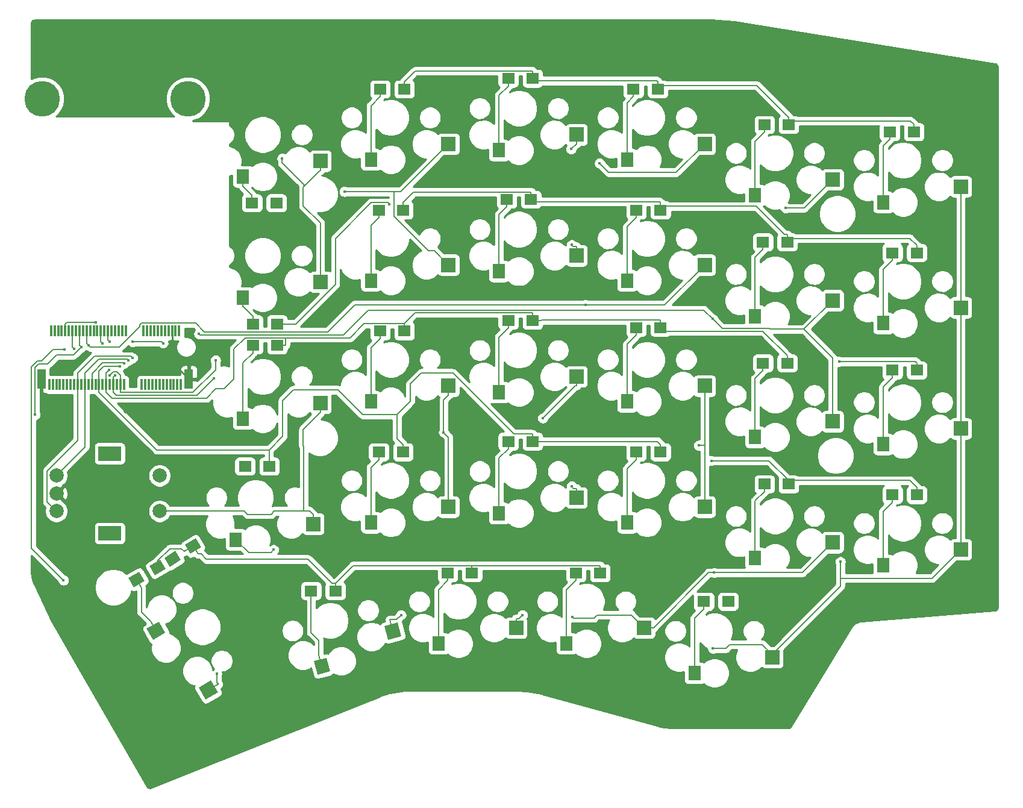
<source format=gtl>
G04 #@! TF.GenerationSoftware,KiCad,Pcbnew,(5.1.8-0-10_14)*
G04 #@! TF.CreationDate,2020-11-28T17:57:45-07:00*
G04 #@! TF.ProjectId,SofleKeyboard,536f666c-654b-4657-9962-6f6172642e6b,rev?*
G04 #@! TF.SameCoordinates,Original*
G04 #@! TF.FileFunction,Copper,L1,Top*
G04 #@! TF.FilePolarity,Positive*
%FSLAX46Y46*%
G04 Gerber Fmt 4.6, Leading zero omitted, Abs format (unit mm)*
G04 Created by KiCad (PCBNEW (5.1.8-0-10_14)) date 2020-11-28 17:57:45*
%MOMM*%
%LPD*%
G01*
G04 APERTURE LIST*
G04 #@! TA.AperFunction,WasherPad*
%ADD10C,5.000000*%
G04 #@! TD*
G04 #@! TA.AperFunction,SMDPad,CuDef*
%ADD11R,0.300000X1.550000*%
G04 #@! TD*
G04 #@! TA.AperFunction,SMDPad,CuDef*
%ADD12R,1.200000X2.750000*%
G04 #@! TD*
G04 #@! TA.AperFunction,SMDPad,CuDef*
%ADD13R,2.000000X2.000000*%
G04 #@! TD*
G04 #@! TA.AperFunction,SMDPad,CuDef*
%ADD14R,1.800000X2.000000*%
G04 #@! TD*
G04 #@! TA.AperFunction,SMDPad,CuDef*
%ADD15C,0.100000*%
G04 #@! TD*
G04 #@! TA.AperFunction,ComponentPad*
%ADD16R,1.800000X1.500000*%
G04 #@! TD*
G04 #@! TA.AperFunction,ComponentPad*
%ADD17C,0.100000*%
G04 #@! TD*
G04 #@! TA.AperFunction,ComponentPad*
%ADD18C,2.000000*%
G04 #@! TD*
G04 #@! TA.AperFunction,ComponentPad*
%ADD19R,3.200000X2.000000*%
G04 #@! TD*
G04 #@! TA.AperFunction,ViaPad*
%ADD20C,0.400000*%
G04 #@! TD*
G04 #@! TA.AperFunction,Conductor*
%ADD21C,0.200000*%
G04 #@! TD*
G04 #@! TA.AperFunction,Conductor*
%ADD22C,0.250000*%
G04 #@! TD*
G04 #@! TA.AperFunction,Conductor*
%ADD23C,0.500000*%
G04 #@! TD*
G04 #@! TA.AperFunction,Conductor*
%ADD24C,0.254000*%
G04 #@! TD*
G04 #@! TA.AperFunction,Conductor*
%ADD25C,0.100000*%
G04 #@! TD*
G04 APERTURE END LIST*
D10*
X90500000Y-49050000D03*
X111000000Y-49050000D03*
D11*
X110000000Y-89225000D03*
X109750000Y-81675000D03*
X109500000Y-89225000D03*
X109250000Y-81675000D03*
X109000000Y-89225000D03*
X108750000Y-81675000D03*
X108500000Y-89225000D03*
X108250000Y-81675000D03*
X108000000Y-89225000D03*
X107750000Y-81675000D03*
X107500000Y-89225000D03*
X107250000Y-81675000D03*
X107000000Y-89225000D03*
X106750000Y-81675000D03*
X106500000Y-89225000D03*
X106250000Y-81675000D03*
X106000000Y-89225000D03*
X105750000Y-81675000D03*
X105500000Y-89225000D03*
X105250000Y-81675000D03*
X105000000Y-89225000D03*
X104750000Y-81675000D03*
X104500000Y-89225000D03*
X102250000Y-81675000D03*
X102000000Y-89225000D03*
X101750000Y-81675000D03*
X101500000Y-89225000D03*
X101250000Y-81675000D03*
X101000000Y-89225000D03*
X100750000Y-81675000D03*
X100500000Y-89225000D03*
X100250000Y-81675000D03*
X100000000Y-89225000D03*
X99750000Y-81675000D03*
X99500000Y-89225000D03*
X99250000Y-81675000D03*
X99000000Y-89225000D03*
X98750000Y-81675000D03*
X98500000Y-89225000D03*
X98250000Y-81675000D03*
X98000000Y-89225000D03*
X97750000Y-81675000D03*
X97500000Y-89225000D03*
X97250000Y-81675000D03*
X97000000Y-89225000D03*
X96750000Y-81675000D03*
X96500000Y-89225000D03*
X96250000Y-81675000D03*
X96000000Y-89225000D03*
X95750000Y-81675000D03*
X95500000Y-89225000D03*
X95250000Y-81675000D03*
X95000000Y-89225000D03*
X94750000Y-81675000D03*
X94500000Y-89225000D03*
X94250000Y-81675000D03*
X94000000Y-89225000D03*
X93750000Y-81675000D03*
X93500000Y-89225000D03*
X93250000Y-81675000D03*
X93000000Y-89225000D03*
X92750000Y-81675000D03*
X92500000Y-89225000D03*
X92250000Y-81675000D03*
X92000000Y-89225000D03*
X91750000Y-81675000D03*
X91500000Y-89225000D03*
D12*
X111100000Y-88450000D03*
X90400000Y-88450000D03*
D13*
X193100000Y-127550000D03*
D14*
X182200000Y-129750000D03*
D13*
X175100000Y-123400000D03*
D14*
X164200000Y-125600000D03*
D13*
X157100000Y-123400000D03*
D14*
X146200000Y-125600000D03*
G04 #@! TA.AperFunction,SMDPad,CuDef*
D15*
G36*
X140488737Y-122622746D02*
G01*
X141006375Y-124554598D01*
X139074523Y-125072236D01*
X138556885Y-123140384D01*
X140488737Y-122622746D01*
G37*
G04 #@! TD.AperFunction*
G04 #@! TA.AperFunction,SMDPad,CuDef*
G36*
X130432954Y-127594793D02*
G01*
X130950592Y-129526645D01*
X129211926Y-129992519D01*
X128694288Y-128060667D01*
X130432954Y-127594793D01*
G37*
G04 #@! TD.AperFunction*
G04 #@! TA.AperFunction,SMDPad,CuDef*
G36*
X115211731Y-132500831D02*
G01*
X113479681Y-133500831D01*
X112479681Y-131768781D01*
X114211731Y-130768781D01*
X115211731Y-132500831D01*
G37*
G04 #@! TD.AperFunction*
G04 #@! TA.AperFunction,SMDPad,CuDef*
G36*
X107806475Y-124074552D02*
G01*
X106074425Y-125074552D01*
X105174425Y-123515706D01*
X106906475Y-122515706D01*
X107806475Y-124074552D01*
G37*
G04 #@! TD.AperFunction*
D13*
X219600000Y-112400000D03*
D14*
X208700000Y-114600000D03*
D13*
X201600000Y-111400000D03*
D14*
X190700000Y-113600000D03*
D13*
X183600000Y-106400000D03*
D14*
X172700000Y-108600000D03*
D13*
X165600000Y-105100000D03*
D14*
X154700000Y-107300000D03*
D13*
X147600000Y-106400000D03*
D14*
X136700000Y-108600000D03*
D13*
X128600000Y-108800000D03*
D14*
X117700000Y-111000000D03*
D13*
X219600000Y-95400000D03*
D14*
X208700000Y-97600000D03*
D13*
X201600000Y-94400000D03*
D14*
X190700000Y-96600000D03*
D13*
X183600000Y-89400000D03*
D14*
X172700000Y-91600000D03*
D13*
X165600000Y-88100000D03*
D14*
X154700000Y-90300000D03*
D13*
X147600000Y-89400000D03*
D14*
X136700000Y-91600000D03*
D13*
X129600000Y-91800000D03*
D14*
X118700000Y-94000000D03*
D13*
X219600000Y-78400000D03*
D14*
X208700000Y-80600000D03*
D13*
X201600000Y-77400000D03*
D14*
X190700000Y-79600000D03*
D13*
X183600000Y-72400000D03*
D14*
X172700000Y-74600000D03*
D13*
X165600000Y-71100000D03*
D14*
X154700000Y-73300000D03*
D13*
X147600000Y-72400000D03*
D14*
X136700000Y-74600000D03*
D13*
X129600000Y-74800000D03*
D14*
X118700000Y-77000000D03*
D13*
X219600000Y-61400000D03*
D14*
X208700000Y-63600000D03*
D13*
X201600000Y-60400000D03*
D14*
X190700000Y-62600000D03*
D13*
X183600000Y-55400000D03*
D14*
X172700000Y-57600000D03*
D13*
X165600000Y-54100000D03*
D14*
X154700000Y-56300000D03*
D13*
X147600000Y-55400000D03*
D14*
X136700000Y-57600000D03*
D13*
X129600000Y-57800000D03*
D14*
X118700000Y-60000000D03*
D16*
X209600000Y-53700000D03*
X213000000Y-53700000D03*
X165500000Y-115700000D03*
X168900000Y-115700000D03*
X147500000Y-115700000D03*
X150900000Y-115700000D03*
X128300000Y-118200000D03*
X131700000Y-118200000D03*
G04 #@! TA.AperFunction,ComponentPad*
D17*
G36*
X104160180Y-115500481D02*
G01*
X104910180Y-116799519D01*
X103351334Y-117699519D01*
X102601334Y-116400481D01*
X104160180Y-115500481D01*
G37*
G04 #@! TD.AperFunction*
G04 #@! TA.AperFunction,ComponentPad*
G36*
X107104666Y-113800481D02*
G01*
X107854666Y-115099519D01*
X106295820Y-115999519D01*
X105545820Y-114700481D01*
X107104666Y-113800481D01*
G37*
G04 #@! TD.AperFunction*
G04 #@! TA.AperFunction,ComponentPad*
G36*
X109182122Y-112588900D02*
G01*
X109977001Y-113860972D01*
X108450514Y-114814826D01*
X107655635Y-113542754D01*
X109182122Y-112588900D01*
G37*
G04 #@! TD.AperFunction*
G04 #@! TA.AperFunction,ComponentPad*
G36*
X112065486Y-110787174D02*
G01*
X112860365Y-112059246D01*
X111333878Y-113013100D01*
X110538999Y-111741028D01*
X112065486Y-110787174D01*
G37*
G04 #@! TD.AperFunction*
D16*
X210000000Y-104700000D03*
X213400000Y-104700000D03*
X192000000Y-103200000D03*
X195400000Y-103200000D03*
X174000000Y-98700000D03*
X177400000Y-98700000D03*
X156000000Y-97200000D03*
X159400000Y-97200000D03*
X137800000Y-98700000D03*
X141200000Y-98700000D03*
X119000000Y-100700000D03*
X122400000Y-100700000D03*
X210000000Y-87200000D03*
X213400000Y-87200000D03*
X191800000Y-86200000D03*
X195200000Y-86200000D03*
X174000000Y-81200000D03*
X177400000Y-81200000D03*
X156000000Y-80200000D03*
X159400000Y-80200000D03*
X138000000Y-81700000D03*
X141400000Y-81700000D03*
X120100000Y-83700000D03*
X123500000Y-83700000D03*
X210000000Y-70700000D03*
X213400000Y-70700000D03*
X191800000Y-69200000D03*
X195200000Y-69200000D03*
X174000000Y-64700000D03*
X177400000Y-64700000D03*
X155800000Y-63200000D03*
X159200000Y-63200000D03*
X137800000Y-64700000D03*
X141200000Y-64700000D03*
X120100000Y-80700000D03*
X123500000Y-80700000D03*
X192000000Y-52700000D03*
X195400000Y-52700000D03*
X173600000Y-47700000D03*
X177000000Y-47700000D03*
X156000000Y-46200000D03*
X159400000Y-46200000D03*
X138000000Y-47700000D03*
X141400000Y-47700000D03*
X120000000Y-63700000D03*
X123400000Y-63700000D03*
X183500000Y-119700000D03*
X186900000Y-119700000D03*
D18*
X107000000Y-107000000D03*
X107000000Y-102000000D03*
D19*
X100000000Y-110100000D03*
X100000000Y-98900000D03*
D18*
X92500000Y-107000000D03*
X92500000Y-104500000D03*
X92500000Y-102000000D03*
D20*
X145000000Y-80300000D03*
X101990000Y-86250000D03*
X114874700Y-85795200D03*
X100000000Y-87950000D03*
X139274500Y-63846000D03*
X114603000Y-88381800D03*
X100750000Y-87950000D03*
X202500000Y-85977000D03*
X99900000Y-87200000D03*
X184528200Y-99907000D03*
X101390000Y-86650000D03*
X123021700Y-112421000D03*
X108625000Y-92800000D03*
X102200000Y-93000000D03*
X146100000Y-76400000D03*
X116200000Y-119800000D03*
X117600000Y-121000000D03*
X181400000Y-113400000D03*
X176800000Y-119500000D03*
X112200000Y-126600000D03*
X109100000Y-105100000D03*
X127000000Y-84500000D03*
X93900000Y-86700000D03*
X118700000Y-66500000D03*
X202673700Y-114116000D03*
X184752000Y-126311000D03*
X100000000Y-83200000D03*
X93600000Y-84300000D03*
X93500000Y-116700000D03*
X112535500Y-82109300D03*
X164997200Y-121867100D03*
X194975300Y-64403500D03*
X184752000Y-80007000D03*
X184934100Y-115644800D03*
X99000000Y-83450000D03*
X103200000Y-83200000D03*
X107500000Y-83400000D03*
X182760700Y-97761000D03*
X166830300Y-78017000D03*
X157984700Y-121601000D03*
X168821600Y-58117000D03*
X97000000Y-83700000D03*
X164917300Y-103496000D03*
X160856400Y-93937000D03*
X164839000Y-56127000D03*
X164917300Y-69581000D03*
X140943400Y-121601000D03*
X96000000Y-83950000D03*
X89500000Y-93450000D03*
X146917300Y-95927000D03*
X115056500Y-129867500D03*
X132978200Y-62097000D03*
X95000000Y-84200000D03*
X103220000Y-85480000D03*
X102600000Y-85850000D03*
X98000000Y-80450000D03*
X124225000Y-57425000D03*
D21*
X120000000Y-63700000D02*
X120000000Y-62649700D01*
X120000000Y-62649700D02*
X118700000Y-61349700D01*
X118700000Y-61349700D02*
X118700000Y-60000000D01*
X168900000Y-115700000D02*
X168900000Y-114649700D01*
X150900000Y-114714800D02*
X150900000Y-114649700D01*
X150900000Y-115700000D02*
X150900000Y-114714800D01*
X168900000Y-114649700D02*
X150965100Y-114649700D01*
X150965100Y-114649700D02*
X150900000Y-114714800D01*
X131700000Y-117149700D02*
X134200000Y-114649700D01*
X134200000Y-114649700D02*
X150900000Y-114649700D01*
X112403200Y-113025800D02*
X112825400Y-113025800D01*
X112825400Y-113025800D02*
X113556400Y-113756800D01*
X113556400Y-113756800D02*
X127857000Y-113756800D01*
X127857000Y-113756800D02*
X130800100Y-116699900D01*
X130800100Y-116699900D02*
X130800200Y-116699900D01*
X130800200Y-116699900D02*
X131250000Y-117149700D01*
X131250000Y-117149700D02*
X131700000Y-117149700D01*
X131700000Y-118200000D02*
X131700000Y-117149700D01*
X111699700Y-111900100D02*
X112403200Y-113025800D01*
X111699700Y-111900100D02*
X110476100Y-112664700D01*
X110476100Y-112664700D02*
X110093800Y-112282400D01*
X110093800Y-112282400D02*
X108453500Y-112282400D01*
X108453500Y-112282400D02*
X106700200Y-114035700D01*
X106700200Y-114035700D02*
X106700200Y-114900000D01*
X97500000Y-89225000D02*
X97500000Y-87650000D01*
X101889999Y-86149999D02*
X101990000Y-86250000D01*
X99000001Y-86149999D02*
X101889999Y-86149999D01*
X97500000Y-87650000D02*
X99000001Y-86149999D01*
X138000000Y-47700000D02*
X138000000Y-48750300D01*
X138000000Y-48750300D02*
X136700000Y-50050300D01*
X136700000Y-50050300D02*
X136700000Y-57600000D01*
X156000000Y-46200000D02*
X156000000Y-47250300D01*
X154700000Y-56300000D02*
X154700000Y-48550300D01*
X154700000Y-48550300D02*
X156000000Y-47250300D01*
X101500000Y-89225000D02*
X101500000Y-90300300D01*
X101500000Y-90300300D02*
X111705600Y-90300300D01*
X111705600Y-90300300D02*
X114874700Y-87131200D01*
X114874700Y-87131200D02*
X114874700Y-85795200D01*
X100000000Y-87950000D02*
X100500000Y-87450000D01*
X100500000Y-87450000D02*
X100990000Y-87450000D01*
X100990000Y-87450000D02*
X101500000Y-87960000D01*
X101500000Y-87960000D02*
X101500000Y-89225000D01*
X159400000Y-46200000D02*
X159400000Y-45149700D01*
X141400000Y-47700000D02*
X141400000Y-46649700D01*
X141400000Y-46649700D02*
X142900000Y-45149700D01*
X142900000Y-45149700D02*
X159400000Y-45149700D01*
X213000000Y-53700000D02*
X213000000Y-52649700D01*
X195400000Y-52174800D02*
X212525100Y-52174800D01*
X212525100Y-52174800D02*
X213000000Y-52649700D01*
X195400000Y-52174800D02*
X195400000Y-51649700D01*
X195400000Y-52700000D02*
X195400000Y-52174800D01*
X177000000Y-47174800D02*
X190925100Y-47174800D01*
X190925100Y-47174800D02*
X195400000Y-51649700D01*
X177000000Y-47174800D02*
X177000000Y-46649700D01*
X177000000Y-47700000D02*
X177000000Y-47174800D01*
X159400000Y-46524900D02*
X176875200Y-46524900D01*
X176875200Y-46524900D02*
X177000000Y-46649700D01*
X159400000Y-46200000D02*
X159400000Y-46524900D01*
X173600000Y-47700000D02*
X173600000Y-48750300D01*
X173600000Y-48750300D02*
X172700000Y-49650300D01*
X172700000Y-49650300D02*
X172700000Y-57600000D01*
X159200000Y-63200000D02*
X159200000Y-62149700D01*
X141200000Y-64700000D02*
X141200000Y-63649700D01*
X141200000Y-63649700D02*
X142700000Y-62149700D01*
X142700000Y-62149700D02*
X159200000Y-62149700D01*
X123500000Y-80700000D02*
X126124800Y-80700000D01*
X126124800Y-80700000D02*
X131711200Y-75113600D01*
X131711200Y-75113600D02*
X131711200Y-68695300D01*
X131711200Y-68695300D02*
X136756900Y-63649600D01*
X136756900Y-63649600D02*
X139078100Y-63649600D01*
X139078100Y-63649600D02*
X139274500Y-63846000D01*
X100500000Y-89225000D02*
X100500000Y-90300300D01*
X100500000Y-90300300D02*
X100902200Y-90702500D01*
X100902200Y-90702500D02*
X112282300Y-90702500D01*
X112282300Y-90702500D02*
X114603000Y-88381800D01*
X100500000Y-89225000D02*
X100500000Y-88200000D01*
X100500000Y-88200000D02*
X100750000Y-87950000D01*
X177400000Y-64174800D02*
X190857200Y-64174800D01*
X190857200Y-64174800D02*
X194832100Y-68149700D01*
X194832100Y-68149700D02*
X195200000Y-68149700D01*
X159200000Y-63200000D02*
X159200000Y-63524900D01*
X213400000Y-70700000D02*
X213400000Y-69649700D01*
X195200000Y-68674800D02*
X212425100Y-68674800D01*
X212425100Y-68674800D02*
X213400000Y-69649700D01*
X195200000Y-68674800D02*
X195200000Y-68149700D01*
X195200000Y-69200000D02*
X195200000Y-68674800D01*
X177400000Y-64174800D02*
X177400000Y-63649700D01*
X177400000Y-64700000D02*
X177400000Y-64174800D01*
X159200000Y-63524900D02*
X177275200Y-63524900D01*
X177275200Y-63524900D02*
X177400000Y-63649700D01*
X192000000Y-52700000D02*
X192000000Y-53750300D01*
X190700000Y-62600000D02*
X190700000Y-55050300D01*
X190700000Y-55050300D02*
X192000000Y-53750300D01*
X124700300Y-82649600D02*
X119009800Y-82649600D01*
X119009800Y-82649600D02*
X117467500Y-84191900D01*
X117467500Y-84191900D02*
X117467500Y-88419300D01*
X117467500Y-88419300D02*
X116075700Y-89811100D01*
X116075700Y-89811100D02*
X114924400Y-89811100D01*
X114924400Y-89811100D02*
X113629600Y-91105900D01*
X113629600Y-91105900D02*
X100305600Y-91105900D01*
X100305600Y-91105900D02*
X99500000Y-90300300D01*
X141400000Y-80649700D02*
X135735200Y-80649700D01*
X135735200Y-80649700D02*
X133735300Y-82649600D01*
X133735300Y-82649600D02*
X124700300Y-82649600D01*
X124700300Y-83700000D02*
X124700300Y-82649600D01*
X141400000Y-80649700D02*
X142900000Y-79149700D01*
X142900000Y-79149700D02*
X159400000Y-79149700D01*
X123500000Y-83700000D02*
X124700300Y-83700000D01*
X99500000Y-89225000D02*
X99500000Y-90300300D01*
X141400000Y-80749800D02*
X141400000Y-80649700D01*
X177400000Y-81725100D02*
X191775400Y-81725100D01*
X191775400Y-81725100D02*
X195200000Y-85149700D01*
X213400000Y-87200000D02*
X213400000Y-86149700D01*
X202500000Y-85977000D02*
X213227300Y-85977000D01*
X213227300Y-85977000D02*
X213400000Y-86149700D01*
X159400000Y-80200000D02*
X159400000Y-79149700D01*
X141400000Y-81700000D02*
X141400000Y-80749800D01*
X177400000Y-81200000D02*
X177400000Y-80149700D01*
X159400000Y-80200000D02*
X160600300Y-80200000D01*
X160600300Y-80200000D02*
X160650600Y-80149700D01*
X160650600Y-80149700D02*
X177400000Y-80149700D01*
X195200000Y-86200000D02*
X195200000Y-85149700D01*
X177400000Y-81200000D02*
X177400000Y-81725100D01*
X99500000Y-87600000D02*
X99900000Y-87200000D01*
X99500000Y-89225000D02*
X99500000Y-87600000D01*
X209600000Y-53700000D02*
X209600000Y-54750300D01*
X208700000Y-63600000D02*
X208700000Y-55650300D01*
X208700000Y-55650300D02*
X209600000Y-54750300D01*
X140361800Y-93433300D02*
X140361800Y-96811500D01*
X140361800Y-96811500D02*
X141200000Y-97649700D01*
X159400000Y-96149700D02*
X156774400Y-96149700D01*
X156774400Y-96149700D02*
X148224400Y-87599700D01*
X148224400Y-87599700D02*
X143754300Y-87599700D01*
X143754300Y-87599700D02*
X142234600Y-89119400D01*
X142234600Y-89119400D02*
X142234600Y-91560500D01*
X142234600Y-91560500D02*
X140361800Y-93433300D01*
X140361800Y-93433300D02*
X135534900Y-93433300D01*
X135534900Y-93433300D02*
X132065900Y-89964300D01*
X132065900Y-89964300D02*
X125780800Y-89964300D01*
X125780800Y-89964300D02*
X124292200Y-91452900D01*
X124292200Y-91452900D02*
X124292200Y-96495500D01*
X124292200Y-96495500D02*
X122400000Y-98387700D01*
X141200000Y-98700000D02*
X141200000Y-97649700D01*
X122400000Y-100174800D02*
X122400000Y-98387700D01*
X98500000Y-90300300D02*
X106587400Y-98387700D01*
X106587400Y-98387700D02*
X122400000Y-98387700D01*
X159400000Y-97200000D02*
X159400000Y-96149700D01*
X98500000Y-89225000D02*
X98500000Y-90300300D01*
X177400000Y-97649700D02*
X176950300Y-97200000D01*
X176950300Y-97200000D02*
X159400000Y-97200000D01*
X177400000Y-98700000D02*
X177400000Y-97649700D01*
X122400000Y-100700000D02*
X122400000Y-100174800D01*
X184528200Y-99907000D02*
X192632200Y-99907000D01*
X192632200Y-99907000D02*
X195400000Y-102674800D01*
X213400000Y-104700000D02*
X213400000Y-103649700D01*
X195400000Y-102674800D02*
X212425100Y-102674800D01*
X212425100Y-102674800D02*
X213400000Y-103649700D01*
X195400000Y-103200000D02*
X195400000Y-102674800D01*
X98500000Y-89225000D02*
X98500000Y-87300000D01*
X99150000Y-86650000D02*
X101390000Y-86650000D01*
X98500000Y-87300000D02*
X99150000Y-86650000D01*
X118700000Y-77000000D02*
X118700000Y-78300300D01*
X120100000Y-80700000D02*
X120100000Y-79649700D01*
X118700000Y-78300300D02*
X118750600Y-78300300D01*
X118750600Y-78300300D02*
X120100000Y-79649700D01*
X137800000Y-64700000D02*
X137800000Y-65750300D01*
X136700000Y-74600000D02*
X136700000Y-66850300D01*
X136700000Y-66850300D02*
X137800000Y-65750300D01*
X155800000Y-63200000D02*
X155800000Y-64250300D01*
X154700000Y-73300000D02*
X154700000Y-65350300D01*
X154700000Y-65350300D02*
X155800000Y-64250300D01*
X174000000Y-64700000D02*
X174000000Y-65750300D01*
X174000000Y-65750300D02*
X172700000Y-67050300D01*
X172700000Y-67050300D02*
X172700000Y-74600000D01*
X191800000Y-69200000D02*
X191800000Y-70250300D01*
X190700000Y-79600000D02*
X190700000Y-71350300D01*
X190700000Y-71350300D02*
X191800000Y-70250300D01*
X210000000Y-70700000D02*
X210000000Y-71750300D01*
X208700000Y-80600000D02*
X208700000Y-73050300D01*
X208700000Y-73050300D02*
X210000000Y-71750300D01*
X120100000Y-83700000D02*
X120100000Y-84750300D01*
X120100000Y-84750300D02*
X118700000Y-86150300D01*
X118700000Y-86150300D02*
X118700000Y-94000000D01*
X138000000Y-81700000D02*
X138000000Y-82750300D01*
X136700000Y-91600000D02*
X136700000Y-84050300D01*
X136700000Y-84050300D02*
X138000000Y-82750300D01*
X156000000Y-80200000D02*
X156000000Y-81250300D01*
X154700000Y-90300000D02*
X154700000Y-82550300D01*
X154700000Y-82550300D02*
X156000000Y-81250300D01*
X174000000Y-81200000D02*
X174000000Y-82250300D01*
X174000000Y-82250300D02*
X172700000Y-83550300D01*
X172700000Y-83550300D02*
X172700000Y-91600000D01*
X191800000Y-86200000D02*
X191800000Y-87250300D01*
X190700000Y-96600000D02*
X190700000Y-88350300D01*
X190700000Y-88350300D02*
X191800000Y-87250300D01*
X210000000Y-87200000D02*
X210000000Y-88250300D01*
X208700000Y-97600000D02*
X208700000Y-89550300D01*
X208700000Y-89550300D02*
X210000000Y-88250300D01*
X117700000Y-111000000D02*
X119504500Y-112804500D01*
X119504500Y-112804500D02*
X122638200Y-112804500D01*
X122638200Y-112804500D02*
X123021700Y-112421000D01*
X137800000Y-98700000D02*
X137800000Y-99750300D01*
X137800000Y-99750300D02*
X136700000Y-100850300D01*
X136700000Y-100850300D02*
X136700000Y-108600000D01*
X156000000Y-97200000D02*
X156000000Y-98250300D01*
X154700000Y-107300000D02*
X154700000Y-99550300D01*
X154700000Y-99550300D02*
X156000000Y-98250300D01*
X174000000Y-98700000D02*
X174000000Y-99750300D01*
X174000000Y-99750300D02*
X172700000Y-101050300D01*
X172700000Y-101050300D02*
X172700000Y-108600000D01*
X192000000Y-103200000D02*
X192000000Y-104250300D01*
X192000000Y-104250300D02*
X190700000Y-105550300D01*
X190700000Y-105550300D02*
X190700000Y-113600000D01*
X210000000Y-104700000D02*
X210000000Y-105750300D01*
X208700000Y-114600000D02*
X208700000Y-107050300D01*
X208700000Y-107050300D02*
X210000000Y-105750300D01*
X106490500Y-123795100D02*
X105716000Y-122453800D01*
X103755800Y-116600000D02*
X104441800Y-117788200D01*
X104441800Y-117788200D02*
X104441800Y-121179600D01*
X104441800Y-121179600D02*
X105716000Y-122453800D01*
X129822400Y-128793700D02*
X129402600Y-127226900D01*
X128300000Y-118200000D02*
X128300000Y-124042000D01*
X128300000Y-124042000D02*
X129402600Y-125144600D01*
X129402600Y-125144600D02*
X129402600Y-127226900D01*
X147500000Y-115700000D02*
X147500000Y-116750300D01*
X146200000Y-125600000D02*
X146200000Y-118050300D01*
X146200000Y-118050300D02*
X147500000Y-116750300D01*
D22*
X108750000Y-81675000D02*
X108750000Y-86100000D01*
X108750000Y-86100000D02*
X111100000Y-88450000D01*
D23*
X108425001Y-92999999D02*
X108625000Y-92800000D01*
X102200000Y-93000000D02*
X108425001Y-92999999D01*
D21*
X202673700Y-116420200D02*
X202673700Y-114116000D01*
X219600000Y-112400000D02*
X215579800Y-116420200D01*
X215579800Y-116420200D02*
X202673700Y-116420200D01*
X193100000Y-127131500D02*
X202673700Y-117557800D01*
X202673700Y-117557800D02*
X202673700Y-116420200D01*
X184752000Y-126311000D02*
X186573700Y-126311000D01*
X186573700Y-126311000D02*
X187136100Y-125748600D01*
X187136100Y-125748600D02*
X191717100Y-125748600D01*
X191717100Y-125748600D02*
X193100000Y-127131500D01*
X193100000Y-127550000D02*
X193100000Y-127131500D01*
X219600000Y-95400000D02*
X219600000Y-112400000D01*
X219600000Y-78400000D02*
X219600000Y-95400000D01*
X219600000Y-78400000D02*
X219600000Y-61400000D01*
X99750000Y-81675000D02*
X99750000Y-82950000D01*
X99750000Y-82950000D02*
X100000000Y-83200000D01*
X89851810Y-85917489D02*
X88999999Y-86769300D01*
X88999999Y-86769300D02*
X88999999Y-112199999D01*
X90410513Y-85917489D02*
X89851810Y-85917489D01*
X92028002Y-84300000D02*
X90410513Y-85917489D01*
X93600000Y-84300000D02*
X92028002Y-84300000D01*
X88999999Y-112199999D02*
X93500000Y-116700000D01*
X93500000Y-116700000D02*
X93500000Y-116700000D01*
X112535500Y-82109300D02*
X112656400Y-82230200D01*
X112656400Y-82230200D02*
X132807300Y-82230200D01*
X132807300Y-82230200D02*
X136296300Y-78741200D01*
X136296300Y-78741200D02*
X183486200Y-78741200D01*
X183486200Y-78741200D02*
X184752000Y-80007000D01*
X197556300Y-81443700D02*
X192797500Y-81443700D01*
X192797500Y-81443700D02*
X192678500Y-81324700D01*
X192678500Y-81324700D02*
X186069700Y-81324700D01*
X186069700Y-81324700D02*
X184752000Y-80007000D01*
X201600000Y-77400000D02*
X197556300Y-81443700D01*
X201600000Y-94400000D02*
X201600000Y-85487400D01*
X201600000Y-85487400D02*
X197556300Y-81443700D01*
X175100000Y-123400000D02*
X176400300Y-123400000D01*
X184934100Y-115644800D02*
X184155500Y-115644800D01*
X184155500Y-115644800D02*
X176400300Y-123400000D01*
X201600000Y-111400000D02*
X197355200Y-115644800D01*
X197355200Y-115644800D02*
X184934100Y-115644800D01*
X98750000Y-81675000D02*
X98750000Y-83200000D01*
X98750000Y-83200000D02*
X99000000Y-83450000D01*
X175100000Y-123400000D02*
X173284300Y-121584300D01*
X173284300Y-121584300D02*
X168469500Y-121584300D01*
X168469500Y-121584300D02*
X168044700Y-122009100D01*
X168044700Y-122009100D02*
X165139200Y-122009100D01*
X165139200Y-122009100D02*
X164997200Y-121867100D01*
X194975300Y-64403500D02*
X197596500Y-64403500D01*
X197596500Y-64403500D02*
X201600000Y-60400000D01*
X107300001Y-83200001D02*
X107500000Y-83400000D01*
X103200000Y-83200000D02*
X107300001Y-83200001D01*
X97000000Y-83700000D02*
X97262600Y-83962600D01*
X97262600Y-83962600D02*
X101343700Y-83962600D01*
X101343700Y-83962600D02*
X104225100Y-81081200D01*
X104225100Y-81081200D02*
X104225100Y-80840400D01*
X104225100Y-80840400D02*
X104465800Y-80599700D01*
X104465800Y-80599700D02*
X112066900Y-80599700D01*
X112066900Y-80599700D02*
X113267400Y-81800200D01*
X113267400Y-81800200D02*
X130620400Y-81800200D01*
X130620400Y-81800200D02*
X134403600Y-78017000D01*
X134403600Y-78017000D02*
X166830300Y-78017000D01*
X183600000Y-97761000D02*
X183600000Y-90700300D01*
X183600000Y-106400000D02*
X183600000Y-97761000D01*
X182760700Y-97761000D02*
X183600000Y-97761000D01*
X183600000Y-89400000D02*
X183600000Y-90700300D01*
X166830300Y-78017000D02*
X177983000Y-78017000D01*
X177983000Y-78017000D02*
X183600000Y-72400000D01*
X157100000Y-123400000D02*
X157100000Y-122099700D01*
X157984700Y-121601000D02*
X157486000Y-122099700D01*
X157486000Y-122099700D02*
X157100000Y-122099700D01*
X183600000Y-55400000D02*
X179595100Y-59404900D01*
X179595100Y-59404900D02*
X170109500Y-59404900D01*
X170109500Y-59404900D02*
X168821600Y-58117000D01*
X96750000Y-81675000D02*
X96750000Y-83450000D01*
X96750000Y-83450000D02*
X97000000Y-83700000D01*
X165600000Y-105100000D02*
X165600000Y-103799700D01*
X164917300Y-103496000D02*
X165221000Y-103799700D01*
X165221000Y-103799700D02*
X165600000Y-103799700D01*
X165600000Y-88100000D02*
X165600000Y-89400300D01*
X165600000Y-89400300D02*
X165393100Y-89400300D01*
X165393100Y-89400300D02*
X160856400Y-93937000D01*
X165600000Y-54100000D02*
X165600000Y-55400300D01*
X165600000Y-55400300D02*
X165565700Y-55400300D01*
X165565700Y-55400300D02*
X164839000Y-56127000D01*
X165600000Y-71100000D02*
X165600000Y-69799700D01*
X164917300Y-69581000D02*
X165136000Y-69799700D01*
X165136000Y-69799700D02*
X165600000Y-69799700D01*
X139781600Y-123847500D02*
X139354900Y-122254800D01*
X140943400Y-121601000D02*
X140289600Y-122254800D01*
X140289600Y-122254800D02*
X139354900Y-122254800D01*
X95750000Y-81675000D02*
X95750000Y-83700000D01*
X95750000Y-83700000D02*
X96000000Y-83950000D01*
X96000000Y-83950000D02*
X94899999Y-85050001D01*
X89500000Y-86834998D02*
X89500000Y-93450000D01*
X89500000Y-93450000D02*
X89500000Y-93450000D01*
X91282501Y-86317499D02*
X90017499Y-86317499D01*
X92549999Y-85050001D02*
X91282501Y-86317499D01*
X94899999Y-85050001D02*
X92549999Y-85050001D01*
X90017499Y-86317499D02*
X89500000Y-86834998D01*
X146917300Y-95927000D02*
X146917300Y-91383000D01*
X146917300Y-91383000D02*
X147600000Y-90700300D01*
X147600000Y-105099700D02*
X147600000Y-96609700D01*
X147600000Y-96609700D02*
X146917300Y-95927000D01*
X147600000Y-89400000D02*
X147600000Y-90700300D01*
X147600000Y-106400000D02*
X147600000Y-105099700D01*
X113845700Y-132134800D02*
X115273500Y-131310400D01*
X115056500Y-129867500D02*
X115056500Y-131093400D01*
X115056500Y-131093400D02*
X115273500Y-131310400D01*
X139948900Y-62097000D02*
X139948900Y-65576000D01*
X139948900Y-65576000D02*
X144789600Y-70416700D01*
X144789600Y-70416700D02*
X145616700Y-70416700D01*
X145616700Y-70416700D02*
X147600000Y-72400000D01*
X147600000Y-55400000D02*
X140903000Y-62097000D01*
X140903000Y-62097000D02*
X139948900Y-62097000D01*
X139948900Y-62097000D02*
X132978200Y-62097000D01*
X94750000Y-81675000D02*
X94750000Y-83950000D01*
X94750000Y-83950000D02*
X95000000Y-84200000D01*
X165500000Y-115700000D02*
X165500000Y-116750300D01*
X164200000Y-125600000D02*
X164200000Y-118050300D01*
X164200000Y-118050300D02*
X165500000Y-116750300D01*
X183500000Y-119700000D02*
X183500000Y-120750300D01*
X182200000Y-129750000D02*
X182200000Y-122050300D01*
X182200000Y-122050300D02*
X183500000Y-120750300D01*
X95500000Y-89225000D02*
X95500000Y-97076000D01*
X95500000Y-97076000D02*
X91200000Y-101376000D01*
X91200000Y-101376000D02*
X91200000Y-105700000D01*
X91200000Y-105700000D02*
X92500000Y-107000000D01*
X102989990Y-85249990D02*
X103220000Y-85480000D01*
X95500000Y-87600000D02*
X97850010Y-85249990D01*
X97850010Y-85249990D02*
X102989990Y-85249990D01*
X95500000Y-89225000D02*
X95500000Y-87600000D01*
X96500000Y-89225000D02*
X96500000Y-98000000D01*
X96500000Y-98000000D02*
X92500000Y-102000000D01*
X96500000Y-89225000D02*
X96500000Y-87600000D01*
X102399990Y-85649990D02*
X102600000Y-85850000D01*
X98450010Y-85649990D02*
X102399990Y-85649990D01*
X96500000Y-87600000D02*
X98450010Y-85649990D01*
X127272700Y-106970800D02*
X128071100Y-106970800D01*
X128071100Y-106970800D02*
X128600000Y-107499700D01*
X107000000Y-107000000D02*
X107050800Y-106949200D01*
X107050800Y-106949200D02*
X118853600Y-106949200D01*
X118853600Y-106949200D02*
X119354300Y-107449900D01*
X119354300Y-107449900D02*
X122653400Y-107449900D01*
X122653400Y-107449900D02*
X123132500Y-106970800D01*
X123132500Y-106970800D02*
X127272700Y-106970800D01*
X127272700Y-106970800D02*
X127272700Y-97922100D01*
X127272700Y-97922100D02*
X127176700Y-97826100D01*
X127176700Y-97826100D02*
X127176700Y-95523600D01*
X127176700Y-95523600D02*
X129600000Y-93100300D01*
X129600000Y-91800000D02*
X129600000Y-93100300D01*
X128600000Y-108800000D02*
X128600000Y-107499700D01*
X127383700Y-61235300D02*
X129518700Y-59100300D01*
X129518700Y-59100300D02*
X129600000Y-59100300D01*
X129600000Y-74800000D02*
X129600000Y-66533200D01*
X129600000Y-66533200D02*
X127188200Y-64121400D01*
X127188200Y-64121400D02*
X127188200Y-61430800D01*
X127188200Y-61430800D02*
X127383700Y-61235300D01*
X124225000Y-57425000D02*
X124225000Y-58076600D01*
X124225000Y-58076600D02*
X127383700Y-61235300D01*
X129600000Y-57800000D02*
X129600000Y-59100300D01*
X98000000Y-80450000D02*
X94010000Y-80450000D01*
X94010000Y-80450000D02*
X93750000Y-80710000D01*
X93750000Y-80710000D02*
X93750000Y-81675000D01*
D24*
X184501607Y-38010485D02*
X185512998Y-38037728D01*
X186661553Y-38112129D01*
X187807188Y-38222475D01*
X188809940Y-38357428D01*
X224335408Y-44116388D01*
X224447617Y-44145115D01*
X224521481Y-44178972D01*
X224587585Y-44224767D01*
X224644771Y-44281261D01*
X224691436Y-44346768D01*
X224726105Y-44419343D01*
X224747732Y-44497657D01*
X224758193Y-44613020D01*
X224785170Y-120440980D01*
X224773537Y-120563327D01*
X224749437Y-120645631D01*
X224710974Y-120721193D01*
X224659388Y-120788472D01*
X224596437Y-120845349D01*
X224524219Y-120889787D01*
X224444091Y-120920444D01*
X224341010Y-120938746D01*
X224324502Y-120939195D01*
X224310562Y-120942365D01*
X205655488Y-122443238D01*
X205634961Y-122444101D01*
X205621977Y-122445934D01*
X205608909Y-122446985D01*
X205588694Y-122450631D01*
X205525377Y-122459568D01*
X205518347Y-122459317D01*
X205458648Y-122468987D01*
X205432229Y-122472716D01*
X205425438Y-122474366D01*
X205418526Y-122475486D01*
X205392689Y-122482325D01*
X205333966Y-122496596D01*
X205327590Y-122499557D01*
X205313141Y-122503381D01*
X205306336Y-122503942D01*
X205248017Y-122520620D01*
X205222002Y-122527506D01*
X205215636Y-122529880D01*
X205209111Y-122531746D01*
X205184100Y-122541640D01*
X205127253Y-122562840D01*
X205121445Y-122566427D01*
X205108930Y-122571378D01*
X205102619Y-122572651D01*
X205046281Y-122596163D01*
X205020906Y-122606201D01*
X205015212Y-122609128D01*
X205009297Y-122611597D01*
X204985241Y-122624538D01*
X204930973Y-122652439D01*
X204925933Y-122656442D01*
X204914760Y-122662453D01*
X204908598Y-122664467D01*
X204855437Y-122694365D01*
X204831434Y-122707277D01*
X204826080Y-122710875D01*
X204820458Y-122714037D01*
X204798133Y-122729657D01*
X204747504Y-122763682D01*
X204742931Y-122768279D01*
X204732379Y-122775662D01*
X204726350Y-122778452D01*
X204677171Y-122814289D01*
X204654980Y-122829815D01*
X204649965Y-122834114D01*
X204644624Y-122838006D01*
X204624401Y-122856028D01*
X204578205Y-122895628D01*
X204574102Y-122900853D01*
X204563967Y-122909884D01*
X204558241Y-122913403D01*
X204513671Y-122954706D01*
X204493505Y-122972677D01*
X204488974Y-122977592D01*
X204484069Y-122982138D01*
X204466149Y-123002355D01*
X204424968Y-123047031D01*
X204421464Y-123052767D01*
X204411525Y-123063979D01*
X204405893Y-123068442D01*
X204366856Y-123114375D01*
X204349232Y-123134257D01*
X204345033Y-123140052D01*
X204340406Y-123145496D01*
X204325288Y-123167300D01*
X204289896Y-123216142D01*
X204286895Y-123222674D01*
X204250517Y-123275141D01*
X204238276Y-123291408D01*
X204231344Y-123302793D01*
X204223763Y-123313727D01*
X204213876Y-123331482D01*
X195746979Y-137237590D01*
X195699353Y-137305498D01*
X195659222Y-137349375D01*
X195614077Y-137387575D01*
X195564612Y-137419657D01*
X195511534Y-137445213D01*
X195455594Y-137463856D01*
X195396511Y-137475443D01*
X195313647Y-137481000D01*
X179624481Y-137481000D01*
X178849429Y-137454681D01*
X178090380Y-137377288D01*
X177338316Y-137248709D01*
X176584540Y-137066594D01*
X161131356Y-132773918D01*
X161125897Y-132771912D01*
X161098967Y-132764921D01*
X161072130Y-132757466D01*
X161066394Y-132756465D01*
X160655325Y-132649751D01*
X160644293Y-132646116D01*
X160622783Y-132641303D01*
X160601442Y-132635763D01*
X160589964Y-132633960D01*
X160170208Y-132540040D01*
X160159033Y-132536774D01*
X160137423Y-132532704D01*
X160115925Y-132527894D01*
X160104349Y-132526475D01*
X159681964Y-132446927D01*
X159670741Y-132444055D01*
X159648931Y-132440706D01*
X159627230Y-132436619D01*
X159615683Y-132435601D01*
X159191005Y-132370389D01*
X159179664Y-132367893D01*
X159157787Y-132365289D01*
X159135986Y-132361941D01*
X159124379Y-132361312D01*
X158697751Y-132310523D01*
X158686363Y-132308417D01*
X158664360Y-132306548D01*
X158642433Y-132303938D01*
X158630855Y-132303703D01*
X158202612Y-132267333D01*
X158191124Y-132265608D01*
X158169110Y-132264488D01*
X158147143Y-132262622D01*
X158135526Y-132262778D01*
X157705953Y-132240916D01*
X157694367Y-132239577D01*
X157672358Y-132239206D01*
X157650392Y-132238088D01*
X157638751Y-132238639D01*
X157214112Y-132231480D01*
X157208345Y-132230912D01*
X157180422Y-132230912D01*
X157152604Y-132230443D01*
X157146849Y-132230912D01*
X141981599Y-132230912D01*
X141973471Y-132230306D01*
X141947971Y-132230912D01*
X141922461Y-132230912D01*
X141914348Y-132231711D01*
X141469384Y-132242286D01*
X141453016Y-132241849D01*
X141435773Y-132243084D01*
X141418491Y-132243495D01*
X141402238Y-132245487D01*
X140950964Y-132277816D01*
X140934649Y-132278157D01*
X140917418Y-132280219D01*
X140900122Y-132281458D01*
X140884046Y-132284212D01*
X140435466Y-132337891D01*
X140419229Y-132339003D01*
X140402071Y-132341887D01*
X140384809Y-132343953D01*
X140368926Y-132347459D01*
X139923662Y-132422310D01*
X139907454Y-132424198D01*
X139890505Y-132427884D01*
X139873402Y-132430759D01*
X139857654Y-132435028D01*
X139416425Y-132530983D01*
X139400325Y-132533639D01*
X139383551Y-132538132D01*
X139366605Y-132541817D01*
X139351097Y-132546824D01*
X138914662Y-132663719D01*
X138898714Y-132667136D01*
X138882175Y-132672420D01*
X138865416Y-132676909D01*
X138850161Y-132682649D01*
X138419234Y-132820331D01*
X138403423Y-132824516D01*
X138387187Y-132830570D01*
X138370703Y-132835837D01*
X138355707Y-132842309D01*
X137938656Y-132997825D01*
X137930802Y-133000105D01*
X137907142Y-133009576D01*
X137883269Y-133018478D01*
X137875925Y-133022072D01*
X105849592Y-145841949D01*
X105737052Y-145875506D01*
X105655404Y-145884362D01*
X105574197Y-145878627D01*
X105495121Y-145858777D01*
X105420821Y-145825562D01*
X105353527Y-145779898D01*
X105294746Y-145722374D01*
X105227032Y-145626438D01*
X95767887Y-129239848D01*
X110160706Y-129239848D01*
X110160706Y-129660406D01*
X110242753Y-130072883D01*
X110403694Y-130461429D01*
X110637343Y-130811110D01*
X110934723Y-131108490D01*
X111284404Y-131342139D01*
X111672950Y-131503080D01*
X111885300Y-131545319D01*
X111863351Y-131603636D01*
X111842975Y-131727049D01*
X111847068Y-131852066D01*
X111875471Y-131973883D01*
X111927095Y-132087817D01*
X112927095Y-133819867D01*
X112999953Y-133921541D01*
X113091247Y-134007048D01*
X113197469Y-134073100D01*
X113314536Y-134117161D01*
X113437949Y-134137537D01*
X113562966Y-134133444D01*
X113684783Y-134105041D01*
X113798717Y-134053417D01*
X115530767Y-133053417D01*
X115632441Y-132980559D01*
X115717948Y-132889265D01*
X115784000Y-132783043D01*
X115828061Y-132665976D01*
X115848437Y-132542563D01*
X115844344Y-132417546D01*
X115815941Y-132295729D01*
X115764317Y-132181795D01*
X115631810Y-131952286D01*
X115683819Y-131924486D01*
X115721174Y-131893829D01*
X115760480Y-131865661D01*
X115777031Y-131847989D01*
X115795737Y-131832637D01*
X115826394Y-131795281D01*
X115859449Y-131759987D01*
X115872235Y-131739424D01*
X115887586Y-131720719D01*
X115910365Y-131678102D01*
X115935901Y-131637035D01*
X115944430Y-131614373D01*
X115955836Y-131593033D01*
X115969864Y-131546788D01*
X115986896Y-131501531D01*
X115990840Y-131477641D01*
X115997864Y-131454484D01*
X116002601Y-131406391D01*
X116010476Y-131358682D01*
X116009683Y-131334483D01*
X116012055Y-131310399D01*
X116007317Y-131262298D01*
X116005734Y-131213977D01*
X116000237Y-131190403D01*
X115997864Y-131166314D01*
X115983831Y-131120054D01*
X115972853Y-131072978D01*
X115962863Y-131050931D01*
X115955836Y-131027767D01*
X115933046Y-130985130D01*
X115913096Y-130941103D01*
X115898998Y-130921430D01*
X115887586Y-130900080D01*
X115856917Y-130862710D01*
X115828760Y-130823419D01*
X115791500Y-130788523D01*
X115791500Y-130270455D01*
X115796467Y-130263021D01*
X115859411Y-130111060D01*
X115891500Y-129949740D01*
X115891500Y-129785260D01*
X115859411Y-129623940D01*
X115857009Y-129618140D01*
X115906109Y-129618140D01*
X116212327Y-129557229D01*
X116500779Y-129437749D01*
X116760379Y-129264290D01*
X116981150Y-129043519D01*
X117154609Y-128783919D01*
X117274089Y-128495467D01*
X117335000Y-128189249D01*
X117335000Y-127877031D01*
X117274089Y-127570813D01*
X117154609Y-127282361D01*
X116984479Y-127027742D01*
X124993001Y-127027742D01*
X124993001Y-127448300D01*
X125075048Y-127860777D01*
X125235989Y-128249323D01*
X125469638Y-128599004D01*
X125767018Y-128896384D01*
X126116699Y-129130033D01*
X126505245Y-129290974D01*
X126917722Y-129373021D01*
X127338280Y-129373021D01*
X127750757Y-129290974D01*
X128139303Y-129130033D01*
X128292767Y-129027492D01*
X128595596Y-130157664D01*
X128639657Y-130274731D01*
X128705709Y-130380953D01*
X128791216Y-130472247D01*
X128892890Y-130545106D01*
X129006824Y-130596729D01*
X129128641Y-130625132D01*
X129253658Y-130629225D01*
X129377071Y-130608849D01*
X131115737Y-130142975D01*
X131232804Y-130098914D01*
X131339026Y-130032862D01*
X131430320Y-129947355D01*
X131451375Y-129917973D01*
X131515730Y-129960974D01*
X131904276Y-130121915D01*
X132316753Y-130203962D01*
X132737311Y-130203962D01*
X133149788Y-130121915D01*
X133538334Y-129960974D01*
X133888015Y-129727325D01*
X134185395Y-129429945D01*
X134419044Y-129080264D01*
X134579985Y-128691718D01*
X134662032Y-128279241D01*
X134662032Y-127858683D01*
X134579985Y-127446206D01*
X134419044Y-127057660D01*
X134185395Y-126707979D01*
X133888015Y-126410599D01*
X133538334Y-126176950D01*
X133149788Y-126016009D01*
X132737311Y-125933962D01*
X132316753Y-125933962D01*
X131904276Y-126016009D01*
X131515730Y-126176950D01*
X131166049Y-126410599D01*
X130868669Y-126707979D01*
X130670129Y-127005115D01*
X130638056Y-126990583D01*
X130516239Y-126962180D01*
X130391222Y-126958087D01*
X130267809Y-126978463D01*
X130137600Y-127013352D01*
X130137600Y-125180705D01*
X130141156Y-125144600D01*
X130126965Y-125000515D01*
X130119906Y-124977244D01*
X130084937Y-124861967D01*
X130071966Y-124837700D01*
X130231399Y-124903739D01*
X130740475Y-125005000D01*
X131259525Y-125005000D01*
X131768601Y-124903739D01*
X132248141Y-124705107D01*
X132645572Y-124439551D01*
X134652260Y-124439551D01*
X134652260Y-124860109D01*
X134734307Y-125272586D01*
X134895248Y-125661132D01*
X135128897Y-126010813D01*
X135426277Y-126308193D01*
X135775958Y-126541842D01*
X136164504Y-126702783D01*
X136576981Y-126784830D01*
X136997539Y-126784830D01*
X137410016Y-126702783D01*
X137798562Y-126541842D01*
X138148243Y-126308193D01*
X138445623Y-126010813D01*
X138679272Y-125661132D01*
X138708314Y-125591019D01*
X138755487Y-125624823D01*
X138869421Y-125676446D01*
X138991238Y-125704849D01*
X139116255Y-125708942D01*
X139239668Y-125688566D01*
X141171520Y-125170928D01*
X141288587Y-125126867D01*
X141394809Y-125060815D01*
X141486103Y-124975308D01*
X141558962Y-124873634D01*
X141610585Y-124759700D01*
X141638988Y-124637883D01*
X141643081Y-124512866D01*
X141622705Y-124389453D01*
X141109543Y-122474304D01*
X141178191Y-122405655D01*
X141186960Y-122403911D01*
X141338921Y-122340967D01*
X141475681Y-122249587D01*
X141591987Y-122133281D01*
X141683367Y-121996521D01*
X141746311Y-121844560D01*
X141778400Y-121683240D01*
X141778400Y-121518760D01*
X141746311Y-121357440D01*
X141683367Y-121205479D01*
X141591987Y-121068719D01*
X141475681Y-120952413D01*
X141338921Y-120861033D01*
X141186960Y-120798089D01*
X141025640Y-120766000D01*
X140861160Y-120766000D01*
X140699840Y-120798089D01*
X140547879Y-120861033D01*
X140411119Y-120952413D01*
X140294813Y-121068719D01*
X140203433Y-121205479D01*
X140140489Y-121357440D01*
X140138745Y-121366209D01*
X139985154Y-121519800D01*
X139366922Y-121519800D01*
X139306624Y-121517824D01*
X139258935Y-121525696D01*
X139210815Y-121530435D01*
X139187650Y-121537462D01*
X139163774Y-121541403D01*
X139118539Y-121558427D01*
X139072267Y-121572463D01*
X139050915Y-121583876D01*
X139028270Y-121592398D01*
X138987230Y-121617916D01*
X138944580Y-121640713D01*
X138925865Y-121656072D01*
X138905318Y-121668848D01*
X138870041Y-121701886D01*
X138832662Y-121732562D01*
X138817306Y-121751273D01*
X138799642Y-121767816D01*
X138771487Y-121807104D01*
X138740813Y-121844480D01*
X138729400Y-121865832D01*
X138715306Y-121885499D01*
X138695358Y-121929520D01*
X138672563Y-121972167D01*
X138665536Y-121995333D01*
X138655548Y-122017374D01*
X138644570Y-122064447D01*
X138630535Y-122110715D01*
X138628162Y-122134804D01*
X138622666Y-122158373D01*
X138621083Y-122206686D01*
X138616344Y-122254800D01*
X138618717Y-122278890D01*
X138617924Y-122303076D01*
X138625795Y-122350762D01*
X138630535Y-122398885D01*
X138647700Y-122455470D01*
X138391740Y-122524054D01*
X138274673Y-122568115D01*
X138168451Y-122634167D01*
X138077157Y-122719674D01*
X138004298Y-122821348D01*
X137978582Y-122878104D01*
X137798562Y-122757818D01*
X137410016Y-122596877D01*
X136997539Y-122514830D01*
X136576981Y-122514830D01*
X136164504Y-122596877D01*
X135775958Y-122757818D01*
X135426277Y-122991467D01*
X135128897Y-123288847D01*
X134895248Y-123638528D01*
X134734307Y-124027074D01*
X134652260Y-124439551D01*
X132645572Y-124439551D01*
X132679715Y-124416738D01*
X133046738Y-124049715D01*
X133335107Y-123618141D01*
X133533739Y-123138601D01*
X133635000Y-122629525D01*
X133635000Y-122110475D01*
X133533739Y-121601399D01*
X133335107Y-121121859D01*
X133113624Y-120790386D01*
X134727592Y-120790386D01*
X134727592Y-121102604D01*
X134788503Y-121408822D01*
X134907983Y-121697274D01*
X135081442Y-121956874D01*
X135302213Y-122177645D01*
X135561813Y-122351104D01*
X135850265Y-122470584D01*
X136156483Y-122531495D01*
X136468701Y-122531495D01*
X136774919Y-122470584D01*
X137063371Y-122351104D01*
X137322971Y-122177645D01*
X137543742Y-121956874D01*
X137717201Y-121697274D01*
X137836681Y-121408822D01*
X137897592Y-121102604D01*
X137897592Y-120790386D01*
X137836681Y-120484168D01*
X137717201Y-120195716D01*
X137543742Y-119936116D01*
X137322971Y-119715345D01*
X137066372Y-119543891D01*
X141915000Y-119543891D01*
X141915000Y-119856109D01*
X141975911Y-120162327D01*
X142095391Y-120450779D01*
X142268850Y-120710379D01*
X142489621Y-120931150D01*
X142749221Y-121104609D01*
X143037673Y-121224089D01*
X143343891Y-121285000D01*
X143656109Y-121285000D01*
X143962327Y-121224089D01*
X144250779Y-121104609D01*
X144510379Y-120931150D01*
X144731150Y-120710379D01*
X144904609Y-120450779D01*
X145024089Y-120162327D01*
X145085000Y-119856109D01*
X145085000Y-119543891D01*
X145024089Y-119237673D01*
X144904609Y-118949221D01*
X144731150Y-118689621D01*
X144510379Y-118468850D01*
X144250779Y-118295391D01*
X143962327Y-118175911D01*
X143656109Y-118115000D01*
X143343891Y-118115000D01*
X143037673Y-118175911D01*
X142749221Y-118295391D01*
X142489621Y-118468850D01*
X142268850Y-118689621D01*
X142095391Y-118949221D01*
X141975911Y-119237673D01*
X141915000Y-119543891D01*
X137066372Y-119543891D01*
X137063371Y-119541886D01*
X136774919Y-119422406D01*
X136468701Y-119361495D01*
X136156483Y-119361495D01*
X135850265Y-119422406D01*
X135561813Y-119541886D01*
X135302213Y-119715345D01*
X135081442Y-119936116D01*
X134907983Y-120195716D01*
X134788503Y-120484168D01*
X134727592Y-120790386D01*
X133113624Y-120790386D01*
X133046738Y-120690285D01*
X132679715Y-120323262D01*
X132248141Y-120034893D01*
X131768601Y-119836261D01*
X131259525Y-119735000D01*
X130740475Y-119735000D01*
X130231399Y-119836261D01*
X129751859Y-120034893D01*
X129320285Y-120323262D01*
X129035000Y-120608547D01*
X129035000Y-119588072D01*
X129200000Y-119588072D01*
X129324482Y-119575812D01*
X129444180Y-119539502D01*
X129554494Y-119480537D01*
X129651185Y-119401185D01*
X129730537Y-119304494D01*
X129789502Y-119194180D01*
X129825812Y-119074482D01*
X129838072Y-118950000D01*
X129838072Y-117450000D01*
X129825812Y-117325518D01*
X129789502Y-117205820D01*
X129730537Y-117095506D01*
X129651185Y-116998815D01*
X129554494Y-116919463D01*
X129444180Y-116860498D01*
X129324482Y-116824188D01*
X129200000Y-116811928D01*
X127400000Y-116811928D01*
X127275518Y-116824188D01*
X127155820Y-116860498D01*
X127045506Y-116919463D01*
X126948815Y-116998815D01*
X126869463Y-117095506D01*
X126810498Y-117205820D01*
X126774188Y-117325518D01*
X126761928Y-117450000D01*
X126761928Y-118950000D01*
X126774188Y-119074482D01*
X126810498Y-119194180D01*
X126869463Y-119304494D01*
X126948815Y-119401185D01*
X127045506Y-119480537D01*
X127155820Y-119539502D01*
X127275518Y-119575812D01*
X127400000Y-119588072D01*
X127565000Y-119588072D01*
X127565001Y-124005885D01*
X127561444Y-124042000D01*
X127575635Y-124186085D01*
X127612520Y-124307675D01*
X127617664Y-124324633D01*
X127685914Y-124452320D01*
X127777763Y-124564238D01*
X127805808Y-124587254D01*
X128667600Y-125449047D01*
X128667600Y-125758274D01*
X128488984Y-125579658D01*
X128139303Y-125346009D01*
X127750757Y-125185068D01*
X127338280Y-125103021D01*
X126917722Y-125103021D01*
X126505245Y-125185068D01*
X126116699Y-125346009D01*
X125767018Y-125579658D01*
X125469638Y-125877038D01*
X125235989Y-126226719D01*
X125075048Y-126615265D01*
X124993001Y-127027742D01*
X116984479Y-127027742D01*
X116981150Y-127022761D01*
X116760379Y-126801990D01*
X116500779Y-126628531D01*
X116212327Y-126509051D01*
X115906109Y-126448140D01*
X115593891Y-126448140D01*
X115287673Y-126509051D01*
X114999221Y-126628531D01*
X114739621Y-126801990D01*
X114518850Y-127022761D01*
X114345391Y-127282361D01*
X114225911Y-127570813D01*
X114165000Y-127877031D01*
X114165000Y-128189249D01*
X114225911Y-128495467D01*
X114345391Y-128783919D01*
X114518850Y-129043519D01*
X114626142Y-129150811D01*
X114524219Y-129218913D01*
X114430706Y-129312426D01*
X114430706Y-129239848D01*
X114348659Y-128827371D01*
X114187718Y-128438825D01*
X113954069Y-128089144D01*
X113656689Y-127791764D01*
X113307008Y-127558115D01*
X112918462Y-127397174D01*
X112505985Y-127315127D01*
X112085427Y-127315127D01*
X111672950Y-127397174D01*
X111284404Y-127558115D01*
X110934723Y-127791764D01*
X110637343Y-128089144D01*
X110403694Y-128438825D01*
X110242753Y-128827371D01*
X110160706Y-129239848D01*
X95767887Y-129239848D01*
X91775455Y-122323542D01*
X91743742Y-122262786D01*
X89452583Y-117380928D01*
X89335491Y-117112488D01*
X89236837Y-116847482D01*
X89152979Y-116577874D01*
X89084055Y-116304280D01*
X89030204Y-116027314D01*
X88991564Y-115747635D01*
X88968282Y-115465848D01*
X88960256Y-115173100D01*
X88960220Y-113199666D01*
X92695345Y-116934792D01*
X92697089Y-116943560D01*
X92760033Y-117095521D01*
X92851413Y-117232281D01*
X92967719Y-117348587D01*
X93104479Y-117439967D01*
X93256440Y-117502911D01*
X93417760Y-117535000D01*
X93582240Y-117535000D01*
X93743560Y-117502911D01*
X93894294Y-117440475D01*
X97865000Y-117440475D01*
X97865000Y-117959525D01*
X97966261Y-118468601D01*
X98164893Y-118948141D01*
X98453262Y-119379715D01*
X98820285Y-119746738D01*
X99251859Y-120035107D01*
X99731399Y-120233739D01*
X100240475Y-120335000D01*
X100759525Y-120335000D01*
X101268601Y-120233739D01*
X101748141Y-120035107D01*
X102179715Y-119746738D01*
X102546738Y-119379715D01*
X102835107Y-118948141D01*
X103033739Y-118468601D01*
X103072625Y-118273106D01*
X103186189Y-118315849D01*
X103309602Y-118336225D01*
X103434619Y-118332132D01*
X103556435Y-118303729D01*
X103670370Y-118252106D01*
X103706800Y-118231073D01*
X103706801Y-121143485D01*
X103703244Y-121179600D01*
X103717435Y-121323685D01*
X103751571Y-121436213D01*
X103759464Y-121462233D01*
X103827714Y-121589920D01*
X103919563Y-121701838D01*
X103947608Y-121724854D01*
X105064907Y-122842154D01*
X104855389Y-122963120D01*
X104753715Y-123035978D01*
X104668208Y-123127272D01*
X104602156Y-123233494D01*
X104558095Y-123350561D01*
X104537719Y-123473974D01*
X104541812Y-123598991D01*
X104570215Y-123720807D01*
X104621838Y-123834742D01*
X105521838Y-125393588D01*
X105594697Y-125495262D01*
X105685991Y-125580769D01*
X105792213Y-125646821D01*
X105825168Y-125659225D01*
X105755450Y-126009721D01*
X105755450Y-126430279D01*
X105837497Y-126842756D01*
X105998438Y-127231302D01*
X106232087Y-127580983D01*
X106529467Y-127878363D01*
X106879148Y-128112012D01*
X107267694Y-128272953D01*
X107680171Y-128355000D01*
X108100729Y-128355000D01*
X108513206Y-128272953D01*
X108901752Y-128112012D01*
X109251433Y-127878363D01*
X109548813Y-127580983D01*
X109782462Y-127231302D01*
X109943403Y-126842756D01*
X110025450Y-126430279D01*
X110025450Y-126009721D01*
X109943403Y-125597244D01*
X109782462Y-125208698D01*
X109548813Y-124859017D01*
X109251433Y-124561637D01*
X108901752Y-124327988D01*
X108513206Y-124167047D01*
X108437293Y-124151947D01*
X108443181Y-124116284D01*
X108439088Y-123991267D01*
X108410685Y-123869451D01*
X108359062Y-123755516D01*
X107928913Y-123010475D01*
X110365000Y-123010475D01*
X110365000Y-123529525D01*
X110466261Y-124038601D01*
X110664893Y-124518141D01*
X110953262Y-124949715D01*
X111320285Y-125316738D01*
X111751859Y-125605107D01*
X112231399Y-125803739D01*
X112740475Y-125905000D01*
X113259525Y-125905000D01*
X113768601Y-125803739D01*
X114248141Y-125605107D01*
X114679715Y-125316738D01*
X115046738Y-124949715D01*
X115335107Y-124518141D01*
X115533739Y-124038601D01*
X115613543Y-123637396D01*
X124102408Y-123637396D01*
X124102408Y-123949614D01*
X124163319Y-124255832D01*
X124282799Y-124544284D01*
X124456258Y-124803884D01*
X124677029Y-125024655D01*
X124936629Y-125198114D01*
X125225081Y-125317594D01*
X125531299Y-125378505D01*
X125843517Y-125378505D01*
X126149735Y-125317594D01*
X126438187Y-125198114D01*
X126697787Y-125024655D01*
X126918558Y-124803884D01*
X127092017Y-124544284D01*
X127211497Y-124255832D01*
X127272408Y-123949614D01*
X127272408Y-123637396D01*
X127211497Y-123331178D01*
X127092017Y-123042726D01*
X126918558Y-122783126D01*
X126697787Y-122562355D01*
X126438187Y-122388896D01*
X126149735Y-122269416D01*
X125843517Y-122208505D01*
X125531299Y-122208505D01*
X125225081Y-122269416D01*
X124936629Y-122388896D01*
X124677029Y-122562355D01*
X124456258Y-122783126D01*
X124282799Y-123042726D01*
X124163319Y-123331178D01*
X124102408Y-123637396D01*
X115613543Y-123637396D01*
X115635000Y-123529525D01*
X115635000Y-123010475D01*
X115533739Y-122501399D01*
X115335107Y-122021859D01*
X115046738Y-121590285D01*
X114679715Y-121223262D01*
X114248141Y-120934893D01*
X113768601Y-120736261D01*
X113259525Y-120635000D01*
X112740475Y-120635000D01*
X112231399Y-120736261D01*
X111751859Y-120934893D01*
X111320285Y-121223262D01*
X110953262Y-121590285D01*
X110664893Y-122021859D01*
X110466261Y-122501399D01*
X110365000Y-123010475D01*
X107928913Y-123010475D01*
X107841015Y-122858231D01*
X107918462Y-122842826D01*
X108307008Y-122681885D01*
X108656689Y-122448236D01*
X108954069Y-122150856D01*
X109187718Y-121801175D01*
X109348659Y-121412629D01*
X109430706Y-121000152D01*
X109430706Y-120579594D01*
X109348659Y-120167117D01*
X109187718Y-119778571D01*
X108954069Y-119428890D01*
X108656689Y-119131510D01*
X108307008Y-118897861D01*
X107918462Y-118736920D01*
X107505985Y-118654873D01*
X107085427Y-118654873D01*
X106672950Y-118736920D01*
X106284404Y-118897861D01*
X105934723Y-119131510D01*
X105637343Y-119428890D01*
X105403694Y-119778571D01*
X105242753Y-120167117D01*
X105176800Y-120498684D01*
X105176800Y-118350751D01*
X108665000Y-118350751D01*
X108665000Y-118662969D01*
X108725911Y-118969187D01*
X108845391Y-119257639D01*
X109018850Y-119517239D01*
X109239621Y-119738010D01*
X109499221Y-119911469D01*
X109787673Y-120030949D01*
X110093891Y-120091860D01*
X110406109Y-120091860D01*
X110712327Y-120030949D01*
X111000779Y-119911469D01*
X111260379Y-119738010D01*
X111481150Y-119517239D01*
X111654609Y-119257639D01*
X111774089Y-118969187D01*
X111835000Y-118662969D01*
X111835000Y-118350751D01*
X111774089Y-118044533D01*
X111654609Y-117756081D01*
X111481150Y-117496481D01*
X111260379Y-117275710D01*
X111000779Y-117102251D01*
X110712327Y-116982771D01*
X110406109Y-116921860D01*
X110093891Y-116921860D01*
X109787673Y-116982771D01*
X109499221Y-117102251D01*
X109239621Y-117275710D01*
X109018850Y-117496481D01*
X108845391Y-117756081D01*
X108725911Y-118044533D01*
X108665000Y-118350751D01*
X105176800Y-118350751D01*
X105176800Y-117848463D01*
X105178774Y-117836507D01*
X105176800Y-117776206D01*
X105176800Y-117752095D01*
X105175618Y-117740092D01*
X105174037Y-117691802D01*
X105168539Y-117668224D01*
X105166165Y-117644115D01*
X105152132Y-117597855D01*
X105141161Y-117550801D01*
X105131168Y-117528747D01*
X105124137Y-117505567D01*
X105101352Y-117462939D01*
X105096382Y-117451970D01*
X105086348Y-117434591D01*
X105229216Y-117352106D01*
X105330890Y-117279247D01*
X105416397Y-117187953D01*
X105482449Y-117081731D01*
X105526510Y-116964664D01*
X105546886Y-116841251D01*
X105542793Y-116716234D01*
X105514390Y-116594417D01*
X105462767Y-116480483D01*
X104712767Y-115181445D01*
X104639908Y-115079771D01*
X104548614Y-114994264D01*
X104442392Y-114928212D01*
X104325325Y-114884151D01*
X104201912Y-114863775D01*
X104076895Y-114867868D01*
X103955079Y-114896271D01*
X103841144Y-114947894D01*
X102340655Y-115814202D01*
X102179715Y-115653262D01*
X101748141Y-115364893D01*
X101268601Y-115166261D01*
X100759525Y-115065000D01*
X100240475Y-115065000D01*
X99731399Y-115166261D01*
X99251859Y-115364893D01*
X98820285Y-115653262D01*
X98453262Y-116020285D01*
X98164893Y-116451859D01*
X97966261Y-116931399D01*
X97865000Y-117440475D01*
X93894294Y-117440475D01*
X93895521Y-117439967D01*
X94032281Y-117348587D01*
X94148587Y-117232281D01*
X94239967Y-117095521D01*
X94302911Y-116943560D01*
X94335000Y-116782240D01*
X94335000Y-116617760D01*
X94302911Y-116456440D01*
X94239967Y-116304479D01*
X94148587Y-116167719D01*
X94032281Y-116051413D01*
X93895521Y-115960033D01*
X93743560Y-115897089D01*
X93734792Y-115895345D01*
X89734999Y-111895553D01*
X89734999Y-109100000D01*
X97761928Y-109100000D01*
X97761928Y-111100000D01*
X97774188Y-111224482D01*
X97810498Y-111344180D01*
X97869463Y-111454494D01*
X97948815Y-111551185D01*
X98045506Y-111630537D01*
X98155820Y-111689502D01*
X98275518Y-111725812D01*
X98400000Y-111738072D01*
X101600000Y-111738072D01*
X101724482Y-111725812D01*
X101844180Y-111689502D01*
X101954494Y-111630537D01*
X102051185Y-111551185D01*
X102130537Y-111454494D01*
X102189502Y-111344180D01*
X102225812Y-111224482D01*
X102238072Y-111100000D01*
X102238072Y-109100000D01*
X102225812Y-108975518D01*
X102189502Y-108855820D01*
X102130537Y-108745506D01*
X102051185Y-108648815D01*
X101954494Y-108569463D01*
X101844180Y-108510498D01*
X101724482Y-108474188D01*
X101600000Y-108461928D01*
X98400000Y-108461928D01*
X98275518Y-108474188D01*
X98155820Y-108510498D01*
X98045506Y-108569463D01*
X97948815Y-108648815D01*
X97869463Y-108745506D01*
X97810498Y-108855820D01*
X97774188Y-108975518D01*
X97761928Y-109100000D01*
X89734999Y-109100000D01*
X89734999Y-94254614D01*
X89743560Y-94252911D01*
X89895521Y-94189967D01*
X90032281Y-94098587D01*
X90148587Y-93982281D01*
X90239967Y-93845521D01*
X90302911Y-93693560D01*
X90335000Y-93532240D01*
X90335000Y-93367760D01*
X90302911Y-93206440D01*
X90239967Y-93054479D01*
X90235000Y-93047045D01*
X90235000Y-90339250D01*
X90273000Y-90301250D01*
X90273000Y-88577000D01*
X90253000Y-88577000D01*
X90253000Y-88323000D01*
X90273000Y-88323000D01*
X90273000Y-88303000D01*
X90527000Y-88303000D01*
X90527000Y-88323000D01*
X90547000Y-88323000D01*
X90547000Y-88577000D01*
X90527000Y-88577000D01*
X90527000Y-90301250D01*
X90685750Y-90460000D01*
X90912254Y-90462214D01*
X90995506Y-90530537D01*
X91105820Y-90589502D01*
X91225518Y-90625812D01*
X91350000Y-90638072D01*
X91650000Y-90638072D01*
X91750000Y-90628223D01*
X91850000Y-90638072D01*
X92150000Y-90638072D01*
X92250000Y-90628223D01*
X92350000Y-90638072D01*
X92650000Y-90638072D01*
X92750000Y-90628223D01*
X92850000Y-90638072D01*
X93150000Y-90638072D01*
X93250000Y-90628223D01*
X93350000Y-90638072D01*
X93650000Y-90638072D01*
X93750000Y-90628223D01*
X93850000Y-90638072D01*
X94150000Y-90638072D01*
X94250000Y-90628223D01*
X94350000Y-90638072D01*
X94650000Y-90638072D01*
X94750000Y-90628223D01*
X94765000Y-90629701D01*
X94765001Y-96771552D01*
X90705808Y-100830746D01*
X90677762Y-100853763D01*
X90585913Y-100965681D01*
X90517663Y-101093368D01*
X90492624Y-101175911D01*
X90475635Y-101231915D01*
X90461444Y-101376000D01*
X90465000Y-101412105D01*
X90465001Y-105663885D01*
X90461444Y-105700000D01*
X90475635Y-105844085D01*
X90510115Y-105957748D01*
X90517664Y-105982633D01*
X90585914Y-106110320D01*
X90677763Y-106222238D01*
X90705808Y-106245254D01*
X90944178Y-106483625D01*
X90927832Y-106523088D01*
X90865000Y-106838967D01*
X90865000Y-107161033D01*
X90927832Y-107476912D01*
X91051082Y-107774463D01*
X91230013Y-108042252D01*
X91457748Y-108269987D01*
X91725537Y-108448918D01*
X92023088Y-108572168D01*
X92338967Y-108635000D01*
X92661033Y-108635000D01*
X92976912Y-108572168D01*
X93274463Y-108448918D01*
X93542252Y-108269987D01*
X93769987Y-108042252D01*
X93948918Y-107774463D01*
X94072168Y-107476912D01*
X94135000Y-107161033D01*
X94135000Y-106838967D01*
X94072168Y-106523088D01*
X93948918Y-106225537D01*
X93769987Y-105957748D01*
X93542252Y-105730013D01*
X93445065Y-105665075D01*
X93455808Y-105635413D01*
X92500000Y-104679605D01*
X92485858Y-104693748D01*
X92306253Y-104514143D01*
X92320395Y-104500000D01*
X92679605Y-104500000D01*
X93635413Y-105455808D01*
X93899814Y-105360044D01*
X94040704Y-105070429D01*
X94122384Y-104758892D01*
X94141718Y-104437405D01*
X94097961Y-104118325D01*
X93992795Y-103813912D01*
X93899814Y-103639956D01*
X93635413Y-103544192D01*
X92679605Y-104500000D01*
X92320395Y-104500000D01*
X92306253Y-104485858D01*
X92485858Y-104306253D01*
X92500000Y-104320395D01*
X93455808Y-103364587D01*
X93445065Y-103334925D01*
X93542252Y-103269987D01*
X93769987Y-103042252D01*
X93948918Y-102774463D01*
X94072168Y-102476912D01*
X94135000Y-102161033D01*
X94135000Y-101838967D01*
X105365000Y-101838967D01*
X105365000Y-102161033D01*
X105427832Y-102476912D01*
X105551082Y-102774463D01*
X105730013Y-103042252D01*
X105957748Y-103269987D01*
X106225537Y-103448918D01*
X106523088Y-103572168D01*
X106838967Y-103635000D01*
X107161033Y-103635000D01*
X107476912Y-103572168D01*
X107774463Y-103448918D01*
X108042252Y-103269987D01*
X108269987Y-103042252D01*
X108448918Y-102774463D01*
X108572168Y-102476912D01*
X108635000Y-102161033D01*
X108635000Y-101838967D01*
X108572168Y-101523088D01*
X108448918Y-101225537D01*
X108269987Y-100957748D01*
X108042252Y-100730013D01*
X107774463Y-100551082D01*
X107476912Y-100427832D01*
X107161033Y-100365000D01*
X106838967Y-100365000D01*
X106523088Y-100427832D01*
X106225537Y-100551082D01*
X105957748Y-100730013D01*
X105730013Y-100957748D01*
X105551082Y-101225537D01*
X105427832Y-101523088D01*
X105365000Y-101838967D01*
X94135000Y-101838967D01*
X94072168Y-101523088D01*
X94055822Y-101483625D01*
X96994193Y-98545254D01*
X97022238Y-98522238D01*
X97114087Y-98410320D01*
X97182337Y-98282633D01*
X97224365Y-98144085D01*
X97235000Y-98036105D01*
X97235000Y-98036096D01*
X97238555Y-98000001D01*
X97235000Y-97963906D01*
X97235000Y-97900000D01*
X97761928Y-97900000D01*
X97761928Y-99900000D01*
X97774188Y-100024482D01*
X97810498Y-100144180D01*
X97869463Y-100254494D01*
X97948815Y-100351185D01*
X98045506Y-100430537D01*
X98155820Y-100489502D01*
X98275518Y-100525812D01*
X98400000Y-100538072D01*
X101600000Y-100538072D01*
X101724482Y-100525812D01*
X101844180Y-100489502D01*
X101954494Y-100430537D01*
X102051185Y-100351185D01*
X102130537Y-100254494D01*
X102189502Y-100144180D01*
X102225812Y-100024482D01*
X102233147Y-99950000D01*
X117461928Y-99950000D01*
X117461928Y-101450000D01*
X117474188Y-101574482D01*
X117510498Y-101694180D01*
X117569463Y-101804494D01*
X117648815Y-101901185D01*
X117745506Y-101980537D01*
X117855820Y-102039502D01*
X117975518Y-102075812D01*
X118100000Y-102088072D01*
X119900000Y-102088072D01*
X120024482Y-102075812D01*
X120144180Y-102039502D01*
X120254494Y-101980537D01*
X120351185Y-101901185D01*
X120430537Y-101804494D01*
X120489502Y-101694180D01*
X120525812Y-101574482D01*
X120538072Y-101450000D01*
X120538072Y-99950000D01*
X120525812Y-99825518D01*
X120489502Y-99705820D01*
X120430537Y-99595506D01*
X120351185Y-99498815D01*
X120254494Y-99419463D01*
X120144180Y-99360498D01*
X120024482Y-99324188D01*
X119900000Y-99311928D01*
X118100000Y-99311928D01*
X117975518Y-99324188D01*
X117855820Y-99360498D01*
X117745506Y-99419463D01*
X117648815Y-99498815D01*
X117569463Y-99595506D01*
X117510498Y-99705820D01*
X117474188Y-99825518D01*
X117461928Y-99950000D01*
X102233147Y-99950000D01*
X102238072Y-99900000D01*
X102238072Y-97900000D01*
X102225812Y-97775518D01*
X102189502Y-97655820D01*
X102130537Y-97545506D01*
X102051185Y-97448815D01*
X101954494Y-97369463D01*
X101844180Y-97310498D01*
X101724482Y-97274188D01*
X101600000Y-97261928D01*
X98400000Y-97261928D01*
X98275518Y-97274188D01*
X98155820Y-97310498D01*
X98045506Y-97369463D01*
X97948815Y-97448815D01*
X97869463Y-97545506D01*
X97810498Y-97655820D01*
X97774188Y-97775518D01*
X97761928Y-97900000D01*
X97235000Y-97900000D01*
X97235000Y-90629701D01*
X97250000Y-90628223D01*
X97350000Y-90638072D01*
X97650000Y-90638072D01*
X97750000Y-90628223D01*
X97846977Y-90637774D01*
X97885914Y-90710620D01*
X97977763Y-90822538D01*
X98005807Y-90845553D01*
X106042146Y-98881893D01*
X106065162Y-98909938D01*
X106177080Y-99001787D01*
X106304767Y-99070037D01*
X106443315Y-99112065D01*
X106587400Y-99126256D01*
X106623505Y-99122700D01*
X121665001Y-99122700D01*
X121665000Y-99311928D01*
X121500000Y-99311928D01*
X121375518Y-99324188D01*
X121255820Y-99360498D01*
X121145506Y-99419463D01*
X121048815Y-99498815D01*
X120969463Y-99595506D01*
X120910498Y-99705820D01*
X120874188Y-99825518D01*
X120861928Y-99950000D01*
X120861928Y-101450000D01*
X120874188Y-101574482D01*
X120910498Y-101694180D01*
X120969463Y-101804494D01*
X121048815Y-101901185D01*
X121145506Y-101980537D01*
X121255820Y-102039502D01*
X121375518Y-102075812D01*
X121500000Y-102088072D01*
X123300000Y-102088072D01*
X123424482Y-102075812D01*
X123544180Y-102039502D01*
X123654494Y-101980537D01*
X123751185Y-101901185D01*
X123830537Y-101804494D01*
X123889502Y-101694180D01*
X123925812Y-101574482D01*
X123938072Y-101450000D01*
X123938072Y-99950000D01*
X123925812Y-99825518D01*
X123889502Y-99705820D01*
X123830537Y-99595506D01*
X123751185Y-99498815D01*
X123654494Y-99419463D01*
X123544180Y-99360498D01*
X123424482Y-99324188D01*
X123300000Y-99311928D01*
X123135000Y-99311928D01*
X123135000Y-98692146D01*
X124786393Y-97040754D01*
X124814438Y-97017738D01*
X124906287Y-96905820D01*
X124974537Y-96778133D01*
X125016565Y-96639585D01*
X125027200Y-96531605D01*
X125030756Y-96495500D01*
X125027200Y-96459395D01*
X125027200Y-93346546D01*
X125139017Y-93458363D01*
X125488698Y-93692012D01*
X125877244Y-93852953D01*
X126289721Y-93935000D01*
X126710279Y-93935000D01*
X127122756Y-93852953D01*
X127511302Y-93692012D01*
X127860983Y-93458363D01*
X128112460Y-93206886D01*
X128148815Y-93251185D01*
X128245506Y-93330537D01*
X128300774Y-93360079D01*
X126682508Y-94978346D01*
X126654463Y-95001362D01*
X126562614Y-95113280D01*
X126523192Y-95187033D01*
X126494364Y-95240967D01*
X126452335Y-95379515D01*
X126438144Y-95523600D01*
X126441701Y-95559715D01*
X126441700Y-97789995D01*
X126438144Y-97826100D01*
X126452335Y-97970185D01*
X126454518Y-97977380D01*
X126494363Y-98108732D01*
X126537701Y-98189812D01*
X126537700Y-103607131D01*
X126462327Y-103575911D01*
X126156109Y-103515000D01*
X125843891Y-103515000D01*
X125537673Y-103575911D01*
X125249221Y-103695391D01*
X124989621Y-103868850D01*
X124768850Y-104089621D01*
X124595391Y-104349221D01*
X124475911Y-104637673D01*
X124415000Y-104943891D01*
X124415000Y-105256109D01*
X124475911Y-105562327D01*
X124595391Y-105850779D01*
X124768850Y-106110379D01*
X124894271Y-106235800D01*
X123168605Y-106235800D01*
X123132500Y-106232244D01*
X122988415Y-106246435D01*
X122861258Y-106285007D01*
X123033739Y-105868601D01*
X123135000Y-105359525D01*
X123135000Y-104840475D01*
X123033739Y-104331399D01*
X122835107Y-103851859D01*
X122546738Y-103420285D01*
X122179715Y-103053262D01*
X121748141Y-102764893D01*
X121268601Y-102566261D01*
X120759525Y-102465000D01*
X120240475Y-102465000D01*
X119731399Y-102566261D01*
X119251859Y-102764893D01*
X118820285Y-103053262D01*
X118453262Y-103420285D01*
X118164893Y-103851859D01*
X117966261Y-104331399D01*
X117865000Y-104840475D01*
X117865000Y-105359525D01*
X117966261Y-105868601D01*
X118109413Y-106214200D01*
X116127329Y-106214200D01*
X116231150Y-106110379D01*
X116404609Y-105850779D01*
X116524089Y-105562327D01*
X116585000Y-105256109D01*
X116585000Y-104943891D01*
X116524089Y-104637673D01*
X116404609Y-104349221D01*
X116231150Y-104089621D01*
X116010379Y-103868850D01*
X115750779Y-103695391D01*
X115462327Y-103575911D01*
X115156109Y-103515000D01*
X114843891Y-103515000D01*
X114537673Y-103575911D01*
X114249221Y-103695391D01*
X113989621Y-103868850D01*
X113768850Y-104089621D01*
X113595391Y-104349221D01*
X113475911Y-104637673D01*
X113415000Y-104943891D01*
X113415000Y-105256109D01*
X113475911Y-105562327D01*
X113595391Y-105850779D01*
X113768850Y-106110379D01*
X113872671Y-106214200D01*
X108441343Y-106214200D01*
X108269987Y-105957748D01*
X108042252Y-105730013D01*
X107774463Y-105551082D01*
X107476912Y-105427832D01*
X107161033Y-105365000D01*
X106838967Y-105365000D01*
X106523088Y-105427832D01*
X106225537Y-105551082D01*
X105957748Y-105730013D01*
X105730013Y-105957748D01*
X105551082Y-106225537D01*
X105427832Y-106523088D01*
X105365000Y-106838967D01*
X105365000Y-107161033D01*
X105427832Y-107476912D01*
X105551082Y-107774463D01*
X105730013Y-108042252D01*
X105957748Y-108269987D01*
X106225537Y-108448918D01*
X106523088Y-108572168D01*
X106838967Y-108635000D01*
X107161033Y-108635000D01*
X107476912Y-108572168D01*
X107774463Y-108448918D01*
X108042252Y-108269987D01*
X108269987Y-108042252D01*
X108448918Y-107774463D01*
X108486306Y-107684200D01*
X113677811Y-107684200D01*
X113607988Y-107788698D01*
X113447047Y-108177244D01*
X113365000Y-108589721D01*
X113365000Y-109010279D01*
X113447047Y-109422756D01*
X113607988Y-109811302D01*
X113841637Y-110160983D01*
X114139017Y-110458363D01*
X114488698Y-110692012D01*
X114877244Y-110852953D01*
X115289721Y-110935000D01*
X115710279Y-110935000D01*
X116122756Y-110852953D01*
X116161928Y-110836727D01*
X116161928Y-112000000D01*
X116174188Y-112124482D01*
X116210498Y-112244180D01*
X116269463Y-112354494D01*
X116348815Y-112451185D01*
X116445506Y-112530537D01*
X116555820Y-112589502D01*
X116675518Y-112625812D01*
X116800000Y-112638072D01*
X118298625Y-112638072D01*
X118682353Y-113021800D01*
X113860847Y-113021800D01*
X113370658Y-112531612D01*
X113347638Y-112503562D01*
X113328860Y-112488151D01*
X113379829Y-112429776D01*
X113442135Y-112321314D01*
X113482083Y-112202781D01*
X113498139Y-112078732D01*
X113489686Y-111953934D01*
X113457049Y-111833183D01*
X113401481Y-111721119D01*
X112606602Y-110449047D01*
X112530239Y-110349978D01*
X112436017Y-110267710D01*
X112327554Y-110205404D01*
X112209021Y-110165456D01*
X112084972Y-110149400D01*
X111960174Y-110157853D01*
X111839423Y-110190490D01*
X111727360Y-110246058D01*
X110200873Y-111199912D01*
X110101803Y-111276275D01*
X110019535Y-111370498D01*
X109957229Y-111478960D01*
X109934163Y-111547400D01*
X108489605Y-111547400D01*
X108453500Y-111543844D01*
X108309415Y-111558035D01*
X108170866Y-111600063D01*
X108068562Y-111654746D01*
X108043180Y-111668313D01*
X107931262Y-111760162D01*
X107908246Y-111788207D01*
X106206008Y-113490446D01*
X106177962Y-113513463D01*
X106086113Y-113625381D01*
X106065720Y-113663534D01*
X105226784Y-114147894D01*
X105125110Y-114220753D01*
X105039603Y-114312047D01*
X104973551Y-114418269D01*
X104929490Y-114535336D01*
X104909114Y-114658749D01*
X104913207Y-114783766D01*
X104941610Y-114905583D01*
X104993233Y-115019517D01*
X105743233Y-116318555D01*
X105816092Y-116420229D01*
X105907386Y-116505736D01*
X106013608Y-116571788D01*
X106130675Y-116615849D01*
X106254088Y-116636225D01*
X106379105Y-116632132D01*
X106500921Y-116603729D01*
X106614856Y-116552106D01*
X108173702Y-115652106D01*
X108275376Y-115579247D01*
X108360883Y-115487953D01*
X108386454Y-115446831D01*
X108431028Y-115452600D01*
X108555826Y-115444147D01*
X108676577Y-115411510D01*
X108788640Y-115355942D01*
X110315127Y-114402088D01*
X110414197Y-114325725D01*
X110496465Y-114231502D01*
X110558771Y-114123040D01*
X110598719Y-114004507D01*
X110614775Y-113880458D01*
X110606322Y-113755660D01*
X110573685Y-113634909D01*
X110518117Y-113522845D01*
X110442261Y-113401450D01*
X110453550Y-113402911D01*
X110464835Y-113402147D01*
X110476100Y-113403256D01*
X110536992Y-113397259D01*
X110598001Y-113393126D01*
X110608921Y-113390174D01*
X110620185Y-113389065D01*
X110678724Y-113371307D01*
X110737767Y-113355348D01*
X110747906Y-113350320D01*
X110758733Y-113347036D01*
X110782279Y-113334450D01*
X110792762Y-113351227D01*
X110869125Y-113450296D01*
X110963347Y-113532564D01*
X111071810Y-113594870D01*
X111190343Y-113634818D01*
X111314392Y-113650874D01*
X111439190Y-113642421D01*
X111559941Y-113609784D01*
X111672004Y-113554216D01*
X111813480Y-113465812D01*
X111827928Y-113483416D01*
X111865284Y-113531875D01*
X111873796Y-113539306D01*
X111880962Y-113548038D01*
X111928252Y-113586848D01*
X111974350Y-113627093D01*
X111984148Y-113632721D01*
X111992880Y-113639887D01*
X112046834Y-113668726D01*
X112099897Y-113699204D01*
X112110605Y-113702812D01*
X112120567Y-113708137D01*
X112179125Y-113725900D01*
X112237099Y-113745435D01*
X112248300Y-113746884D01*
X112259115Y-113750165D01*
X112320012Y-113756163D01*
X112380685Y-113764013D01*
X112428078Y-113760800D01*
X112520954Y-113760800D01*
X113011146Y-114250993D01*
X113034162Y-114279038D01*
X113146080Y-114370887D01*
X113273767Y-114439137D01*
X113370286Y-114468416D01*
X113412314Y-114481165D01*
X113426532Y-114482565D01*
X113520295Y-114491800D01*
X113520302Y-114491800D01*
X113556399Y-114495355D01*
X113592496Y-114491800D01*
X127552554Y-114491800D01*
X130230031Y-117169278D01*
X130210498Y-117205820D01*
X130174188Y-117325518D01*
X130161928Y-117450000D01*
X130161928Y-118950000D01*
X130174188Y-119074482D01*
X130210498Y-119194180D01*
X130269463Y-119304494D01*
X130348815Y-119401185D01*
X130445506Y-119480537D01*
X130555820Y-119539502D01*
X130675518Y-119575812D01*
X130800000Y-119588072D01*
X132600000Y-119588072D01*
X132724482Y-119575812D01*
X132844180Y-119539502D01*
X132954494Y-119480537D01*
X133051185Y-119401185D01*
X133130537Y-119304494D01*
X133189502Y-119194180D01*
X133225812Y-119074482D01*
X133238072Y-118950000D01*
X133238072Y-117450000D01*
X133225812Y-117325518D01*
X133189502Y-117205820D01*
X133130537Y-117095506D01*
X133051185Y-116998815D01*
X132962837Y-116926310D01*
X134504447Y-115384700D01*
X145961928Y-115384700D01*
X145961928Y-116450000D01*
X145974188Y-116574482D01*
X146010498Y-116694180D01*
X146069463Y-116804494D01*
X146148815Y-116901185D01*
X146237163Y-116973690D01*
X145705808Y-117505046D01*
X145677763Y-117528062D01*
X145585914Y-117639980D01*
X145556423Y-117695154D01*
X145517664Y-117767667D01*
X145475635Y-117906215D01*
X145461444Y-118050300D01*
X145465001Y-118086415D01*
X145465000Y-121845654D01*
X145360983Y-121741637D01*
X145011302Y-121507988D01*
X144622756Y-121347047D01*
X144210279Y-121265000D01*
X143789721Y-121265000D01*
X143377244Y-121347047D01*
X142988698Y-121507988D01*
X142639017Y-121741637D01*
X142341637Y-122039017D01*
X142107988Y-122388698D01*
X141947047Y-122777244D01*
X141865000Y-123189721D01*
X141865000Y-123610279D01*
X141947047Y-124022756D01*
X142107988Y-124411302D01*
X142341637Y-124760983D01*
X142639017Y-125058363D01*
X142988698Y-125292012D01*
X143377244Y-125452953D01*
X143789721Y-125535000D01*
X144210279Y-125535000D01*
X144622756Y-125452953D01*
X144661928Y-125436727D01*
X144661928Y-126600000D01*
X144674188Y-126724482D01*
X144710498Y-126844180D01*
X144769463Y-126954494D01*
X144848815Y-127051185D01*
X144945506Y-127130537D01*
X145055820Y-127189502D01*
X145175518Y-127225812D01*
X145300000Y-127238072D01*
X147100000Y-127238072D01*
X147224482Y-127225812D01*
X147344180Y-127189502D01*
X147454494Y-127130537D01*
X147485635Y-127104981D01*
X147639017Y-127258363D01*
X147988698Y-127492012D01*
X148377244Y-127652953D01*
X148789721Y-127735000D01*
X149210279Y-127735000D01*
X149622756Y-127652953D01*
X150011302Y-127492012D01*
X150360983Y-127258363D01*
X150658363Y-126960983D01*
X150892012Y-126611302D01*
X151052953Y-126222756D01*
X151135000Y-125810279D01*
X151135000Y-125389721D01*
X151052953Y-124977244D01*
X150892012Y-124588698D01*
X150658363Y-124239017D01*
X150360983Y-123941637D01*
X150011302Y-123707988D01*
X149622756Y-123547047D01*
X149210279Y-123465000D01*
X148789721Y-123465000D01*
X148377244Y-123547047D01*
X147988698Y-123707988D01*
X147639017Y-123941637D01*
X147485635Y-124095019D01*
X147454494Y-124069463D01*
X147344180Y-124010498D01*
X147224482Y-123974188D01*
X147100000Y-123961928D01*
X146935000Y-123961928D01*
X146935000Y-123189721D01*
X151865000Y-123189721D01*
X151865000Y-123610279D01*
X151947047Y-124022756D01*
X152107988Y-124411302D01*
X152341637Y-124760983D01*
X152639017Y-125058363D01*
X152988698Y-125292012D01*
X153377244Y-125452953D01*
X153789721Y-125535000D01*
X154210279Y-125535000D01*
X154622756Y-125452953D01*
X155011302Y-125292012D01*
X155360983Y-125058363D01*
X155612460Y-124806886D01*
X155648815Y-124851185D01*
X155745506Y-124930537D01*
X155855820Y-124989502D01*
X155975518Y-125025812D01*
X156100000Y-125038072D01*
X158100000Y-125038072D01*
X158224482Y-125025812D01*
X158344180Y-124989502D01*
X158454494Y-124930537D01*
X158551185Y-124851185D01*
X158630537Y-124754494D01*
X158689502Y-124644180D01*
X158725812Y-124524482D01*
X158738072Y-124400000D01*
X158738072Y-122400000D01*
X158725812Y-122275518D01*
X158689502Y-122155820D01*
X158657825Y-122096557D01*
X158724667Y-121996521D01*
X158787611Y-121844560D01*
X158819700Y-121683240D01*
X158819700Y-121518760D01*
X158787611Y-121357440D01*
X158724667Y-121205479D01*
X158633287Y-121068719D01*
X158516981Y-120952413D01*
X158380221Y-120861033D01*
X158228260Y-120798089D01*
X158066940Y-120766000D01*
X157902460Y-120766000D01*
X157741140Y-120798089D01*
X157589179Y-120861033D01*
X157452419Y-120952413D01*
X157336113Y-121068719D01*
X157244733Y-121205479D01*
X157181789Y-121357440D01*
X157180345Y-121364700D01*
X157136105Y-121364700D01*
X157100000Y-121361144D01*
X157063895Y-121364700D01*
X156955915Y-121375335D01*
X156817367Y-121417363D01*
X156689680Y-121485613D01*
X156577762Y-121577462D01*
X156485913Y-121689380D01*
X156447135Y-121761928D01*
X156100000Y-121761928D01*
X155975518Y-121774188D01*
X155855820Y-121810498D01*
X155745506Y-121869463D01*
X155648815Y-121948815D01*
X155612460Y-121993114D01*
X155360983Y-121741637D01*
X155011302Y-121507988D01*
X154622756Y-121347047D01*
X154210279Y-121265000D01*
X153789721Y-121265000D01*
X153377244Y-121347047D01*
X152988698Y-121507988D01*
X152639017Y-121741637D01*
X152341637Y-122039017D01*
X152107988Y-122388698D01*
X151947047Y-122777244D01*
X151865000Y-123189721D01*
X146935000Y-123189721D01*
X146935000Y-121352384D01*
X146953262Y-121379715D01*
X147320285Y-121746738D01*
X147751859Y-122035107D01*
X148231399Y-122233739D01*
X148740475Y-122335000D01*
X149259525Y-122335000D01*
X149768601Y-122233739D01*
X150248141Y-122035107D01*
X150679715Y-121746738D01*
X151046738Y-121379715D01*
X151335107Y-120948141D01*
X151533739Y-120468601D01*
X151635000Y-119959525D01*
X151635000Y-119543891D01*
X152915000Y-119543891D01*
X152915000Y-119856109D01*
X152975911Y-120162327D01*
X153095391Y-120450779D01*
X153268850Y-120710379D01*
X153489621Y-120931150D01*
X153749221Y-121104609D01*
X154037673Y-121224089D01*
X154343891Y-121285000D01*
X154656109Y-121285000D01*
X154962327Y-121224089D01*
X155250779Y-121104609D01*
X155510379Y-120931150D01*
X155731150Y-120710379D01*
X155904609Y-120450779D01*
X156024089Y-120162327D01*
X156085000Y-119856109D01*
X156085000Y-119543891D01*
X159915000Y-119543891D01*
X159915000Y-119856109D01*
X159975911Y-120162327D01*
X160095391Y-120450779D01*
X160268850Y-120710379D01*
X160489621Y-120931150D01*
X160749221Y-121104609D01*
X161037673Y-121224089D01*
X161343891Y-121285000D01*
X161656109Y-121285000D01*
X161962327Y-121224089D01*
X162250779Y-121104609D01*
X162510379Y-120931150D01*
X162731150Y-120710379D01*
X162904609Y-120450779D01*
X163024089Y-120162327D01*
X163085000Y-119856109D01*
X163085000Y-119543891D01*
X163024089Y-119237673D01*
X162904609Y-118949221D01*
X162731150Y-118689621D01*
X162510379Y-118468850D01*
X162250779Y-118295391D01*
X161962327Y-118175911D01*
X161656109Y-118115000D01*
X161343891Y-118115000D01*
X161037673Y-118175911D01*
X160749221Y-118295391D01*
X160489621Y-118468850D01*
X160268850Y-118689621D01*
X160095391Y-118949221D01*
X159975911Y-119237673D01*
X159915000Y-119543891D01*
X156085000Y-119543891D01*
X156024089Y-119237673D01*
X155904609Y-118949221D01*
X155731150Y-118689621D01*
X155510379Y-118468850D01*
X155250779Y-118295391D01*
X154962327Y-118175911D01*
X154656109Y-118115000D01*
X154343891Y-118115000D01*
X154037673Y-118175911D01*
X153749221Y-118295391D01*
X153489621Y-118468850D01*
X153268850Y-118689621D01*
X153095391Y-118949221D01*
X152975911Y-119237673D01*
X152915000Y-119543891D01*
X151635000Y-119543891D01*
X151635000Y-119440475D01*
X151533739Y-118931399D01*
X151335107Y-118451859D01*
X151046738Y-118020285D01*
X150679715Y-117653262D01*
X150248141Y-117364893D01*
X149768601Y-117166261D01*
X149259525Y-117065000D01*
X148740475Y-117065000D01*
X148231399Y-117166261D01*
X148046657Y-117242784D01*
X148114087Y-117160620D01*
X148137088Y-117117589D01*
X148152865Y-117088072D01*
X148400000Y-117088072D01*
X148524482Y-117075812D01*
X148644180Y-117039502D01*
X148754494Y-116980537D01*
X148851185Y-116901185D01*
X148930537Y-116804494D01*
X148989502Y-116694180D01*
X149025812Y-116574482D01*
X149038072Y-116450000D01*
X149038072Y-115384700D01*
X149361928Y-115384700D01*
X149361928Y-116450000D01*
X149374188Y-116574482D01*
X149410498Y-116694180D01*
X149469463Y-116804494D01*
X149548815Y-116901185D01*
X149645506Y-116980537D01*
X149755820Y-117039502D01*
X149875518Y-117075812D01*
X150000000Y-117088072D01*
X151800000Y-117088072D01*
X151924482Y-117075812D01*
X152044180Y-117039502D01*
X152154494Y-116980537D01*
X152251185Y-116901185D01*
X152330537Y-116804494D01*
X152389502Y-116694180D01*
X152425812Y-116574482D01*
X152438072Y-116450000D01*
X152438072Y-115384700D01*
X163961928Y-115384700D01*
X163961928Y-116450000D01*
X163974188Y-116574482D01*
X164010498Y-116694180D01*
X164069463Y-116804494D01*
X164148815Y-116901185D01*
X164237163Y-116973690D01*
X163705808Y-117505046D01*
X163677763Y-117528062D01*
X163585914Y-117639980D01*
X163556423Y-117695154D01*
X163517664Y-117767667D01*
X163475635Y-117906215D01*
X163461444Y-118050300D01*
X163465001Y-118086415D01*
X163465000Y-121845654D01*
X163360983Y-121741637D01*
X163011302Y-121507988D01*
X162622756Y-121347047D01*
X162210279Y-121265000D01*
X161789721Y-121265000D01*
X161377244Y-121347047D01*
X160988698Y-121507988D01*
X160639017Y-121741637D01*
X160341637Y-122039017D01*
X160107988Y-122388698D01*
X159947047Y-122777244D01*
X159865000Y-123189721D01*
X159865000Y-123610279D01*
X159947047Y-124022756D01*
X160107988Y-124411302D01*
X160341637Y-124760983D01*
X160639017Y-125058363D01*
X160988698Y-125292012D01*
X161377244Y-125452953D01*
X161789721Y-125535000D01*
X162210279Y-125535000D01*
X162622756Y-125452953D01*
X162661928Y-125436727D01*
X162661928Y-126600000D01*
X162674188Y-126724482D01*
X162710498Y-126844180D01*
X162769463Y-126954494D01*
X162848815Y-127051185D01*
X162945506Y-127130537D01*
X163055820Y-127189502D01*
X163175518Y-127225812D01*
X163300000Y-127238072D01*
X165100000Y-127238072D01*
X165224482Y-127225812D01*
X165344180Y-127189502D01*
X165454494Y-127130537D01*
X165485635Y-127104981D01*
X165639017Y-127258363D01*
X165988698Y-127492012D01*
X166377244Y-127652953D01*
X166789721Y-127735000D01*
X167210279Y-127735000D01*
X167622756Y-127652953D01*
X168011302Y-127492012D01*
X168360983Y-127258363D01*
X168658363Y-126960983D01*
X168892012Y-126611302D01*
X169052953Y-126222756D01*
X169135000Y-125810279D01*
X169135000Y-125389721D01*
X169052953Y-124977244D01*
X168892012Y-124588698D01*
X168658363Y-124239017D01*
X168360983Y-123941637D01*
X168011302Y-123707988D01*
X167622756Y-123547047D01*
X167210279Y-123465000D01*
X166789721Y-123465000D01*
X166377244Y-123547047D01*
X165988698Y-123707988D01*
X165639017Y-123941637D01*
X165485635Y-124095019D01*
X165454494Y-124069463D01*
X165344180Y-124010498D01*
X165224482Y-123974188D01*
X165100000Y-123961928D01*
X164935000Y-123961928D01*
X164935000Y-122715229D01*
X164995115Y-122733465D01*
X165103095Y-122744100D01*
X165103104Y-122744100D01*
X165139199Y-122747655D01*
X165175294Y-122744100D01*
X168008595Y-122744100D01*
X168044700Y-122747656D01*
X168080805Y-122744100D01*
X168188785Y-122733465D01*
X168327333Y-122691437D01*
X168455020Y-122623187D01*
X168566938Y-122531338D01*
X168589959Y-122503287D01*
X168773946Y-122319300D01*
X170154358Y-122319300D01*
X170107988Y-122388698D01*
X169947047Y-122777244D01*
X169865000Y-123189721D01*
X169865000Y-123610279D01*
X169947047Y-124022756D01*
X170107988Y-124411302D01*
X170341637Y-124760983D01*
X170639017Y-125058363D01*
X170988698Y-125292012D01*
X171377244Y-125452953D01*
X171789721Y-125535000D01*
X172210279Y-125535000D01*
X172622756Y-125452953D01*
X173011302Y-125292012D01*
X173360983Y-125058363D01*
X173612460Y-124806886D01*
X173648815Y-124851185D01*
X173745506Y-124930537D01*
X173855820Y-124989502D01*
X173975518Y-125025812D01*
X174100000Y-125038072D01*
X176100000Y-125038072D01*
X176224482Y-125025812D01*
X176344180Y-124989502D01*
X176454494Y-124930537D01*
X176551185Y-124851185D01*
X176630537Y-124754494D01*
X176689502Y-124644180D01*
X176725812Y-124524482D01*
X176738072Y-124400000D01*
X176738072Y-124052865D01*
X176810620Y-124014087D01*
X176922538Y-123922238D01*
X176945559Y-123894187D01*
X177145855Y-123693891D01*
X177915000Y-123693891D01*
X177915000Y-124006109D01*
X177975911Y-124312327D01*
X178095391Y-124600779D01*
X178268850Y-124860379D01*
X178489621Y-125081150D01*
X178749221Y-125254609D01*
X179037673Y-125374089D01*
X179343891Y-125435000D01*
X179656109Y-125435000D01*
X179962327Y-125374089D01*
X180250779Y-125254609D01*
X180510379Y-125081150D01*
X180731150Y-124860379D01*
X180904609Y-124600779D01*
X181024089Y-124312327D01*
X181085000Y-124006109D01*
X181085000Y-123693891D01*
X181024089Y-123387673D01*
X180904609Y-123099221D01*
X180731150Y-122839621D01*
X180510379Y-122618850D01*
X180250779Y-122445391D01*
X179962327Y-122325911D01*
X179656109Y-122265000D01*
X179343891Y-122265000D01*
X179037673Y-122325911D01*
X178749221Y-122445391D01*
X178489621Y-122618850D01*
X178268850Y-122839621D01*
X178095391Y-123099221D01*
X177975911Y-123387673D01*
X177915000Y-123693891D01*
X177145855Y-123693891D01*
X181969814Y-118869933D01*
X181961928Y-118950000D01*
X181961928Y-120450000D01*
X181974188Y-120574482D01*
X182010498Y-120694180D01*
X182069463Y-120804494D01*
X182148815Y-120901185D01*
X182237163Y-120973690D01*
X181705808Y-121505046D01*
X181677763Y-121528062D01*
X181585914Y-121639980D01*
X181541531Y-121723015D01*
X181517664Y-121767667D01*
X181475635Y-121906215D01*
X181461444Y-122050300D01*
X181465001Y-122086415D01*
X181465000Y-125995654D01*
X181360983Y-125891637D01*
X181011302Y-125657988D01*
X180622756Y-125497047D01*
X180210279Y-125415000D01*
X179789721Y-125415000D01*
X179377244Y-125497047D01*
X178988698Y-125657988D01*
X178639017Y-125891637D01*
X178341637Y-126189017D01*
X178107988Y-126538698D01*
X177947047Y-126927244D01*
X177865000Y-127339721D01*
X177865000Y-127760279D01*
X177947047Y-128172756D01*
X178107988Y-128561302D01*
X178341637Y-128910983D01*
X178639017Y-129208363D01*
X178988698Y-129442012D01*
X179377244Y-129602953D01*
X179789721Y-129685000D01*
X180210279Y-129685000D01*
X180622756Y-129602953D01*
X180661928Y-129586727D01*
X180661928Y-130750000D01*
X180674188Y-130874482D01*
X180710498Y-130994180D01*
X180769463Y-131104494D01*
X180848815Y-131201185D01*
X180945506Y-131280537D01*
X181055820Y-131339502D01*
X181175518Y-131375812D01*
X181300000Y-131388072D01*
X183100000Y-131388072D01*
X183224482Y-131375812D01*
X183344180Y-131339502D01*
X183454494Y-131280537D01*
X183485635Y-131254981D01*
X183639017Y-131408363D01*
X183988698Y-131642012D01*
X184377244Y-131802953D01*
X184789721Y-131885000D01*
X185210279Y-131885000D01*
X185622756Y-131802953D01*
X186011302Y-131642012D01*
X186360983Y-131408363D01*
X186658363Y-131110983D01*
X186892012Y-130761302D01*
X187052953Y-130372756D01*
X187135000Y-129960279D01*
X187135000Y-129539721D01*
X187052953Y-129127244D01*
X186892012Y-128738698D01*
X186658363Y-128389017D01*
X186360983Y-128091637D01*
X186011302Y-127857988D01*
X185622756Y-127697047D01*
X185210279Y-127615000D01*
X184789721Y-127615000D01*
X184377244Y-127697047D01*
X183988698Y-127857988D01*
X183639017Y-128091637D01*
X183485635Y-128245019D01*
X183454494Y-128219463D01*
X183344180Y-128160498D01*
X183224482Y-128124188D01*
X183100000Y-128111928D01*
X182935000Y-128111928D01*
X182935000Y-125502384D01*
X182953262Y-125529715D01*
X183320285Y-125896738D01*
X183751859Y-126185107D01*
X183917000Y-126253511D01*
X183917000Y-126393240D01*
X183949089Y-126554560D01*
X184012033Y-126706521D01*
X184103413Y-126843281D01*
X184219719Y-126959587D01*
X184356479Y-127050967D01*
X184508440Y-127113911D01*
X184669760Y-127146000D01*
X184834240Y-127146000D01*
X184995560Y-127113911D01*
X185147521Y-127050967D01*
X185154955Y-127046000D01*
X186537595Y-127046000D01*
X186573700Y-127049556D01*
X186609805Y-127046000D01*
X186648327Y-127042206D01*
X186717785Y-127035365D01*
X186856333Y-126993337D01*
X186984020Y-126925087D01*
X187095938Y-126833238D01*
X187118958Y-126805188D01*
X187440547Y-126483600D01*
X188144803Y-126483600D01*
X188107988Y-126538698D01*
X187947047Y-126927244D01*
X187865000Y-127339721D01*
X187865000Y-127760279D01*
X187947047Y-128172756D01*
X188107988Y-128561302D01*
X188341637Y-128910983D01*
X188639017Y-129208363D01*
X188988698Y-129442012D01*
X189377244Y-129602953D01*
X189789721Y-129685000D01*
X190210279Y-129685000D01*
X190622756Y-129602953D01*
X191011302Y-129442012D01*
X191360983Y-129208363D01*
X191612460Y-128956886D01*
X191648815Y-129001185D01*
X191745506Y-129080537D01*
X191855820Y-129139502D01*
X191975518Y-129175812D01*
X192100000Y-129188072D01*
X194100000Y-129188072D01*
X194224482Y-129175812D01*
X194344180Y-129139502D01*
X194454494Y-129080537D01*
X194551185Y-129001185D01*
X194630537Y-128904494D01*
X194689502Y-128794180D01*
X194725812Y-128674482D01*
X194738072Y-128550000D01*
X194738072Y-126550000D01*
X194736537Y-126534410D01*
X203167898Y-118103049D01*
X203195937Y-118080038D01*
X203218950Y-118051997D01*
X203218953Y-118051994D01*
X203271214Y-117988313D01*
X203287787Y-117968120D01*
X203356037Y-117840433D01*
X203398065Y-117701885D01*
X203408700Y-117593905D01*
X203408700Y-117593896D01*
X203412255Y-117557801D01*
X203408700Y-117521706D01*
X203408700Y-117155200D01*
X215543695Y-117155200D01*
X215579800Y-117158756D01*
X215615905Y-117155200D01*
X215723885Y-117144565D01*
X215862433Y-117102537D01*
X215990120Y-117034287D01*
X216102038Y-116942438D01*
X216125059Y-116914387D01*
X219001375Y-114038072D01*
X220600000Y-114038072D01*
X220724482Y-114025812D01*
X220844180Y-113989502D01*
X220954494Y-113930537D01*
X221051185Y-113851185D01*
X221130537Y-113754494D01*
X221189502Y-113644180D01*
X221225812Y-113524482D01*
X221238072Y-113400000D01*
X221238072Y-111400000D01*
X221225812Y-111275518D01*
X221189502Y-111155820D01*
X221130537Y-111045506D01*
X221051185Y-110948815D01*
X220954494Y-110869463D01*
X220844180Y-110810498D01*
X220724482Y-110774188D01*
X220600000Y-110761928D01*
X220335000Y-110761928D01*
X220335000Y-97038072D01*
X220600000Y-97038072D01*
X220724482Y-97025812D01*
X220844180Y-96989502D01*
X220954494Y-96930537D01*
X221051185Y-96851185D01*
X221130537Y-96754494D01*
X221189502Y-96644180D01*
X221225812Y-96524482D01*
X221238072Y-96400000D01*
X221238072Y-94400000D01*
X221225812Y-94275518D01*
X221189502Y-94155820D01*
X221130537Y-94045506D01*
X221051185Y-93948815D01*
X220954494Y-93869463D01*
X220844180Y-93810498D01*
X220724482Y-93774188D01*
X220600000Y-93761928D01*
X220335000Y-93761928D01*
X220335000Y-80038072D01*
X220600000Y-80038072D01*
X220724482Y-80025812D01*
X220844180Y-79989502D01*
X220954494Y-79930537D01*
X221051185Y-79851185D01*
X221130537Y-79754494D01*
X221189502Y-79644180D01*
X221225812Y-79524482D01*
X221238072Y-79400000D01*
X221238072Y-77400000D01*
X221225812Y-77275518D01*
X221189502Y-77155820D01*
X221130537Y-77045506D01*
X221051185Y-76948815D01*
X220954494Y-76869463D01*
X220844180Y-76810498D01*
X220724482Y-76774188D01*
X220600000Y-76761928D01*
X220335000Y-76761928D01*
X220335000Y-63038072D01*
X220600000Y-63038072D01*
X220724482Y-63025812D01*
X220844180Y-62989502D01*
X220954494Y-62930537D01*
X221051185Y-62851185D01*
X221130537Y-62754494D01*
X221189502Y-62644180D01*
X221225812Y-62524482D01*
X221238072Y-62400000D01*
X221238072Y-60400000D01*
X221225812Y-60275518D01*
X221189502Y-60155820D01*
X221130537Y-60045506D01*
X221051185Y-59948815D01*
X220954494Y-59869463D01*
X220844180Y-59810498D01*
X220724482Y-59774188D01*
X220600000Y-59761928D01*
X218600000Y-59761928D01*
X218475518Y-59774188D01*
X218355820Y-59810498D01*
X218245506Y-59869463D01*
X218148815Y-59948815D01*
X218112460Y-59993114D01*
X217860983Y-59741637D01*
X217511302Y-59507988D01*
X217122756Y-59347047D01*
X216710279Y-59265000D01*
X216289721Y-59265000D01*
X215877244Y-59347047D01*
X215488698Y-59507988D01*
X215139017Y-59741637D01*
X214841637Y-60039017D01*
X214607988Y-60388698D01*
X214447047Y-60777244D01*
X214365000Y-61189721D01*
X214365000Y-61610279D01*
X214447047Y-62022756D01*
X214607988Y-62411302D01*
X214841637Y-62760983D01*
X215139017Y-63058363D01*
X215488698Y-63292012D01*
X215877244Y-63452953D01*
X216289721Y-63535000D01*
X216710279Y-63535000D01*
X217122756Y-63452953D01*
X217511302Y-63292012D01*
X217860983Y-63058363D01*
X218112460Y-62806886D01*
X218148815Y-62851185D01*
X218245506Y-62930537D01*
X218355820Y-62989502D01*
X218475518Y-63025812D01*
X218600000Y-63038072D01*
X218865001Y-63038072D01*
X218865000Y-76761928D01*
X218600000Y-76761928D01*
X218475518Y-76774188D01*
X218355820Y-76810498D01*
X218245506Y-76869463D01*
X218148815Y-76948815D01*
X218112460Y-76993114D01*
X217860983Y-76741637D01*
X217511302Y-76507988D01*
X217122756Y-76347047D01*
X216710279Y-76265000D01*
X216289721Y-76265000D01*
X215877244Y-76347047D01*
X215488698Y-76507988D01*
X215139017Y-76741637D01*
X214841637Y-77039017D01*
X214607988Y-77388698D01*
X214447047Y-77777244D01*
X214365000Y-78189721D01*
X214365000Y-78610279D01*
X214447047Y-79022756D01*
X214607988Y-79411302D01*
X214841637Y-79760983D01*
X215139017Y-80058363D01*
X215488698Y-80292012D01*
X215877244Y-80452953D01*
X216289721Y-80535000D01*
X216710279Y-80535000D01*
X217122756Y-80452953D01*
X217511302Y-80292012D01*
X217860983Y-80058363D01*
X218112460Y-79806886D01*
X218148815Y-79851185D01*
X218245506Y-79930537D01*
X218355820Y-79989502D01*
X218475518Y-80025812D01*
X218600000Y-80038072D01*
X218865000Y-80038072D01*
X218865001Y-93761928D01*
X218600000Y-93761928D01*
X218475518Y-93774188D01*
X218355820Y-93810498D01*
X218245506Y-93869463D01*
X218148815Y-93948815D01*
X218112460Y-93993114D01*
X217860983Y-93741637D01*
X217511302Y-93507988D01*
X217122756Y-93347047D01*
X216710279Y-93265000D01*
X216289721Y-93265000D01*
X215877244Y-93347047D01*
X215488698Y-93507988D01*
X215139017Y-93741637D01*
X214841637Y-94039017D01*
X214607988Y-94388698D01*
X214447047Y-94777244D01*
X214365000Y-95189721D01*
X214365000Y-95610279D01*
X214447047Y-96022756D01*
X214607988Y-96411302D01*
X214841637Y-96760983D01*
X215139017Y-97058363D01*
X215488698Y-97292012D01*
X215877244Y-97452953D01*
X216289721Y-97535000D01*
X216710279Y-97535000D01*
X217122756Y-97452953D01*
X217511302Y-97292012D01*
X217860983Y-97058363D01*
X218112460Y-96806886D01*
X218148815Y-96851185D01*
X218245506Y-96930537D01*
X218355820Y-96989502D01*
X218475518Y-97025812D01*
X218600000Y-97038072D01*
X218865000Y-97038072D01*
X218865001Y-110761928D01*
X218600000Y-110761928D01*
X218475518Y-110774188D01*
X218355820Y-110810498D01*
X218245506Y-110869463D01*
X218148815Y-110948815D01*
X218112460Y-110993114D01*
X217860983Y-110741637D01*
X217511302Y-110507988D01*
X217122756Y-110347047D01*
X216710279Y-110265000D01*
X216289721Y-110265000D01*
X215877244Y-110347047D01*
X215488698Y-110507988D01*
X215139017Y-110741637D01*
X214841637Y-111039017D01*
X214607988Y-111388698D01*
X214447047Y-111777244D01*
X214365000Y-112189721D01*
X214365000Y-112610279D01*
X214447047Y-113022756D01*
X214607988Y-113411302D01*
X214841637Y-113760983D01*
X215139017Y-114058363D01*
X215488698Y-114292012D01*
X215877244Y-114452953D01*
X216289721Y-114535000D01*
X216425554Y-114535000D01*
X215275354Y-115685200D01*
X213342635Y-115685200D01*
X213392012Y-115611302D01*
X213552953Y-115222756D01*
X213635000Y-114810279D01*
X213635000Y-114389721D01*
X213552953Y-113977244D01*
X213392012Y-113588698D01*
X213158363Y-113239017D01*
X212860983Y-112941637D01*
X212511302Y-112707988D01*
X212122756Y-112547047D01*
X211710279Y-112465000D01*
X211289721Y-112465000D01*
X210877244Y-112547047D01*
X210488698Y-112707988D01*
X210139017Y-112941637D01*
X209985635Y-113095019D01*
X209954494Y-113069463D01*
X209844180Y-113010498D01*
X209724482Y-112974188D01*
X209600000Y-112961928D01*
X209435000Y-112961928D01*
X209435000Y-110352384D01*
X209453262Y-110379715D01*
X209820285Y-110746738D01*
X210251859Y-111035107D01*
X210731399Y-111233739D01*
X211240475Y-111335000D01*
X211759525Y-111335000D01*
X212268601Y-111233739D01*
X212748141Y-111035107D01*
X213179715Y-110746738D01*
X213546738Y-110379715D01*
X213835107Y-109948141D01*
X214033739Y-109468601D01*
X214135000Y-108959525D01*
X214135000Y-108543891D01*
X215415000Y-108543891D01*
X215415000Y-108856109D01*
X215475911Y-109162327D01*
X215595391Y-109450779D01*
X215768850Y-109710379D01*
X215989621Y-109931150D01*
X216249221Y-110104609D01*
X216537673Y-110224089D01*
X216843891Y-110285000D01*
X217156109Y-110285000D01*
X217462327Y-110224089D01*
X217750779Y-110104609D01*
X218010379Y-109931150D01*
X218231150Y-109710379D01*
X218404609Y-109450779D01*
X218524089Y-109162327D01*
X218585000Y-108856109D01*
X218585000Y-108543891D01*
X218524089Y-108237673D01*
X218404609Y-107949221D01*
X218231150Y-107689621D01*
X218010379Y-107468850D01*
X217750779Y-107295391D01*
X217462327Y-107175911D01*
X217156109Y-107115000D01*
X216843891Y-107115000D01*
X216537673Y-107175911D01*
X216249221Y-107295391D01*
X215989621Y-107468850D01*
X215768850Y-107689621D01*
X215595391Y-107949221D01*
X215475911Y-108237673D01*
X215415000Y-108543891D01*
X214135000Y-108543891D01*
X214135000Y-108440475D01*
X214033739Y-107931399D01*
X213835107Y-107451859D01*
X213546738Y-107020285D01*
X213179715Y-106653262D01*
X212748141Y-106364893D01*
X212268601Y-106166261D01*
X211759525Y-106065000D01*
X211240475Y-106065000D01*
X210731399Y-106166261D01*
X210546657Y-106242784D01*
X210614087Y-106160620D01*
X210634525Y-106122384D01*
X210652865Y-106088072D01*
X210900000Y-106088072D01*
X211024482Y-106075812D01*
X211144180Y-106039502D01*
X211254494Y-105980537D01*
X211351185Y-105901185D01*
X211430537Y-105804494D01*
X211489502Y-105694180D01*
X211525812Y-105574482D01*
X211538072Y-105450000D01*
X211538072Y-103950000D01*
X211525812Y-103825518D01*
X211489502Y-103705820D01*
X211430537Y-103595506D01*
X211351185Y-103498815D01*
X211254494Y-103419463D01*
X211236416Y-103409800D01*
X212120654Y-103409800D01*
X212137163Y-103426310D01*
X212048815Y-103498815D01*
X211969463Y-103595506D01*
X211910498Y-103705820D01*
X211874188Y-103825518D01*
X211861928Y-103950000D01*
X211861928Y-105450000D01*
X211874188Y-105574482D01*
X211910498Y-105694180D01*
X211969463Y-105804494D01*
X212048815Y-105901185D01*
X212145506Y-105980537D01*
X212255820Y-106039502D01*
X212375518Y-106075812D01*
X212500000Y-106088072D01*
X214300000Y-106088072D01*
X214424482Y-106075812D01*
X214544180Y-106039502D01*
X214654494Y-105980537D01*
X214751185Y-105901185D01*
X214830537Y-105804494D01*
X214889502Y-105694180D01*
X214925812Y-105574482D01*
X214938072Y-105450000D01*
X214938072Y-103950000D01*
X214925812Y-103825518D01*
X214889502Y-103705820D01*
X214830537Y-103595506D01*
X214751185Y-103498815D01*
X214654494Y-103419463D01*
X214544180Y-103360498D01*
X214424482Y-103324188D01*
X214300000Y-103311928D01*
X214052865Y-103311928D01*
X214014087Y-103239380D01*
X213922238Y-103127462D01*
X213894193Y-103104446D01*
X212970358Y-102180612D01*
X212947338Y-102152562D01*
X212835420Y-102060713D01*
X212707733Y-101992463D01*
X212569185Y-101950435D01*
X212461205Y-101939800D01*
X212425100Y-101936244D01*
X212388995Y-101939800D01*
X196679275Y-101939800D01*
X196654494Y-101919463D01*
X196544180Y-101860498D01*
X196424482Y-101824188D01*
X196300000Y-101811928D01*
X195576575Y-101811928D01*
X193177459Y-99412813D01*
X193154438Y-99384762D01*
X193042520Y-99292913D01*
X192914833Y-99224663D01*
X192776285Y-99182635D01*
X192668305Y-99172000D01*
X192632200Y-99168444D01*
X192596095Y-99172000D01*
X184931155Y-99172000D01*
X184923721Y-99167033D01*
X184771760Y-99104089D01*
X184610440Y-99072000D01*
X184445960Y-99072000D01*
X184335000Y-99094072D01*
X184335000Y-98940475D01*
X199365000Y-98940475D01*
X199365000Y-99459525D01*
X199466261Y-99968601D01*
X199664893Y-100448141D01*
X199953262Y-100879715D01*
X200320285Y-101246738D01*
X200751859Y-101535107D01*
X201231399Y-101733739D01*
X201740475Y-101835000D01*
X202259525Y-101835000D01*
X202768601Y-101733739D01*
X203248141Y-101535107D01*
X203679715Y-101246738D01*
X204046738Y-100879715D01*
X204335107Y-100448141D01*
X204533739Y-99968601D01*
X204635000Y-99459525D01*
X204635000Y-98940475D01*
X204533739Y-98431399D01*
X204335107Y-97951859D01*
X204046738Y-97520285D01*
X203679715Y-97153262D01*
X203248141Y-96864893D01*
X202768601Y-96666261D01*
X202259525Y-96565000D01*
X201740475Y-96565000D01*
X201231399Y-96666261D01*
X200751859Y-96864893D01*
X200320285Y-97153262D01*
X199953262Y-97520285D01*
X199664893Y-97951859D01*
X199466261Y-98431399D01*
X199365000Y-98940475D01*
X184335000Y-98940475D01*
X184335000Y-97797104D01*
X184338556Y-97761000D01*
X184335000Y-97724895D01*
X184335000Y-94189721D01*
X186365000Y-94189721D01*
X186365000Y-94610279D01*
X186447047Y-95022756D01*
X186607988Y-95411302D01*
X186841637Y-95760983D01*
X187139017Y-96058363D01*
X187488698Y-96292012D01*
X187877244Y-96452953D01*
X188289721Y-96535000D01*
X188710279Y-96535000D01*
X189122756Y-96452953D01*
X189161928Y-96436727D01*
X189161928Y-97600000D01*
X189174188Y-97724482D01*
X189210498Y-97844180D01*
X189269463Y-97954494D01*
X189348815Y-98051185D01*
X189445506Y-98130537D01*
X189555820Y-98189502D01*
X189675518Y-98225812D01*
X189800000Y-98238072D01*
X191600000Y-98238072D01*
X191724482Y-98225812D01*
X191844180Y-98189502D01*
X191954494Y-98130537D01*
X191985635Y-98104981D01*
X192139017Y-98258363D01*
X192488698Y-98492012D01*
X192877244Y-98652953D01*
X193289721Y-98735000D01*
X193710279Y-98735000D01*
X194122756Y-98652953D01*
X194511302Y-98492012D01*
X194860983Y-98258363D01*
X195158363Y-97960983D01*
X195392012Y-97611302D01*
X195552953Y-97222756D01*
X195635000Y-96810279D01*
X195635000Y-96389721D01*
X195552953Y-95977244D01*
X195392012Y-95588698D01*
X195158363Y-95239017D01*
X194860983Y-94941637D01*
X194511302Y-94707988D01*
X194122756Y-94547047D01*
X193710279Y-94465000D01*
X193289721Y-94465000D01*
X192877244Y-94547047D01*
X192488698Y-94707988D01*
X192139017Y-94941637D01*
X191985635Y-95095019D01*
X191954494Y-95069463D01*
X191844180Y-95010498D01*
X191724482Y-94974188D01*
X191600000Y-94961928D01*
X191435000Y-94961928D01*
X191435000Y-92352384D01*
X191453262Y-92379715D01*
X191820285Y-92746738D01*
X192251859Y-93035107D01*
X192731399Y-93233739D01*
X193240475Y-93335000D01*
X193759525Y-93335000D01*
X194268601Y-93233739D01*
X194748141Y-93035107D01*
X195179715Y-92746738D01*
X195546738Y-92379715D01*
X195835107Y-91948141D01*
X196033739Y-91468601D01*
X196135000Y-90959525D01*
X196135000Y-90543891D01*
X197415000Y-90543891D01*
X197415000Y-90856109D01*
X197475911Y-91162327D01*
X197595391Y-91450779D01*
X197768850Y-91710379D01*
X197989621Y-91931150D01*
X198249221Y-92104609D01*
X198537673Y-92224089D01*
X198843891Y-92285000D01*
X199156109Y-92285000D01*
X199462327Y-92224089D01*
X199750779Y-92104609D01*
X200010379Y-91931150D01*
X200231150Y-91710379D01*
X200404609Y-91450779D01*
X200524089Y-91162327D01*
X200585000Y-90856109D01*
X200585000Y-90543891D01*
X200524089Y-90237673D01*
X200404609Y-89949221D01*
X200231150Y-89689621D01*
X200010379Y-89468850D01*
X199750779Y-89295391D01*
X199462327Y-89175911D01*
X199156109Y-89115000D01*
X198843891Y-89115000D01*
X198537673Y-89175911D01*
X198249221Y-89295391D01*
X197989621Y-89468850D01*
X197768850Y-89689621D01*
X197595391Y-89949221D01*
X197475911Y-90237673D01*
X197415000Y-90543891D01*
X196135000Y-90543891D01*
X196135000Y-90440475D01*
X196033739Y-89931399D01*
X195835107Y-89451859D01*
X195546738Y-89020285D01*
X195179715Y-88653262D01*
X194748141Y-88364893D01*
X194268601Y-88166261D01*
X193759525Y-88065000D01*
X193240475Y-88065000D01*
X192731399Y-88166261D01*
X192251859Y-88364893D01*
X191820285Y-88653262D01*
X191453262Y-89020285D01*
X191435000Y-89047616D01*
X191435000Y-88654746D01*
X192294193Y-87795554D01*
X192322238Y-87772538D01*
X192414087Y-87660620D01*
X192452865Y-87588072D01*
X192700000Y-87588072D01*
X192824482Y-87575812D01*
X192944180Y-87539502D01*
X193054494Y-87480537D01*
X193151185Y-87401185D01*
X193230537Y-87304494D01*
X193289502Y-87194180D01*
X193325812Y-87074482D01*
X193338072Y-86950000D01*
X193338072Y-85450000D01*
X193325812Y-85325518D01*
X193289502Y-85205820D01*
X193230537Y-85095506D01*
X193151185Y-84998815D01*
X193054494Y-84919463D01*
X192944180Y-84860498D01*
X192824482Y-84824188D01*
X192700000Y-84811928D01*
X190900000Y-84811928D01*
X190775518Y-84824188D01*
X190655820Y-84860498D01*
X190545506Y-84919463D01*
X190448815Y-84998815D01*
X190369463Y-85095506D01*
X190310498Y-85205820D01*
X190274188Y-85325518D01*
X190261928Y-85450000D01*
X190261928Y-86950000D01*
X190274188Y-87074482D01*
X190310498Y-87194180D01*
X190369463Y-87304494D01*
X190448815Y-87401185D01*
X190537163Y-87473690D01*
X190205808Y-87805046D01*
X190177763Y-87828062D01*
X190085914Y-87939980D01*
X190036600Y-88032240D01*
X190017664Y-88067667D01*
X189975635Y-88206215D01*
X189961444Y-88350300D01*
X189965001Y-88386415D01*
X189965000Y-92845654D01*
X189860983Y-92741637D01*
X189511302Y-92507988D01*
X189122756Y-92347047D01*
X188710279Y-92265000D01*
X188289721Y-92265000D01*
X187877244Y-92347047D01*
X187488698Y-92507988D01*
X187139017Y-92741637D01*
X186841637Y-93039017D01*
X186607988Y-93388698D01*
X186447047Y-93777244D01*
X186365000Y-94189721D01*
X184335000Y-94189721D01*
X184335000Y-91038072D01*
X184600000Y-91038072D01*
X184724482Y-91025812D01*
X184844180Y-90989502D01*
X184954494Y-90930537D01*
X185051185Y-90851185D01*
X185130537Y-90754494D01*
X185189502Y-90644180D01*
X185219924Y-90543891D01*
X186415000Y-90543891D01*
X186415000Y-90856109D01*
X186475911Y-91162327D01*
X186595391Y-91450779D01*
X186768850Y-91710379D01*
X186989621Y-91931150D01*
X187249221Y-92104609D01*
X187537673Y-92224089D01*
X187843891Y-92285000D01*
X188156109Y-92285000D01*
X188462327Y-92224089D01*
X188750779Y-92104609D01*
X189010379Y-91931150D01*
X189231150Y-91710379D01*
X189404609Y-91450779D01*
X189524089Y-91162327D01*
X189585000Y-90856109D01*
X189585000Y-90543891D01*
X189524089Y-90237673D01*
X189404609Y-89949221D01*
X189231150Y-89689621D01*
X189010379Y-89468850D01*
X188750779Y-89295391D01*
X188462327Y-89175911D01*
X188156109Y-89115000D01*
X187843891Y-89115000D01*
X187537673Y-89175911D01*
X187249221Y-89295391D01*
X186989621Y-89468850D01*
X186768850Y-89689621D01*
X186595391Y-89949221D01*
X186475911Y-90237673D01*
X186415000Y-90543891D01*
X185219924Y-90543891D01*
X185225812Y-90524482D01*
X185238072Y-90400000D01*
X185238072Y-88400000D01*
X185225812Y-88275518D01*
X185189502Y-88155820D01*
X185130537Y-88045506D01*
X185051185Y-87948815D01*
X184954494Y-87869463D01*
X184844180Y-87810498D01*
X184724482Y-87774188D01*
X184600000Y-87761928D01*
X182600000Y-87761928D01*
X182475518Y-87774188D01*
X182355820Y-87810498D01*
X182245506Y-87869463D01*
X182148815Y-87948815D01*
X182112460Y-87993114D01*
X181860983Y-87741637D01*
X181511302Y-87507988D01*
X181122756Y-87347047D01*
X180710279Y-87265000D01*
X180289721Y-87265000D01*
X179877244Y-87347047D01*
X179488698Y-87507988D01*
X179139017Y-87741637D01*
X178841637Y-88039017D01*
X178607988Y-88388698D01*
X178447047Y-88777244D01*
X178365000Y-89189721D01*
X178365000Y-89610279D01*
X178447047Y-90022756D01*
X178607988Y-90411302D01*
X178841637Y-90760983D01*
X179139017Y-91058363D01*
X179488698Y-91292012D01*
X179877244Y-91452953D01*
X180289721Y-91535000D01*
X180710279Y-91535000D01*
X181122756Y-91452953D01*
X181511302Y-91292012D01*
X181860983Y-91058363D01*
X182112460Y-90806886D01*
X182148815Y-90851185D01*
X182245506Y-90930537D01*
X182355820Y-90989502D01*
X182475518Y-91025812D01*
X182600000Y-91038072D01*
X182865001Y-91038072D01*
X182865000Y-96930388D01*
X182842940Y-96926000D01*
X182678460Y-96926000D01*
X182517140Y-96958089D01*
X182365179Y-97021033D01*
X182228419Y-97112413D01*
X182112113Y-97228719D01*
X182020733Y-97365479D01*
X181957789Y-97517440D01*
X181925700Y-97678760D01*
X181925700Y-97843240D01*
X181957789Y-98004560D01*
X182020733Y-98156521D01*
X182112113Y-98293281D01*
X182228419Y-98409587D01*
X182365179Y-98500967D01*
X182517140Y-98563911D01*
X182678460Y-98596000D01*
X182842940Y-98596000D01*
X182865001Y-98591612D01*
X182865000Y-104761928D01*
X182600000Y-104761928D01*
X182475518Y-104774188D01*
X182355820Y-104810498D01*
X182245506Y-104869463D01*
X182148815Y-104948815D01*
X182112460Y-104993114D01*
X181860983Y-104741637D01*
X181511302Y-104507988D01*
X181122756Y-104347047D01*
X180710279Y-104265000D01*
X180289721Y-104265000D01*
X179877244Y-104347047D01*
X179488698Y-104507988D01*
X179139017Y-104741637D01*
X178841637Y-105039017D01*
X178607988Y-105388698D01*
X178447047Y-105777244D01*
X178365000Y-106189721D01*
X178365000Y-106610279D01*
X178447047Y-107022756D01*
X178607988Y-107411302D01*
X178841637Y-107760983D01*
X179139017Y-108058363D01*
X179488698Y-108292012D01*
X179877244Y-108452953D01*
X180289721Y-108535000D01*
X180710279Y-108535000D01*
X181122756Y-108452953D01*
X181511302Y-108292012D01*
X181860983Y-108058363D01*
X182112460Y-107806886D01*
X182148815Y-107851185D01*
X182245506Y-107930537D01*
X182355820Y-107989502D01*
X182475518Y-108025812D01*
X182600000Y-108038072D01*
X184600000Y-108038072D01*
X184724482Y-108025812D01*
X184844180Y-107989502D01*
X184954494Y-107930537D01*
X185051185Y-107851185D01*
X185130537Y-107754494D01*
X185189502Y-107644180D01*
X185219924Y-107543891D01*
X186415000Y-107543891D01*
X186415000Y-107856109D01*
X186475911Y-108162327D01*
X186595391Y-108450779D01*
X186768850Y-108710379D01*
X186989621Y-108931150D01*
X187249221Y-109104609D01*
X187537673Y-109224089D01*
X187843891Y-109285000D01*
X188156109Y-109285000D01*
X188462327Y-109224089D01*
X188750779Y-109104609D01*
X189010379Y-108931150D01*
X189231150Y-108710379D01*
X189404609Y-108450779D01*
X189524089Y-108162327D01*
X189585000Y-107856109D01*
X189585000Y-107543891D01*
X189524089Y-107237673D01*
X189404609Y-106949221D01*
X189231150Y-106689621D01*
X189010379Y-106468850D01*
X188750779Y-106295391D01*
X188462327Y-106175911D01*
X188156109Y-106115000D01*
X187843891Y-106115000D01*
X187537673Y-106175911D01*
X187249221Y-106295391D01*
X186989621Y-106468850D01*
X186768850Y-106689621D01*
X186595391Y-106949221D01*
X186475911Y-107237673D01*
X186415000Y-107543891D01*
X185219924Y-107543891D01*
X185225812Y-107524482D01*
X185238072Y-107400000D01*
X185238072Y-105400000D01*
X185225812Y-105275518D01*
X185189502Y-105155820D01*
X185130537Y-105045506D01*
X185051185Y-104948815D01*
X184954494Y-104869463D01*
X184844180Y-104810498D01*
X184724482Y-104774188D01*
X184600000Y-104761928D01*
X184335000Y-104761928D01*
X184335000Y-100719928D01*
X184445960Y-100742000D01*
X184610440Y-100742000D01*
X184771760Y-100709911D01*
X184923721Y-100646967D01*
X184931155Y-100642000D01*
X192327754Y-100642000D01*
X193906093Y-102220340D01*
X193874188Y-102325518D01*
X193861928Y-102450000D01*
X193861928Y-103950000D01*
X193874188Y-104074482D01*
X193910498Y-104194180D01*
X193969463Y-104304494D01*
X194048815Y-104401185D01*
X194145506Y-104480537D01*
X194255820Y-104539502D01*
X194375518Y-104575812D01*
X194500000Y-104588072D01*
X196300000Y-104588072D01*
X196424482Y-104575812D01*
X196544180Y-104539502D01*
X196654494Y-104480537D01*
X196751185Y-104401185D01*
X196830537Y-104304494D01*
X196889502Y-104194180D01*
X196925812Y-104074482D01*
X196938072Y-103950000D01*
X196938072Y-103409800D01*
X208763584Y-103409800D01*
X208745506Y-103419463D01*
X208648815Y-103498815D01*
X208569463Y-103595506D01*
X208510498Y-103705820D01*
X208474188Y-103825518D01*
X208461928Y-103950000D01*
X208461928Y-105450000D01*
X208474188Y-105574482D01*
X208510498Y-105694180D01*
X208569463Y-105804494D01*
X208648815Y-105901185D01*
X208737163Y-105973690D01*
X208205808Y-106505046D01*
X208177763Y-106528062D01*
X208085914Y-106639980D01*
X208044550Y-106717367D01*
X208017664Y-106767667D01*
X207975635Y-106906215D01*
X207961444Y-107050300D01*
X207965001Y-107086415D01*
X207965000Y-110845654D01*
X207860983Y-110741637D01*
X207511302Y-110507988D01*
X207122756Y-110347047D01*
X206710279Y-110265000D01*
X206289721Y-110265000D01*
X205877244Y-110347047D01*
X205488698Y-110507988D01*
X205139017Y-110741637D01*
X204841637Y-111039017D01*
X204607988Y-111388698D01*
X204447047Y-111777244D01*
X204365000Y-112189721D01*
X204365000Y-112610279D01*
X204447047Y-113022756D01*
X204607988Y-113411302D01*
X204841637Y-113760983D01*
X205139017Y-114058363D01*
X205488698Y-114292012D01*
X205877244Y-114452953D01*
X206289721Y-114535000D01*
X206710279Y-114535000D01*
X207122756Y-114452953D01*
X207161928Y-114436727D01*
X207161928Y-115600000D01*
X207170319Y-115685200D01*
X203408700Y-115685200D01*
X203408700Y-114518955D01*
X203413667Y-114511521D01*
X203476611Y-114359560D01*
X203508700Y-114198240D01*
X203508700Y-114033760D01*
X203476611Y-113872440D01*
X203413667Y-113720479D01*
X203322287Y-113583719D01*
X203205981Y-113467413D01*
X203069221Y-113376033D01*
X202917260Y-113313089D01*
X202755940Y-113281000D01*
X202591460Y-113281000D01*
X202430140Y-113313089D01*
X202278179Y-113376033D01*
X202141419Y-113467413D01*
X202025113Y-113583719D01*
X201933733Y-113720479D01*
X201870789Y-113872440D01*
X201838700Y-114033760D01*
X201838700Y-114198240D01*
X201870789Y-114359560D01*
X201933733Y-114511521D01*
X201938701Y-114518956D01*
X201938700Y-116384095D01*
X201935144Y-116420200D01*
X201938701Y-116456315D01*
X201938700Y-117253353D01*
X193280126Y-125911928D01*
X192919874Y-125911928D01*
X192262358Y-125254412D01*
X192239338Y-125226362D01*
X192127420Y-125134513D01*
X191999733Y-125066263D01*
X191861185Y-125024235D01*
X191753205Y-125013600D01*
X191717100Y-125010044D01*
X191680995Y-125013600D01*
X191577929Y-125013600D01*
X191731150Y-124860379D01*
X191904609Y-124600779D01*
X192024089Y-124312327D01*
X192085000Y-124006109D01*
X192085000Y-123693891D01*
X192024089Y-123387673D01*
X191904609Y-123099221D01*
X191731150Y-122839621D01*
X191510379Y-122618850D01*
X191250779Y-122445391D01*
X190962327Y-122325911D01*
X190656109Y-122265000D01*
X190343891Y-122265000D01*
X190037673Y-122325911D01*
X189749221Y-122445391D01*
X189489621Y-122618850D01*
X189268850Y-122839621D01*
X189095391Y-123099221D01*
X188975911Y-123387673D01*
X188915000Y-123693891D01*
X188915000Y-124006109D01*
X188975911Y-124312327D01*
X189095391Y-124600779D01*
X189268850Y-124860379D01*
X189422071Y-125013600D01*
X187370125Y-125013600D01*
X187533739Y-124618601D01*
X187635000Y-124109525D01*
X187635000Y-123590475D01*
X187533739Y-123081399D01*
X187335107Y-122601859D01*
X187046738Y-122170285D01*
X186679715Y-121803262D01*
X186248141Y-121514893D01*
X185768601Y-121316261D01*
X185259525Y-121215000D01*
X184740475Y-121215000D01*
X184231399Y-121316261D01*
X183791114Y-121498633D01*
X183994193Y-121295554D01*
X184022238Y-121272538D01*
X184114087Y-121160620D01*
X184125081Y-121140051D01*
X184152865Y-121088072D01*
X184400000Y-121088072D01*
X184524482Y-121075812D01*
X184644180Y-121039502D01*
X184754494Y-120980537D01*
X184851185Y-120901185D01*
X184930537Y-120804494D01*
X184989502Y-120694180D01*
X185025812Y-120574482D01*
X185038072Y-120450000D01*
X185038072Y-118950000D01*
X185361928Y-118950000D01*
X185361928Y-120450000D01*
X185374188Y-120574482D01*
X185410498Y-120694180D01*
X185469463Y-120804494D01*
X185548815Y-120901185D01*
X185645506Y-120980537D01*
X185755820Y-121039502D01*
X185875518Y-121075812D01*
X186000000Y-121088072D01*
X187800000Y-121088072D01*
X187924482Y-121075812D01*
X188044180Y-121039502D01*
X188154494Y-120980537D01*
X188251185Y-120901185D01*
X188330537Y-120804494D01*
X188389502Y-120694180D01*
X188425812Y-120574482D01*
X188438072Y-120450000D01*
X188438072Y-118950000D01*
X188425812Y-118825518D01*
X188389502Y-118705820D01*
X188330537Y-118595506D01*
X188251185Y-118498815D01*
X188154494Y-118419463D01*
X188044180Y-118360498D01*
X187924482Y-118324188D01*
X187800000Y-118311928D01*
X186000000Y-118311928D01*
X185875518Y-118324188D01*
X185755820Y-118360498D01*
X185645506Y-118419463D01*
X185548815Y-118498815D01*
X185469463Y-118595506D01*
X185410498Y-118705820D01*
X185374188Y-118825518D01*
X185361928Y-118950000D01*
X185038072Y-118950000D01*
X185025812Y-118825518D01*
X184989502Y-118705820D01*
X184930537Y-118595506D01*
X184851185Y-118498815D01*
X184754494Y-118419463D01*
X184644180Y-118360498D01*
X184524482Y-118324188D01*
X184400000Y-118311928D01*
X182600000Y-118311928D01*
X182519933Y-118319814D01*
X184459947Y-116379800D01*
X184531145Y-116379800D01*
X184538579Y-116384767D01*
X184690540Y-116447711D01*
X184851860Y-116479800D01*
X185016340Y-116479800D01*
X185177660Y-116447711D01*
X185329621Y-116384767D01*
X185337055Y-116379800D01*
X197319095Y-116379800D01*
X197355200Y-116383356D01*
X197391305Y-116379800D01*
X197499285Y-116369165D01*
X197637833Y-116327137D01*
X197765520Y-116258887D01*
X197877438Y-116167038D01*
X197900459Y-116138987D01*
X201001375Y-113038072D01*
X202600000Y-113038072D01*
X202724482Y-113025812D01*
X202844180Y-112989502D01*
X202954494Y-112930537D01*
X203051185Y-112851185D01*
X203130537Y-112754494D01*
X203189502Y-112644180D01*
X203225812Y-112524482D01*
X203238072Y-112400000D01*
X203238072Y-110400000D01*
X203225812Y-110275518D01*
X203189502Y-110155820D01*
X203130537Y-110045506D01*
X203051185Y-109948815D01*
X202954494Y-109869463D01*
X202844180Y-109810498D01*
X202724482Y-109774188D01*
X202600000Y-109761928D01*
X200600000Y-109761928D01*
X200475518Y-109774188D01*
X200355820Y-109810498D01*
X200245506Y-109869463D01*
X200148815Y-109948815D01*
X200112460Y-109993114D01*
X199860983Y-109741637D01*
X199511302Y-109507988D01*
X199122756Y-109347047D01*
X198710279Y-109265000D01*
X198289721Y-109265000D01*
X197877244Y-109347047D01*
X197488698Y-109507988D01*
X197139017Y-109741637D01*
X196841637Y-110039017D01*
X196607988Y-110388698D01*
X196447047Y-110777244D01*
X196365000Y-111189721D01*
X196365000Y-111610279D01*
X196447047Y-112022756D01*
X196607988Y-112411302D01*
X196841637Y-112760983D01*
X197139017Y-113058363D01*
X197488698Y-113292012D01*
X197877244Y-113452953D01*
X198289721Y-113535000D01*
X198425554Y-113535000D01*
X197050754Y-114909800D01*
X195192562Y-114909800D01*
X195392012Y-114611302D01*
X195552953Y-114222756D01*
X195635000Y-113810279D01*
X195635000Y-113389721D01*
X195552953Y-112977244D01*
X195392012Y-112588698D01*
X195158363Y-112239017D01*
X194860983Y-111941637D01*
X194511302Y-111707988D01*
X194122756Y-111547047D01*
X193710279Y-111465000D01*
X193289721Y-111465000D01*
X192877244Y-111547047D01*
X192488698Y-111707988D01*
X192139017Y-111941637D01*
X191985635Y-112095019D01*
X191954494Y-112069463D01*
X191844180Y-112010498D01*
X191724482Y-111974188D01*
X191600000Y-111961928D01*
X191435000Y-111961928D01*
X191435000Y-109352384D01*
X191453262Y-109379715D01*
X191820285Y-109746738D01*
X192251859Y-110035107D01*
X192731399Y-110233739D01*
X193240475Y-110335000D01*
X193759525Y-110335000D01*
X194268601Y-110233739D01*
X194748141Y-110035107D01*
X195179715Y-109746738D01*
X195546738Y-109379715D01*
X195835107Y-108948141D01*
X196033739Y-108468601D01*
X196135000Y-107959525D01*
X196135000Y-107543891D01*
X197415000Y-107543891D01*
X197415000Y-107856109D01*
X197475911Y-108162327D01*
X197595391Y-108450779D01*
X197768850Y-108710379D01*
X197989621Y-108931150D01*
X198249221Y-109104609D01*
X198537673Y-109224089D01*
X198843891Y-109285000D01*
X199156109Y-109285000D01*
X199462327Y-109224089D01*
X199750779Y-109104609D01*
X200010379Y-108931150D01*
X200231150Y-108710379D01*
X200342393Y-108543891D01*
X204415000Y-108543891D01*
X204415000Y-108856109D01*
X204475911Y-109162327D01*
X204595391Y-109450779D01*
X204768850Y-109710379D01*
X204989621Y-109931150D01*
X205249221Y-110104609D01*
X205537673Y-110224089D01*
X205843891Y-110285000D01*
X206156109Y-110285000D01*
X206462327Y-110224089D01*
X206750779Y-110104609D01*
X207010379Y-109931150D01*
X207231150Y-109710379D01*
X207404609Y-109450779D01*
X207524089Y-109162327D01*
X207585000Y-108856109D01*
X207585000Y-108543891D01*
X207524089Y-108237673D01*
X207404609Y-107949221D01*
X207231150Y-107689621D01*
X207010379Y-107468850D01*
X206750779Y-107295391D01*
X206462327Y-107175911D01*
X206156109Y-107115000D01*
X205843891Y-107115000D01*
X205537673Y-107175911D01*
X205249221Y-107295391D01*
X204989621Y-107468850D01*
X204768850Y-107689621D01*
X204595391Y-107949221D01*
X204475911Y-108237673D01*
X204415000Y-108543891D01*
X200342393Y-108543891D01*
X200404609Y-108450779D01*
X200524089Y-108162327D01*
X200585000Y-107856109D01*
X200585000Y-107543891D01*
X200524089Y-107237673D01*
X200404609Y-106949221D01*
X200231150Y-106689621D01*
X200010379Y-106468850D01*
X199750779Y-106295391D01*
X199462327Y-106175911D01*
X199156109Y-106115000D01*
X198843891Y-106115000D01*
X198537673Y-106175911D01*
X198249221Y-106295391D01*
X197989621Y-106468850D01*
X197768850Y-106689621D01*
X197595391Y-106949221D01*
X197475911Y-107237673D01*
X197415000Y-107543891D01*
X196135000Y-107543891D01*
X196135000Y-107440475D01*
X196033739Y-106931399D01*
X195835107Y-106451859D01*
X195546738Y-106020285D01*
X195179715Y-105653262D01*
X194748141Y-105364893D01*
X194268601Y-105166261D01*
X193759525Y-105065000D01*
X193240475Y-105065000D01*
X192731399Y-105166261D01*
X192251859Y-105364893D01*
X191820285Y-105653262D01*
X191453262Y-106020285D01*
X191435000Y-106047616D01*
X191435000Y-105854746D01*
X192494193Y-104795554D01*
X192522238Y-104772538D01*
X192614087Y-104660620D01*
X192652865Y-104588072D01*
X192900000Y-104588072D01*
X193024482Y-104575812D01*
X193144180Y-104539502D01*
X193254494Y-104480537D01*
X193351185Y-104401185D01*
X193430537Y-104304494D01*
X193489502Y-104194180D01*
X193525812Y-104074482D01*
X193538072Y-103950000D01*
X193538072Y-102450000D01*
X193525812Y-102325518D01*
X193489502Y-102205820D01*
X193430537Y-102095506D01*
X193351185Y-101998815D01*
X193254494Y-101919463D01*
X193144180Y-101860498D01*
X193024482Y-101824188D01*
X192900000Y-101811928D01*
X191100000Y-101811928D01*
X190975518Y-101824188D01*
X190855820Y-101860498D01*
X190745506Y-101919463D01*
X190648815Y-101998815D01*
X190569463Y-102095506D01*
X190510498Y-102205820D01*
X190474188Y-102325518D01*
X190461928Y-102450000D01*
X190461928Y-103950000D01*
X190474188Y-104074482D01*
X190510498Y-104194180D01*
X190569463Y-104304494D01*
X190648815Y-104401185D01*
X190737163Y-104473690D01*
X190205808Y-105005046D01*
X190177762Y-105028063D01*
X190085913Y-105139981D01*
X190017663Y-105267668D01*
X189989799Y-105359525D01*
X189975635Y-105406215D01*
X189961444Y-105550300D01*
X189965000Y-105586405D01*
X189965001Y-109845655D01*
X189860983Y-109741637D01*
X189511302Y-109507988D01*
X189122756Y-109347047D01*
X188710279Y-109265000D01*
X188289721Y-109265000D01*
X187877244Y-109347047D01*
X187488698Y-109507988D01*
X187139017Y-109741637D01*
X186841637Y-110039017D01*
X186607988Y-110388698D01*
X186447047Y-110777244D01*
X186365000Y-111189721D01*
X186365000Y-111610279D01*
X186447047Y-112022756D01*
X186607988Y-112411302D01*
X186841637Y-112760983D01*
X187139017Y-113058363D01*
X187488698Y-113292012D01*
X187877244Y-113452953D01*
X188289721Y-113535000D01*
X188710279Y-113535000D01*
X189122756Y-113452953D01*
X189161928Y-113436727D01*
X189161928Y-114600000D01*
X189174188Y-114724482D01*
X189210498Y-114844180D01*
X189245573Y-114909800D01*
X185337055Y-114909800D01*
X185329621Y-114904833D01*
X185177660Y-114841889D01*
X185016340Y-114809800D01*
X184851860Y-114809800D01*
X184690540Y-114841889D01*
X184538579Y-114904833D01*
X184531145Y-114909800D01*
X184191604Y-114909800D01*
X184155499Y-114906244D01*
X184011414Y-114920435D01*
X183972192Y-114932333D01*
X183872867Y-114962463D01*
X183745180Y-115030713D01*
X183633262Y-115122562D01*
X183610246Y-115150607D01*
X176660079Y-122100775D01*
X176630537Y-122045506D01*
X176551185Y-121948815D01*
X176454494Y-121869463D01*
X176344180Y-121810498D01*
X176224482Y-121774188D01*
X176100000Y-121761928D01*
X174501374Y-121761928D01*
X173829558Y-121090112D01*
X173806538Y-121062062D01*
X173694620Y-120970213D01*
X173566933Y-120901963D01*
X173545936Y-120895593D01*
X173731150Y-120710379D01*
X173904609Y-120450779D01*
X174024089Y-120162327D01*
X174085000Y-119856109D01*
X174085000Y-119543891D01*
X174024089Y-119237673D01*
X173904609Y-118949221D01*
X173731150Y-118689621D01*
X173510379Y-118468850D01*
X173250779Y-118295391D01*
X172962327Y-118175911D01*
X172656109Y-118115000D01*
X172343891Y-118115000D01*
X172037673Y-118175911D01*
X171749221Y-118295391D01*
X171489621Y-118468850D01*
X171268850Y-118689621D01*
X171095391Y-118949221D01*
X170975911Y-119237673D01*
X170915000Y-119543891D01*
X170915000Y-119856109D01*
X170975911Y-120162327D01*
X171095391Y-120450779D01*
X171268850Y-120710379D01*
X171407771Y-120849300D01*
X169376048Y-120849300D01*
X169533739Y-120468601D01*
X169635000Y-119959525D01*
X169635000Y-119440475D01*
X169533739Y-118931399D01*
X169335107Y-118451859D01*
X169046738Y-118020285D01*
X168679715Y-117653262D01*
X168248141Y-117364893D01*
X167768601Y-117166261D01*
X167259525Y-117065000D01*
X166740475Y-117065000D01*
X166231399Y-117166261D01*
X166046657Y-117242784D01*
X166114087Y-117160620D01*
X166137088Y-117117589D01*
X166152865Y-117088072D01*
X166400000Y-117088072D01*
X166524482Y-117075812D01*
X166644180Y-117039502D01*
X166754494Y-116980537D01*
X166851185Y-116901185D01*
X166930537Y-116804494D01*
X166989502Y-116694180D01*
X167025812Y-116574482D01*
X167038072Y-116450000D01*
X167038072Y-115384700D01*
X167361928Y-115384700D01*
X167361928Y-116450000D01*
X167374188Y-116574482D01*
X167410498Y-116694180D01*
X167469463Y-116804494D01*
X167548815Y-116901185D01*
X167645506Y-116980537D01*
X167755820Y-117039502D01*
X167875518Y-117075812D01*
X168000000Y-117088072D01*
X169800000Y-117088072D01*
X169924482Y-117075812D01*
X170044180Y-117039502D01*
X170154494Y-116980537D01*
X170251185Y-116901185D01*
X170330537Y-116804494D01*
X170389502Y-116694180D01*
X170425812Y-116574482D01*
X170438072Y-116450000D01*
X170438072Y-114950000D01*
X170425812Y-114825518D01*
X170389502Y-114705820D01*
X170330537Y-114595506D01*
X170251185Y-114498815D01*
X170154494Y-114419463D01*
X170044180Y-114360498D01*
X169924482Y-114324188D01*
X169800000Y-114311928D01*
X169552865Y-114311928D01*
X169514087Y-114239380D01*
X169422238Y-114127462D01*
X169310320Y-114035613D01*
X169182633Y-113967363D01*
X169044085Y-113925335D01*
X168936105Y-113914700D01*
X168900000Y-113911144D01*
X168863895Y-113914700D01*
X151001194Y-113914700D01*
X150965099Y-113911145D01*
X150932555Y-113914350D01*
X150900000Y-113911144D01*
X150863895Y-113914700D01*
X134236105Y-113914700D01*
X134200000Y-113911144D01*
X134163895Y-113914700D01*
X134055915Y-113925335D01*
X133917367Y-113967363D01*
X133789680Y-114035613D01*
X133677762Y-114127462D01*
X133654746Y-114155507D01*
X131475000Y-116335254D01*
X131345459Y-116205713D01*
X131322438Y-116177662D01*
X131293835Y-116154188D01*
X128402259Y-113262613D01*
X128379238Y-113234562D01*
X128267320Y-113142713D01*
X128139633Y-113074463D01*
X128001085Y-113032435D01*
X127893105Y-113021800D01*
X127857000Y-113018244D01*
X127820895Y-113021800D01*
X123601768Y-113021800D01*
X123670287Y-112953281D01*
X123761667Y-112816521D01*
X123824611Y-112664560D01*
X123856700Y-112503240D01*
X123856700Y-112338760D01*
X123824611Y-112177440D01*
X123761667Y-112025479D01*
X123670287Y-111888719D01*
X123553981Y-111772413D01*
X123417221Y-111681033D01*
X123265260Y-111618089D01*
X123103940Y-111586000D01*
X122939460Y-111586000D01*
X122778140Y-111618089D01*
X122626179Y-111681033D01*
X122491554Y-111770986D01*
X122552953Y-111622756D01*
X122635000Y-111210279D01*
X122635000Y-110789721D01*
X122552953Y-110377244D01*
X122392012Y-109988698D01*
X122158363Y-109639017D01*
X121860983Y-109341637D01*
X121511302Y-109107988D01*
X121122756Y-108947047D01*
X120710279Y-108865000D01*
X120289721Y-108865000D01*
X119877244Y-108947047D01*
X119488698Y-109107988D01*
X119139017Y-109341637D01*
X118985635Y-109495019D01*
X118954494Y-109469463D01*
X118844180Y-109410498D01*
X118724482Y-109374188D01*
X118600000Y-109361928D01*
X117565052Y-109361928D01*
X117635000Y-109010279D01*
X117635000Y-108589721D01*
X117552953Y-108177244D01*
X117392012Y-107788698D01*
X117322189Y-107684200D01*
X118549154Y-107684200D01*
X118809046Y-107944092D01*
X118832062Y-107972138D01*
X118860106Y-107995153D01*
X118943980Y-108063987D01*
X119071666Y-108132237D01*
X119210215Y-108174265D01*
X119354300Y-108188456D01*
X119390405Y-108184900D01*
X122617295Y-108184900D01*
X122653400Y-108188456D01*
X122689505Y-108184900D01*
X122797485Y-108174265D01*
X122936033Y-108132237D01*
X123063720Y-108063987D01*
X123175638Y-107972138D01*
X123198659Y-107944087D01*
X123436946Y-107705800D01*
X123663379Y-107705800D01*
X123607988Y-107788698D01*
X123447047Y-108177244D01*
X123365000Y-108589721D01*
X123365000Y-109010279D01*
X123447047Y-109422756D01*
X123607988Y-109811302D01*
X123841637Y-110160983D01*
X124139017Y-110458363D01*
X124488698Y-110692012D01*
X124877244Y-110852953D01*
X125289721Y-110935000D01*
X125710279Y-110935000D01*
X126122756Y-110852953D01*
X126511302Y-110692012D01*
X126860983Y-110458363D01*
X127112460Y-110206886D01*
X127148815Y-110251185D01*
X127245506Y-110330537D01*
X127355820Y-110389502D01*
X127475518Y-110425812D01*
X127600000Y-110438072D01*
X129600000Y-110438072D01*
X129724482Y-110425812D01*
X129844180Y-110389502D01*
X129954494Y-110330537D01*
X130051185Y-110251185D01*
X130130537Y-110154494D01*
X130189502Y-110044180D01*
X130225812Y-109924482D01*
X130238072Y-109800000D01*
X130238072Y-107800000D01*
X130225812Y-107675518D01*
X130189502Y-107555820D01*
X130130537Y-107445506D01*
X130051185Y-107348815D01*
X129954494Y-107269463D01*
X129844180Y-107210498D01*
X129724482Y-107174188D01*
X129600000Y-107161928D01*
X129252865Y-107161928D01*
X129214087Y-107089380D01*
X129145253Y-107005506D01*
X129122238Y-106977462D01*
X129094192Y-106954446D01*
X128616358Y-106476612D01*
X128593338Y-106448562D01*
X128481420Y-106356713D01*
X128353733Y-106288463D01*
X128215185Y-106246435D01*
X128107205Y-106235800D01*
X128071100Y-106232244D01*
X128034995Y-106235800D01*
X128007700Y-106235800D01*
X128007700Y-106189721D01*
X132365000Y-106189721D01*
X132365000Y-106610279D01*
X132447047Y-107022756D01*
X132607988Y-107411302D01*
X132841637Y-107760983D01*
X133139017Y-108058363D01*
X133488698Y-108292012D01*
X133877244Y-108452953D01*
X134289721Y-108535000D01*
X134710279Y-108535000D01*
X135122756Y-108452953D01*
X135161928Y-108436727D01*
X135161928Y-109600000D01*
X135174188Y-109724482D01*
X135210498Y-109844180D01*
X135269463Y-109954494D01*
X135348815Y-110051185D01*
X135445506Y-110130537D01*
X135555820Y-110189502D01*
X135675518Y-110225812D01*
X135800000Y-110238072D01*
X137600000Y-110238072D01*
X137724482Y-110225812D01*
X137844180Y-110189502D01*
X137954494Y-110130537D01*
X137985635Y-110104981D01*
X138139017Y-110258363D01*
X138488698Y-110492012D01*
X138877244Y-110652953D01*
X139289721Y-110735000D01*
X139710279Y-110735000D01*
X140122756Y-110652953D01*
X140511302Y-110492012D01*
X140860983Y-110258363D01*
X141158363Y-109960983D01*
X141392012Y-109611302D01*
X141552953Y-109222756D01*
X141635000Y-108810279D01*
X141635000Y-108389721D01*
X141552953Y-107977244D01*
X141392012Y-107588698D01*
X141158363Y-107239017D01*
X140860983Y-106941637D01*
X140511302Y-106707988D01*
X140122756Y-106547047D01*
X139710279Y-106465000D01*
X139289721Y-106465000D01*
X138877244Y-106547047D01*
X138488698Y-106707988D01*
X138139017Y-106941637D01*
X137985635Y-107095019D01*
X137954494Y-107069463D01*
X137844180Y-107010498D01*
X137724482Y-106974188D01*
X137600000Y-106961928D01*
X137435000Y-106961928D01*
X137435000Y-104352384D01*
X137453262Y-104379715D01*
X137820285Y-104746738D01*
X138251859Y-105035107D01*
X138731399Y-105233739D01*
X139240475Y-105335000D01*
X139759525Y-105335000D01*
X140268601Y-105233739D01*
X140748141Y-105035107D01*
X141179715Y-104746738D01*
X141546738Y-104379715D01*
X141835107Y-103948141D01*
X142033739Y-103468601D01*
X142135000Y-102959525D01*
X142135000Y-102543891D01*
X143415000Y-102543891D01*
X143415000Y-102856109D01*
X143475911Y-103162327D01*
X143595391Y-103450779D01*
X143768850Y-103710379D01*
X143989621Y-103931150D01*
X144249221Y-104104609D01*
X144537673Y-104224089D01*
X144843891Y-104285000D01*
X145156109Y-104285000D01*
X145462327Y-104224089D01*
X145750779Y-104104609D01*
X146010379Y-103931150D01*
X146231150Y-103710379D01*
X146404609Y-103450779D01*
X146524089Y-103162327D01*
X146585000Y-102856109D01*
X146585000Y-102543891D01*
X146524089Y-102237673D01*
X146404609Y-101949221D01*
X146231150Y-101689621D01*
X146010379Y-101468850D01*
X145750779Y-101295391D01*
X145462327Y-101175911D01*
X145156109Y-101115000D01*
X144843891Y-101115000D01*
X144537673Y-101175911D01*
X144249221Y-101295391D01*
X143989621Y-101468850D01*
X143768850Y-101689621D01*
X143595391Y-101949221D01*
X143475911Y-102237673D01*
X143415000Y-102543891D01*
X142135000Y-102543891D01*
X142135000Y-102440475D01*
X142033739Y-101931399D01*
X141835107Y-101451859D01*
X141546738Y-101020285D01*
X141179715Y-100653262D01*
X140748141Y-100364893D01*
X140268601Y-100166261D01*
X139759525Y-100065000D01*
X139240475Y-100065000D01*
X138731399Y-100166261D01*
X138251859Y-100364893D01*
X138170474Y-100419273D01*
X138294193Y-100295554D01*
X138322238Y-100272538D01*
X138414087Y-100160620D01*
X138452865Y-100088072D01*
X138700000Y-100088072D01*
X138824482Y-100075812D01*
X138944180Y-100039502D01*
X139054494Y-99980537D01*
X139151185Y-99901185D01*
X139230537Y-99804494D01*
X139289502Y-99694180D01*
X139325812Y-99574482D01*
X139338072Y-99450000D01*
X139338072Y-97950000D01*
X139325812Y-97825518D01*
X139289502Y-97705820D01*
X139230537Y-97595506D01*
X139151185Y-97498815D01*
X139054494Y-97419463D01*
X138944180Y-97360498D01*
X138824482Y-97324188D01*
X138700000Y-97311928D01*
X136900000Y-97311928D01*
X136775518Y-97324188D01*
X136655820Y-97360498D01*
X136545506Y-97419463D01*
X136448815Y-97498815D01*
X136369463Y-97595506D01*
X136310498Y-97705820D01*
X136274188Y-97825518D01*
X136261928Y-97950000D01*
X136261928Y-99450000D01*
X136274188Y-99574482D01*
X136310498Y-99694180D01*
X136369463Y-99804494D01*
X136448815Y-99901185D01*
X136537163Y-99973690D01*
X136205808Y-100305046D01*
X136177762Y-100328063D01*
X136085913Y-100439981D01*
X136017663Y-100567668D01*
X135995727Y-100639981D01*
X135975635Y-100706215D01*
X135961444Y-100850300D01*
X135965000Y-100886405D01*
X135965001Y-104845655D01*
X135860983Y-104741637D01*
X135511302Y-104507988D01*
X135122756Y-104347047D01*
X134710279Y-104265000D01*
X134289721Y-104265000D01*
X133877244Y-104347047D01*
X133488698Y-104507988D01*
X133139017Y-104741637D01*
X132841637Y-105039017D01*
X132607988Y-105388698D01*
X132447047Y-105777244D01*
X132365000Y-106189721D01*
X128007700Y-106189721D01*
X128007700Y-102543891D01*
X132415000Y-102543891D01*
X132415000Y-102856109D01*
X132475911Y-103162327D01*
X132595391Y-103450779D01*
X132768850Y-103710379D01*
X132989621Y-103931150D01*
X133249221Y-104104609D01*
X133537673Y-104224089D01*
X133843891Y-104285000D01*
X134156109Y-104285000D01*
X134462327Y-104224089D01*
X134750779Y-104104609D01*
X135010379Y-103931150D01*
X135231150Y-103710379D01*
X135404609Y-103450779D01*
X135524089Y-103162327D01*
X135585000Y-102856109D01*
X135585000Y-102543891D01*
X135524089Y-102237673D01*
X135404609Y-101949221D01*
X135231150Y-101689621D01*
X135010379Y-101468850D01*
X134750779Y-101295391D01*
X134462327Y-101175911D01*
X134156109Y-101115000D01*
X133843891Y-101115000D01*
X133537673Y-101175911D01*
X133249221Y-101295391D01*
X132989621Y-101468850D01*
X132768850Y-101689621D01*
X132595391Y-101949221D01*
X132475911Y-102237673D01*
X132415000Y-102543891D01*
X128007700Y-102543891D01*
X128007700Y-98871965D01*
X128251859Y-99035107D01*
X128731399Y-99233739D01*
X129240475Y-99335000D01*
X129759525Y-99335000D01*
X130268601Y-99233739D01*
X130748141Y-99035107D01*
X131179715Y-98746738D01*
X131546738Y-98379715D01*
X131835107Y-97948141D01*
X132033739Y-97468601D01*
X132135000Y-96959525D01*
X132135000Y-96440475D01*
X132033739Y-95931399D01*
X131835107Y-95451859D01*
X131546738Y-95020285D01*
X131179715Y-94653262D01*
X130748141Y-94364893D01*
X130268601Y-94166261D01*
X129759525Y-94065000D01*
X129674747Y-94065000D01*
X130094193Y-93645554D01*
X130122238Y-93622538D01*
X130214087Y-93510620D01*
X130252865Y-93438072D01*
X130600000Y-93438072D01*
X130724482Y-93425812D01*
X130844180Y-93389502D01*
X130954494Y-93330537D01*
X131051185Y-93251185D01*
X131130537Y-93154494D01*
X131189502Y-93044180D01*
X131225812Y-92924482D01*
X131238072Y-92800000D01*
X131238072Y-90800000D01*
X131228154Y-90699300D01*
X131761454Y-90699300D01*
X134989646Y-93927493D01*
X135012662Y-93955538D01*
X135124580Y-94047387D01*
X135252267Y-94115637D01*
X135346048Y-94144085D01*
X135390815Y-94157665D01*
X135534900Y-94171856D01*
X135571005Y-94168300D01*
X139626800Y-94168300D01*
X139626801Y-96775385D01*
X139623244Y-96811500D01*
X139637435Y-96955585D01*
X139667871Y-97055916D01*
X139679464Y-97094133D01*
X139747714Y-97221820D01*
X139839563Y-97333738D01*
X139867608Y-97356754D01*
X139937163Y-97426310D01*
X139848815Y-97498815D01*
X139769463Y-97595506D01*
X139710498Y-97705820D01*
X139674188Y-97825518D01*
X139661928Y-97950000D01*
X139661928Y-99450000D01*
X139674188Y-99574482D01*
X139710498Y-99694180D01*
X139769463Y-99804494D01*
X139848815Y-99901185D01*
X139945506Y-99980537D01*
X140055820Y-100039502D01*
X140175518Y-100075812D01*
X140300000Y-100088072D01*
X142100000Y-100088072D01*
X142224482Y-100075812D01*
X142344180Y-100039502D01*
X142454494Y-99980537D01*
X142551185Y-99901185D01*
X142630537Y-99804494D01*
X142689502Y-99694180D01*
X142725812Y-99574482D01*
X142738072Y-99450000D01*
X142738072Y-97950000D01*
X142725812Y-97825518D01*
X142689502Y-97705820D01*
X142630537Y-97595506D01*
X142551185Y-97498815D01*
X142454494Y-97419463D01*
X142344180Y-97360498D01*
X142224482Y-97324188D01*
X142100000Y-97311928D01*
X141852865Y-97311928D01*
X141814087Y-97239380D01*
X141722238Y-97127462D01*
X141694193Y-97104446D01*
X141096800Y-96507054D01*
X141096800Y-93737746D01*
X142728793Y-92105754D01*
X142756838Y-92082738D01*
X142848687Y-91970820D01*
X142916937Y-91843133D01*
X142954293Y-91719986D01*
X142958965Y-91704586D01*
X142963758Y-91655916D01*
X142969600Y-91596605D01*
X142969600Y-91596598D01*
X142973155Y-91560501D01*
X142969600Y-91524404D01*
X142969600Y-90888946D01*
X143139017Y-91058363D01*
X143488698Y-91292012D01*
X143877244Y-91452953D01*
X144289721Y-91535000D01*
X144710279Y-91535000D01*
X145122756Y-91452953D01*
X145511302Y-91292012D01*
X145860983Y-91058363D01*
X146112460Y-90806886D01*
X146148815Y-90851185D01*
X146245506Y-90930537D01*
X146309658Y-90964828D01*
X146303214Y-90972680D01*
X146265852Y-91042580D01*
X146234964Y-91100367D01*
X146192935Y-91238915D01*
X146178744Y-91383000D01*
X146182301Y-91419115D01*
X146182300Y-95524045D01*
X146177333Y-95531479D01*
X146114389Y-95683440D01*
X146082300Y-95844760D01*
X146082300Y-96009240D01*
X146114389Y-96170560D01*
X146177333Y-96322521D01*
X146268713Y-96459281D01*
X146385019Y-96575587D01*
X146521779Y-96666967D01*
X146673740Y-96729911D01*
X146682509Y-96731655D01*
X146865001Y-96914148D01*
X146865000Y-104761928D01*
X146600000Y-104761928D01*
X146475518Y-104774188D01*
X146355820Y-104810498D01*
X146245506Y-104869463D01*
X146148815Y-104948815D01*
X146112460Y-104993114D01*
X145860983Y-104741637D01*
X145511302Y-104507988D01*
X145122756Y-104347047D01*
X144710279Y-104265000D01*
X144289721Y-104265000D01*
X143877244Y-104347047D01*
X143488698Y-104507988D01*
X143139017Y-104741637D01*
X142841637Y-105039017D01*
X142607988Y-105388698D01*
X142447047Y-105777244D01*
X142365000Y-106189721D01*
X142365000Y-106610279D01*
X142447047Y-107022756D01*
X142607988Y-107411302D01*
X142841637Y-107760983D01*
X143139017Y-108058363D01*
X143488698Y-108292012D01*
X143877244Y-108452953D01*
X144289721Y-108535000D01*
X144710279Y-108535000D01*
X145122756Y-108452953D01*
X145511302Y-108292012D01*
X145860983Y-108058363D01*
X146112460Y-107806886D01*
X146148815Y-107851185D01*
X146245506Y-107930537D01*
X146355820Y-107989502D01*
X146475518Y-108025812D01*
X146600000Y-108038072D01*
X148600000Y-108038072D01*
X148724482Y-108025812D01*
X148844180Y-107989502D01*
X148954494Y-107930537D01*
X149051185Y-107851185D01*
X149130537Y-107754494D01*
X149189502Y-107644180D01*
X149225812Y-107524482D01*
X149238072Y-107400000D01*
X149238072Y-105400000D01*
X149225812Y-105275518D01*
X149189502Y-105155820D01*
X149130537Y-105045506D01*
X149051185Y-104948815D01*
X148954494Y-104869463D01*
X148844180Y-104810498D01*
X148724482Y-104774188D01*
X148600000Y-104761928D01*
X148335000Y-104761928D01*
X148335000Y-101243891D01*
X150415000Y-101243891D01*
X150415000Y-101556109D01*
X150475911Y-101862327D01*
X150595391Y-102150779D01*
X150768850Y-102410379D01*
X150989621Y-102631150D01*
X151249221Y-102804609D01*
X151537673Y-102924089D01*
X151843891Y-102985000D01*
X152156109Y-102985000D01*
X152462327Y-102924089D01*
X152750779Y-102804609D01*
X153010379Y-102631150D01*
X153231150Y-102410379D01*
X153404609Y-102150779D01*
X153524089Y-101862327D01*
X153585000Y-101556109D01*
X153585000Y-101243891D01*
X153524089Y-100937673D01*
X153404609Y-100649221D01*
X153231150Y-100389621D01*
X153010379Y-100168850D01*
X152750779Y-99995391D01*
X152462327Y-99875911D01*
X152156109Y-99815000D01*
X151843891Y-99815000D01*
X151537673Y-99875911D01*
X151249221Y-99995391D01*
X150989621Y-100168850D01*
X150768850Y-100389621D01*
X150595391Y-100649221D01*
X150475911Y-100937673D01*
X150415000Y-101243891D01*
X148335000Y-101243891D01*
X148335000Y-96645805D01*
X148338556Y-96609700D01*
X148324365Y-96465615D01*
X148282337Y-96327066D01*
X148214087Y-96199380D01*
X148190435Y-96170560D01*
X148122238Y-96087462D01*
X148094193Y-96064446D01*
X147721955Y-95692209D01*
X147720211Y-95683440D01*
X147657267Y-95531479D01*
X147652300Y-95524045D01*
X147652300Y-91687446D01*
X148094193Y-91245554D01*
X148122238Y-91222538D01*
X148214087Y-91110620D01*
X148252865Y-91038072D01*
X148600000Y-91038072D01*
X148724482Y-91025812D01*
X148844180Y-90989502D01*
X148954494Y-90930537D01*
X149051185Y-90851185D01*
X149130537Y-90754494D01*
X149189502Y-90644180D01*
X149225812Y-90524482D01*
X149238072Y-90400000D01*
X149238072Y-89652818D01*
X155397181Y-95811928D01*
X155100000Y-95811928D01*
X154975518Y-95824188D01*
X154855820Y-95860498D01*
X154745506Y-95919463D01*
X154648815Y-95998815D01*
X154569463Y-96095506D01*
X154510498Y-96205820D01*
X154474188Y-96325518D01*
X154461928Y-96450000D01*
X154461928Y-97950000D01*
X154474188Y-98074482D01*
X154510498Y-98194180D01*
X154569463Y-98304494D01*
X154648815Y-98401185D01*
X154737163Y-98473690D01*
X154205808Y-99005046D01*
X154177763Y-99028062D01*
X154085914Y-99139980D01*
X154059444Y-99189502D01*
X154017664Y-99267667D01*
X153975635Y-99406215D01*
X153961444Y-99550300D01*
X153965001Y-99586415D01*
X153965000Y-103545654D01*
X153860983Y-103441637D01*
X153511302Y-103207988D01*
X153122756Y-103047047D01*
X152710279Y-102965000D01*
X152289721Y-102965000D01*
X151877244Y-103047047D01*
X151488698Y-103207988D01*
X151139017Y-103441637D01*
X150841637Y-103739017D01*
X150607988Y-104088698D01*
X150447047Y-104477244D01*
X150365000Y-104889721D01*
X150365000Y-105310279D01*
X150447047Y-105722756D01*
X150607988Y-106111302D01*
X150841637Y-106460983D01*
X151139017Y-106758363D01*
X151488698Y-106992012D01*
X151877244Y-107152953D01*
X152289721Y-107235000D01*
X152710279Y-107235000D01*
X153122756Y-107152953D01*
X153161928Y-107136727D01*
X153161928Y-108300000D01*
X153174188Y-108424482D01*
X153210498Y-108544180D01*
X153269463Y-108654494D01*
X153348815Y-108751185D01*
X153445506Y-108830537D01*
X153555820Y-108889502D01*
X153675518Y-108925812D01*
X153800000Y-108938072D01*
X155600000Y-108938072D01*
X155724482Y-108925812D01*
X155844180Y-108889502D01*
X155954494Y-108830537D01*
X155985635Y-108804981D01*
X156139017Y-108958363D01*
X156488698Y-109192012D01*
X156877244Y-109352953D01*
X157289721Y-109435000D01*
X157710279Y-109435000D01*
X158122756Y-109352953D01*
X158511302Y-109192012D01*
X158860983Y-108958363D01*
X159158363Y-108660983D01*
X159392012Y-108311302D01*
X159552953Y-107922756D01*
X159635000Y-107510279D01*
X159635000Y-107089721D01*
X159552953Y-106677244D01*
X159392012Y-106288698D01*
X159158363Y-105939017D01*
X158860983Y-105641637D01*
X158511302Y-105407988D01*
X158122756Y-105247047D01*
X157710279Y-105165000D01*
X157289721Y-105165000D01*
X156877244Y-105247047D01*
X156488698Y-105407988D01*
X156139017Y-105641637D01*
X155985635Y-105795019D01*
X155954494Y-105769463D01*
X155844180Y-105710498D01*
X155724482Y-105674188D01*
X155600000Y-105661928D01*
X155435000Y-105661928D01*
X155435000Y-104889721D01*
X160365000Y-104889721D01*
X160365000Y-105310279D01*
X160447047Y-105722756D01*
X160607988Y-106111302D01*
X160841637Y-106460983D01*
X161139017Y-106758363D01*
X161488698Y-106992012D01*
X161877244Y-107152953D01*
X162289721Y-107235000D01*
X162710279Y-107235000D01*
X163122756Y-107152953D01*
X163511302Y-106992012D01*
X163860983Y-106758363D01*
X164112460Y-106506886D01*
X164148815Y-106551185D01*
X164245506Y-106630537D01*
X164355820Y-106689502D01*
X164475518Y-106725812D01*
X164600000Y-106738072D01*
X166600000Y-106738072D01*
X166724482Y-106725812D01*
X166844180Y-106689502D01*
X166954494Y-106630537D01*
X167051185Y-106551185D01*
X167130537Y-106454494D01*
X167189502Y-106344180D01*
X167225812Y-106224482D01*
X167238072Y-106100000D01*
X167238072Y-104100000D01*
X167225812Y-103975518D01*
X167189502Y-103855820D01*
X167130537Y-103745506D01*
X167051185Y-103648815D01*
X166954494Y-103569463D01*
X166844180Y-103510498D01*
X166724482Y-103474188D01*
X166600000Y-103461928D01*
X166252865Y-103461928D01*
X166214087Y-103389380D01*
X166122238Y-103277462D01*
X166010320Y-103185613D01*
X165882633Y-103117363D01*
X165744085Y-103075335D01*
X165636105Y-103064700D01*
X165633167Y-103064411D01*
X165565887Y-102963719D01*
X165449581Y-102847413D01*
X165312821Y-102756033D01*
X165160860Y-102693089D01*
X164999540Y-102661000D01*
X164835060Y-102661000D01*
X164673740Y-102693089D01*
X164521779Y-102756033D01*
X164385019Y-102847413D01*
X164268713Y-102963719D01*
X164177333Y-103100479D01*
X164114389Y-103252440D01*
X164082300Y-103413760D01*
X164082300Y-103578240D01*
X164103335Y-103683989D01*
X163860983Y-103441637D01*
X163511302Y-103207988D01*
X163122756Y-103047047D01*
X162710279Y-102965000D01*
X162289721Y-102965000D01*
X161877244Y-103047047D01*
X161488698Y-103207988D01*
X161139017Y-103441637D01*
X160841637Y-103739017D01*
X160607988Y-104088698D01*
X160447047Y-104477244D01*
X160365000Y-104889721D01*
X155435000Y-104889721D01*
X155435000Y-103052384D01*
X155453262Y-103079715D01*
X155820285Y-103446738D01*
X156251859Y-103735107D01*
X156731399Y-103933739D01*
X157240475Y-104035000D01*
X157759525Y-104035000D01*
X158268601Y-103933739D01*
X158748141Y-103735107D01*
X159179715Y-103446738D01*
X159546738Y-103079715D01*
X159835107Y-102648141D01*
X160033739Y-102168601D01*
X160135000Y-101659525D01*
X160135000Y-101243891D01*
X161415000Y-101243891D01*
X161415000Y-101556109D01*
X161475911Y-101862327D01*
X161595391Y-102150779D01*
X161768850Y-102410379D01*
X161989621Y-102631150D01*
X162249221Y-102804609D01*
X162537673Y-102924089D01*
X162843891Y-102985000D01*
X163156109Y-102985000D01*
X163462327Y-102924089D01*
X163750779Y-102804609D01*
X164010379Y-102631150D01*
X164097638Y-102543891D01*
X168415000Y-102543891D01*
X168415000Y-102856109D01*
X168475911Y-103162327D01*
X168595391Y-103450779D01*
X168768850Y-103710379D01*
X168989621Y-103931150D01*
X169249221Y-104104609D01*
X169537673Y-104224089D01*
X169843891Y-104285000D01*
X170156109Y-104285000D01*
X170462327Y-104224089D01*
X170750779Y-104104609D01*
X171010379Y-103931150D01*
X171231150Y-103710379D01*
X171404609Y-103450779D01*
X171524089Y-103162327D01*
X171585000Y-102856109D01*
X171585000Y-102543891D01*
X171524089Y-102237673D01*
X171404609Y-101949221D01*
X171231150Y-101689621D01*
X171010379Y-101468850D01*
X170750779Y-101295391D01*
X170462327Y-101175911D01*
X170156109Y-101115000D01*
X169843891Y-101115000D01*
X169537673Y-101175911D01*
X169249221Y-101295391D01*
X168989621Y-101468850D01*
X168768850Y-101689621D01*
X168595391Y-101949221D01*
X168475911Y-102237673D01*
X168415000Y-102543891D01*
X164097638Y-102543891D01*
X164231150Y-102410379D01*
X164404609Y-102150779D01*
X164524089Y-101862327D01*
X164585000Y-101556109D01*
X164585000Y-101243891D01*
X164524089Y-100937673D01*
X164404609Y-100649221D01*
X164231150Y-100389621D01*
X164010379Y-100168850D01*
X163750779Y-99995391D01*
X163462327Y-99875911D01*
X163156109Y-99815000D01*
X162843891Y-99815000D01*
X162537673Y-99875911D01*
X162249221Y-99995391D01*
X161989621Y-100168850D01*
X161768850Y-100389621D01*
X161595391Y-100649221D01*
X161475911Y-100937673D01*
X161415000Y-101243891D01*
X160135000Y-101243891D01*
X160135000Y-101140475D01*
X160033739Y-100631399D01*
X159835107Y-100151859D01*
X159546738Y-99720285D01*
X159179715Y-99353262D01*
X158748141Y-99064893D01*
X158268601Y-98866261D01*
X157759525Y-98765000D01*
X157240475Y-98765000D01*
X156731399Y-98866261D01*
X156251859Y-99064893D01*
X156170474Y-99119273D01*
X156494193Y-98795554D01*
X156522238Y-98772538D01*
X156614087Y-98660620D01*
X156621653Y-98646465D01*
X156652865Y-98588072D01*
X156900000Y-98588072D01*
X157024482Y-98575812D01*
X157144180Y-98539502D01*
X157254494Y-98480537D01*
X157351185Y-98401185D01*
X157430537Y-98304494D01*
X157489502Y-98194180D01*
X157525812Y-98074482D01*
X157538072Y-97950000D01*
X157538072Y-96884700D01*
X157861928Y-96884700D01*
X157861928Y-97950000D01*
X157874188Y-98074482D01*
X157910498Y-98194180D01*
X157969463Y-98304494D01*
X158048815Y-98401185D01*
X158145506Y-98480537D01*
X158255820Y-98539502D01*
X158375518Y-98575812D01*
X158500000Y-98588072D01*
X160300000Y-98588072D01*
X160424482Y-98575812D01*
X160544180Y-98539502D01*
X160654494Y-98480537D01*
X160751185Y-98401185D01*
X160830537Y-98304494D01*
X160889502Y-98194180D01*
X160925812Y-98074482D01*
X160938072Y-97950000D01*
X160938072Y-97935000D01*
X172463405Y-97935000D01*
X172461928Y-97950000D01*
X172461928Y-99450000D01*
X172474188Y-99574482D01*
X172510498Y-99694180D01*
X172569463Y-99804494D01*
X172648815Y-99901185D01*
X172737163Y-99973690D01*
X172205808Y-100505046D01*
X172177762Y-100528063D01*
X172085913Y-100639981D01*
X172017663Y-100767668D01*
X172003549Y-100814196D01*
X171975635Y-100906215D01*
X171961444Y-101050300D01*
X171965000Y-101086405D01*
X171965001Y-104845655D01*
X171860983Y-104741637D01*
X171511302Y-104507988D01*
X171122756Y-104347047D01*
X170710279Y-104265000D01*
X170289721Y-104265000D01*
X169877244Y-104347047D01*
X169488698Y-104507988D01*
X169139017Y-104741637D01*
X168841637Y-105039017D01*
X168607988Y-105388698D01*
X168447047Y-105777244D01*
X168365000Y-106189721D01*
X168365000Y-106610279D01*
X168447047Y-107022756D01*
X168607988Y-107411302D01*
X168841637Y-107760983D01*
X169139017Y-108058363D01*
X169488698Y-108292012D01*
X169877244Y-108452953D01*
X170289721Y-108535000D01*
X170710279Y-108535000D01*
X171122756Y-108452953D01*
X171161928Y-108436727D01*
X171161928Y-109600000D01*
X171174188Y-109724482D01*
X171210498Y-109844180D01*
X171269463Y-109954494D01*
X171348815Y-110051185D01*
X171445506Y-110130537D01*
X171555820Y-110189502D01*
X171675518Y-110225812D01*
X171800000Y-110238072D01*
X173600000Y-110238072D01*
X173724482Y-110225812D01*
X173844180Y-110189502D01*
X173954494Y-110130537D01*
X173985635Y-110104981D01*
X174139017Y-110258363D01*
X174488698Y-110492012D01*
X174877244Y-110652953D01*
X175289721Y-110735000D01*
X175710279Y-110735000D01*
X176122756Y-110652953D01*
X176511302Y-110492012D01*
X176860983Y-110258363D01*
X177158363Y-109960983D01*
X177392012Y-109611302D01*
X177552953Y-109222756D01*
X177635000Y-108810279D01*
X177635000Y-108389721D01*
X177552953Y-107977244D01*
X177392012Y-107588698D01*
X177158363Y-107239017D01*
X176860983Y-106941637D01*
X176511302Y-106707988D01*
X176122756Y-106547047D01*
X175710279Y-106465000D01*
X175289721Y-106465000D01*
X174877244Y-106547047D01*
X174488698Y-106707988D01*
X174139017Y-106941637D01*
X173985635Y-107095019D01*
X173954494Y-107069463D01*
X173844180Y-107010498D01*
X173724482Y-106974188D01*
X173600000Y-106961928D01*
X173435000Y-106961928D01*
X173435000Y-104352384D01*
X173453262Y-104379715D01*
X173820285Y-104746738D01*
X174251859Y-105035107D01*
X174731399Y-105233739D01*
X175240475Y-105335000D01*
X175759525Y-105335000D01*
X176268601Y-105233739D01*
X176748141Y-105035107D01*
X177179715Y-104746738D01*
X177546738Y-104379715D01*
X177835107Y-103948141D01*
X178033739Y-103468601D01*
X178135000Y-102959525D01*
X178135000Y-102543891D01*
X179415000Y-102543891D01*
X179415000Y-102856109D01*
X179475911Y-103162327D01*
X179595391Y-103450779D01*
X179768850Y-103710379D01*
X179989621Y-103931150D01*
X180249221Y-104104609D01*
X180537673Y-104224089D01*
X180843891Y-104285000D01*
X181156109Y-104285000D01*
X181462327Y-104224089D01*
X181750779Y-104104609D01*
X182010379Y-103931150D01*
X182231150Y-103710379D01*
X182404609Y-103450779D01*
X182524089Y-103162327D01*
X182585000Y-102856109D01*
X182585000Y-102543891D01*
X182524089Y-102237673D01*
X182404609Y-101949221D01*
X182231150Y-101689621D01*
X182010379Y-101468850D01*
X181750779Y-101295391D01*
X181462327Y-101175911D01*
X181156109Y-101115000D01*
X180843891Y-101115000D01*
X180537673Y-101175911D01*
X180249221Y-101295391D01*
X179989621Y-101468850D01*
X179768850Y-101689621D01*
X179595391Y-101949221D01*
X179475911Y-102237673D01*
X179415000Y-102543891D01*
X178135000Y-102543891D01*
X178135000Y-102440475D01*
X178033739Y-101931399D01*
X177835107Y-101451859D01*
X177546738Y-101020285D01*
X177179715Y-100653262D01*
X176748141Y-100364893D01*
X176268601Y-100166261D01*
X175759525Y-100065000D01*
X175240475Y-100065000D01*
X174731399Y-100166261D01*
X174546657Y-100242784D01*
X174614087Y-100160620D01*
X174625806Y-100138695D01*
X174652865Y-100088072D01*
X174900000Y-100088072D01*
X175024482Y-100075812D01*
X175144180Y-100039502D01*
X175254494Y-99980537D01*
X175351185Y-99901185D01*
X175430537Y-99804494D01*
X175489502Y-99694180D01*
X175525812Y-99574482D01*
X175538072Y-99450000D01*
X175538072Y-97950000D01*
X175536595Y-97935000D01*
X175863405Y-97935000D01*
X175861928Y-97950000D01*
X175861928Y-99450000D01*
X175874188Y-99574482D01*
X175910498Y-99694180D01*
X175969463Y-99804494D01*
X176048815Y-99901185D01*
X176145506Y-99980537D01*
X176255820Y-100039502D01*
X176375518Y-100075812D01*
X176500000Y-100088072D01*
X178300000Y-100088072D01*
X178424482Y-100075812D01*
X178544180Y-100039502D01*
X178654494Y-99980537D01*
X178751185Y-99901185D01*
X178830537Y-99804494D01*
X178889502Y-99694180D01*
X178925812Y-99574482D01*
X178938072Y-99450000D01*
X178938072Y-97950000D01*
X178925812Y-97825518D01*
X178889502Y-97705820D01*
X178830537Y-97595506D01*
X178751185Y-97498815D01*
X178654494Y-97419463D01*
X178544180Y-97360498D01*
X178424482Y-97324188D01*
X178300000Y-97311928D01*
X178052865Y-97311928D01*
X178014087Y-97239380D01*
X177922238Y-97127462D01*
X177894187Y-97104441D01*
X177495559Y-96705813D01*
X177472538Y-96677762D01*
X177360620Y-96585913D01*
X177232933Y-96517663D01*
X177094385Y-96475635D01*
X176986405Y-96465000D01*
X176950300Y-96461444D01*
X176914195Y-96465000D01*
X160938072Y-96465000D01*
X160938072Y-96450000D01*
X160925812Y-96325518D01*
X160889502Y-96205820D01*
X160830537Y-96095506D01*
X160751185Y-95998815D01*
X160654494Y-95919463D01*
X160544180Y-95860498D01*
X160424482Y-95824188D01*
X160300000Y-95811928D01*
X160052865Y-95811928D01*
X160014087Y-95739380D01*
X159922238Y-95627462D01*
X159810320Y-95535613D01*
X159682633Y-95467363D01*
X159544085Y-95425335D01*
X159436105Y-95414700D01*
X159400000Y-95411144D01*
X159363895Y-95414700D01*
X157078847Y-95414700D01*
X155518907Y-93854760D01*
X160021400Y-93854760D01*
X160021400Y-94019240D01*
X160053489Y-94180560D01*
X160116433Y-94332521D01*
X160207813Y-94469281D01*
X160324119Y-94585587D01*
X160460879Y-94676967D01*
X160612840Y-94739911D01*
X160774160Y-94772000D01*
X160938640Y-94772000D01*
X161099960Y-94739911D01*
X161251921Y-94676967D01*
X161388681Y-94585587D01*
X161504987Y-94469281D01*
X161596367Y-94332521D01*
X161659311Y-94180560D01*
X161661055Y-94171791D01*
X165704260Y-90128587D01*
X165744085Y-90124665D01*
X165882633Y-90082637D01*
X166010320Y-90014387D01*
X166122238Y-89922538D01*
X166214087Y-89810620D01*
X166252865Y-89738072D01*
X166600000Y-89738072D01*
X166724482Y-89725812D01*
X166844180Y-89689502D01*
X166954494Y-89630537D01*
X167051185Y-89551185D01*
X167130537Y-89454494D01*
X167189502Y-89344180D01*
X167225812Y-89224482D01*
X167238072Y-89100000D01*
X167238072Y-87100000D01*
X167225812Y-86975518D01*
X167189502Y-86855820D01*
X167130537Y-86745506D01*
X167051185Y-86648815D01*
X166954494Y-86569463D01*
X166844180Y-86510498D01*
X166724482Y-86474188D01*
X166600000Y-86461928D01*
X164600000Y-86461928D01*
X164475518Y-86474188D01*
X164355820Y-86510498D01*
X164245506Y-86569463D01*
X164148815Y-86648815D01*
X164112460Y-86693114D01*
X163860983Y-86441637D01*
X163511302Y-86207988D01*
X163122756Y-86047047D01*
X162710279Y-85965000D01*
X162289721Y-85965000D01*
X161877244Y-86047047D01*
X161488698Y-86207988D01*
X161139017Y-86441637D01*
X160841637Y-86739017D01*
X160607988Y-87088698D01*
X160447047Y-87477244D01*
X160365000Y-87889721D01*
X160365000Y-88310279D01*
X160447047Y-88722756D01*
X160607988Y-89111302D01*
X160841637Y-89460983D01*
X161139017Y-89758363D01*
X161488698Y-89992012D01*
X161877244Y-90152953D01*
X162289721Y-90235000D01*
X162710279Y-90235000D01*
X163122756Y-90152953D01*
X163511302Y-89992012D01*
X163860983Y-89758363D01*
X164112460Y-89506886D01*
X164148815Y-89551185D01*
X164178449Y-89575505D01*
X160621609Y-93132345D01*
X160612840Y-93134089D01*
X160460879Y-93197033D01*
X160324119Y-93288413D01*
X160207813Y-93404719D01*
X160116433Y-93541479D01*
X160053489Y-93693440D01*
X160021400Y-93854760D01*
X155518907Y-93854760D01*
X153551155Y-91887008D01*
X153555820Y-91889502D01*
X153675518Y-91925812D01*
X153800000Y-91938072D01*
X155600000Y-91938072D01*
X155724482Y-91925812D01*
X155844180Y-91889502D01*
X155954494Y-91830537D01*
X155985635Y-91804981D01*
X156139017Y-91958363D01*
X156488698Y-92192012D01*
X156877244Y-92352953D01*
X157289721Y-92435000D01*
X157710279Y-92435000D01*
X158122756Y-92352953D01*
X158511302Y-92192012D01*
X158860983Y-91958363D01*
X159158363Y-91660983D01*
X159392012Y-91311302D01*
X159552953Y-90922756D01*
X159635000Y-90510279D01*
X159635000Y-90089721D01*
X159552953Y-89677244D01*
X159392012Y-89288698D01*
X159158363Y-88939017D01*
X158860983Y-88641637D01*
X158511302Y-88407988D01*
X158122756Y-88247047D01*
X157710279Y-88165000D01*
X157289721Y-88165000D01*
X156877244Y-88247047D01*
X156488698Y-88407988D01*
X156139017Y-88641637D01*
X155985635Y-88795019D01*
X155954494Y-88769463D01*
X155844180Y-88710498D01*
X155724482Y-88674188D01*
X155600000Y-88661928D01*
X155435000Y-88661928D01*
X155435000Y-86052384D01*
X155453262Y-86079715D01*
X155820285Y-86446738D01*
X156251859Y-86735107D01*
X156731399Y-86933739D01*
X157240475Y-87035000D01*
X157759525Y-87035000D01*
X158268601Y-86933739D01*
X158748141Y-86735107D01*
X159179715Y-86446738D01*
X159546738Y-86079715D01*
X159835107Y-85648141D01*
X160033739Y-85168601D01*
X160135000Y-84659525D01*
X160135000Y-84243891D01*
X161415000Y-84243891D01*
X161415000Y-84556109D01*
X161475911Y-84862327D01*
X161595391Y-85150779D01*
X161768850Y-85410379D01*
X161989621Y-85631150D01*
X162249221Y-85804609D01*
X162537673Y-85924089D01*
X162843891Y-85985000D01*
X163156109Y-85985000D01*
X163462327Y-85924089D01*
X163750779Y-85804609D01*
X164010379Y-85631150D01*
X164097638Y-85543891D01*
X168415000Y-85543891D01*
X168415000Y-85856109D01*
X168475911Y-86162327D01*
X168595391Y-86450779D01*
X168768850Y-86710379D01*
X168989621Y-86931150D01*
X169249221Y-87104609D01*
X169537673Y-87224089D01*
X169843891Y-87285000D01*
X170156109Y-87285000D01*
X170462327Y-87224089D01*
X170750779Y-87104609D01*
X171010379Y-86931150D01*
X171231150Y-86710379D01*
X171404609Y-86450779D01*
X171524089Y-86162327D01*
X171585000Y-85856109D01*
X171585000Y-85543891D01*
X171524089Y-85237673D01*
X171404609Y-84949221D01*
X171231150Y-84689621D01*
X171010379Y-84468850D01*
X170750779Y-84295391D01*
X170462327Y-84175911D01*
X170156109Y-84115000D01*
X169843891Y-84115000D01*
X169537673Y-84175911D01*
X169249221Y-84295391D01*
X168989621Y-84468850D01*
X168768850Y-84689621D01*
X168595391Y-84949221D01*
X168475911Y-85237673D01*
X168415000Y-85543891D01*
X164097638Y-85543891D01*
X164231150Y-85410379D01*
X164404609Y-85150779D01*
X164524089Y-84862327D01*
X164585000Y-84556109D01*
X164585000Y-84243891D01*
X164524089Y-83937673D01*
X164404609Y-83649221D01*
X164231150Y-83389621D01*
X164010379Y-83168850D01*
X163750779Y-82995391D01*
X163462327Y-82875911D01*
X163156109Y-82815000D01*
X162843891Y-82815000D01*
X162537673Y-82875911D01*
X162249221Y-82995391D01*
X161989621Y-83168850D01*
X161768850Y-83389621D01*
X161595391Y-83649221D01*
X161475911Y-83937673D01*
X161415000Y-84243891D01*
X160135000Y-84243891D01*
X160135000Y-84140475D01*
X160033739Y-83631399D01*
X159835107Y-83151859D01*
X159546738Y-82720285D01*
X159179715Y-82353262D01*
X158748141Y-82064893D01*
X158268601Y-81866261D01*
X157759525Y-81765000D01*
X157240475Y-81765000D01*
X156731399Y-81866261D01*
X156251859Y-82064893D01*
X156170474Y-82119273D01*
X156494193Y-81795554D01*
X156522238Y-81772538D01*
X156614087Y-81660620D01*
X156627133Y-81636213D01*
X156652865Y-81588072D01*
X156900000Y-81588072D01*
X157024482Y-81575812D01*
X157144180Y-81539502D01*
X157254494Y-81480537D01*
X157351185Y-81401185D01*
X157430537Y-81304494D01*
X157489502Y-81194180D01*
X157525812Y-81074482D01*
X157538072Y-80950000D01*
X157538072Y-79884700D01*
X157861928Y-79884700D01*
X157861928Y-80950000D01*
X157874188Y-81074482D01*
X157910498Y-81194180D01*
X157969463Y-81304494D01*
X158048815Y-81401185D01*
X158145506Y-81480537D01*
X158255820Y-81539502D01*
X158375518Y-81575812D01*
X158500000Y-81588072D01*
X160300000Y-81588072D01*
X160424482Y-81575812D01*
X160544180Y-81539502D01*
X160654494Y-81480537D01*
X160751185Y-81401185D01*
X160830537Y-81304494D01*
X160889502Y-81194180D01*
X160925812Y-81074482D01*
X160938072Y-80950000D01*
X160938072Y-80884700D01*
X172461928Y-80884700D01*
X172461928Y-81950000D01*
X172474188Y-82074482D01*
X172510498Y-82194180D01*
X172569463Y-82304494D01*
X172648815Y-82401185D01*
X172737163Y-82473690D01*
X172205808Y-83005046D01*
X172177762Y-83028063D01*
X172085913Y-83139981D01*
X172017663Y-83267668D01*
X172006061Y-83305915D01*
X171975635Y-83406215D01*
X171961444Y-83550300D01*
X171965000Y-83586405D01*
X171965001Y-87845655D01*
X171860983Y-87741637D01*
X171511302Y-87507988D01*
X171122756Y-87347047D01*
X170710279Y-87265000D01*
X170289721Y-87265000D01*
X169877244Y-87347047D01*
X169488698Y-87507988D01*
X169139017Y-87741637D01*
X168841637Y-88039017D01*
X168607988Y-88388698D01*
X168447047Y-88777244D01*
X168365000Y-89189721D01*
X168365000Y-89610279D01*
X168447047Y-90022756D01*
X168607988Y-90411302D01*
X168841637Y-90760983D01*
X169139017Y-91058363D01*
X169488698Y-91292012D01*
X169877244Y-91452953D01*
X170289721Y-91535000D01*
X170710279Y-91535000D01*
X171122756Y-91452953D01*
X171161928Y-91436727D01*
X171161928Y-92600000D01*
X171174188Y-92724482D01*
X171210498Y-92844180D01*
X171269463Y-92954494D01*
X171348815Y-93051185D01*
X171445506Y-93130537D01*
X171555820Y-93189502D01*
X171675518Y-93225812D01*
X171800000Y-93238072D01*
X173600000Y-93238072D01*
X173724482Y-93225812D01*
X173844180Y-93189502D01*
X173954494Y-93130537D01*
X173985635Y-93104981D01*
X174139017Y-93258363D01*
X174488698Y-93492012D01*
X174877244Y-93652953D01*
X175289721Y-93735000D01*
X175710279Y-93735000D01*
X176122756Y-93652953D01*
X176511302Y-93492012D01*
X176860983Y-93258363D01*
X177158363Y-92960983D01*
X177392012Y-92611302D01*
X177552953Y-92222756D01*
X177635000Y-91810279D01*
X177635000Y-91389721D01*
X177552953Y-90977244D01*
X177392012Y-90588698D01*
X177158363Y-90239017D01*
X176860983Y-89941637D01*
X176511302Y-89707988D01*
X176122756Y-89547047D01*
X175710279Y-89465000D01*
X175289721Y-89465000D01*
X174877244Y-89547047D01*
X174488698Y-89707988D01*
X174139017Y-89941637D01*
X173985635Y-90095019D01*
X173954494Y-90069463D01*
X173844180Y-90010498D01*
X173724482Y-89974188D01*
X173600000Y-89961928D01*
X173435000Y-89961928D01*
X173435000Y-87352384D01*
X173453262Y-87379715D01*
X173820285Y-87746738D01*
X174251859Y-88035107D01*
X174731399Y-88233739D01*
X175240475Y-88335000D01*
X175759525Y-88335000D01*
X176268601Y-88233739D01*
X176748141Y-88035107D01*
X177179715Y-87746738D01*
X177546738Y-87379715D01*
X177835107Y-86948141D01*
X178033739Y-86468601D01*
X178135000Y-85959525D01*
X178135000Y-85543891D01*
X179415000Y-85543891D01*
X179415000Y-85856109D01*
X179475911Y-86162327D01*
X179595391Y-86450779D01*
X179768850Y-86710379D01*
X179989621Y-86931150D01*
X180249221Y-87104609D01*
X180537673Y-87224089D01*
X180843891Y-87285000D01*
X181156109Y-87285000D01*
X181462327Y-87224089D01*
X181750779Y-87104609D01*
X182010379Y-86931150D01*
X182231150Y-86710379D01*
X182404609Y-86450779D01*
X182524089Y-86162327D01*
X182585000Y-85856109D01*
X182585000Y-85543891D01*
X182524089Y-85237673D01*
X182404609Y-84949221D01*
X182231150Y-84689621D01*
X182010379Y-84468850D01*
X181750779Y-84295391D01*
X181462327Y-84175911D01*
X181156109Y-84115000D01*
X180843891Y-84115000D01*
X180537673Y-84175911D01*
X180249221Y-84295391D01*
X179989621Y-84468850D01*
X179768850Y-84689621D01*
X179595391Y-84949221D01*
X179475911Y-85237673D01*
X179415000Y-85543891D01*
X178135000Y-85543891D01*
X178135000Y-85440475D01*
X178033739Y-84931399D01*
X177835107Y-84451859D01*
X177546738Y-84020285D01*
X177179715Y-83653262D01*
X176748141Y-83364893D01*
X176268601Y-83166261D01*
X175759525Y-83065000D01*
X175240475Y-83065000D01*
X174731399Y-83166261D01*
X174251859Y-83364893D01*
X173820285Y-83653262D01*
X173453262Y-84020285D01*
X173435000Y-84047616D01*
X173435000Y-83854746D01*
X174494193Y-82795554D01*
X174522238Y-82772538D01*
X174614087Y-82660620D01*
X174619977Y-82649600D01*
X174652865Y-82588072D01*
X174900000Y-82588072D01*
X175024482Y-82575812D01*
X175144180Y-82539502D01*
X175254494Y-82480537D01*
X175351185Y-82401185D01*
X175430537Y-82304494D01*
X175489502Y-82194180D01*
X175525812Y-82074482D01*
X175538072Y-81950000D01*
X175538072Y-80884700D01*
X175861928Y-80884700D01*
X175861928Y-81950000D01*
X175874188Y-82074482D01*
X175910498Y-82194180D01*
X175969463Y-82304494D01*
X176048815Y-82401185D01*
X176145506Y-82480537D01*
X176255820Y-82539502D01*
X176375518Y-82575812D01*
X176500000Y-82588072D01*
X178300000Y-82588072D01*
X178424482Y-82575812D01*
X178544180Y-82539502D01*
X178654494Y-82480537D01*
X178679397Y-82460100D01*
X191470954Y-82460100D01*
X193937163Y-84926310D01*
X193848815Y-84998815D01*
X193769463Y-85095506D01*
X193710498Y-85205820D01*
X193674188Y-85325518D01*
X193661928Y-85450000D01*
X193661928Y-86950000D01*
X193674188Y-87074482D01*
X193710498Y-87194180D01*
X193769463Y-87304494D01*
X193848815Y-87401185D01*
X193945506Y-87480537D01*
X194055820Y-87539502D01*
X194175518Y-87575812D01*
X194300000Y-87588072D01*
X196100000Y-87588072D01*
X196224482Y-87575812D01*
X196344180Y-87539502D01*
X196454494Y-87480537D01*
X196551185Y-87401185D01*
X196630537Y-87304494D01*
X196689502Y-87194180D01*
X196725812Y-87074482D01*
X196738072Y-86950000D01*
X196738072Y-85450000D01*
X196725812Y-85325518D01*
X196689502Y-85205820D01*
X196630537Y-85095506D01*
X196551185Y-84998815D01*
X196454494Y-84919463D01*
X196344180Y-84860498D01*
X196224482Y-84824188D01*
X196100000Y-84811928D01*
X195852865Y-84811928D01*
X195814087Y-84739380D01*
X195722238Y-84627462D01*
X195694193Y-84604446D01*
X193268446Y-82178700D01*
X197251854Y-82178700D01*
X200865001Y-85791848D01*
X200865000Y-92761928D01*
X200600000Y-92761928D01*
X200475518Y-92774188D01*
X200355820Y-92810498D01*
X200245506Y-92869463D01*
X200148815Y-92948815D01*
X200112460Y-92993114D01*
X199860983Y-92741637D01*
X199511302Y-92507988D01*
X199122756Y-92347047D01*
X198710279Y-92265000D01*
X198289721Y-92265000D01*
X197877244Y-92347047D01*
X197488698Y-92507988D01*
X197139017Y-92741637D01*
X196841637Y-93039017D01*
X196607988Y-93388698D01*
X196447047Y-93777244D01*
X196365000Y-94189721D01*
X196365000Y-94610279D01*
X196447047Y-95022756D01*
X196607988Y-95411302D01*
X196841637Y-95760983D01*
X197139017Y-96058363D01*
X197488698Y-96292012D01*
X197877244Y-96452953D01*
X198289721Y-96535000D01*
X198710279Y-96535000D01*
X199122756Y-96452953D01*
X199511302Y-96292012D01*
X199860983Y-96058363D01*
X200112460Y-95806886D01*
X200148815Y-95851185D01*
X200245506Y-95930537D01*
X200355820Y-95989502D01*
X200475518Y-96025812D01*
X200600000Y-96038072D01*
X202600000Y-96038072D01*
X202724482Y-96025812D01*
X202844180Y-95989502D01*
X202954494Y-95930537D01*
X203051185Y-95851185D01*
X203130537Y-95754494D01*
X203189502Y-95644180D01*
X203225812Y-95524482D01*
X203238072Y-95400000D01*
X203238072Y-93400000D01*
X203225812Y-93275518D01*
X203189502Y-93155820D01*
X203130537Y-93045506D01*
X203051185Y-92948815D01*
X202954494Y-92869463D01*
X202844180Y-92810498D01*
X202724482Y-92774188D01*
X202600000Y-92761928D01*
X202335000Y-92761928D01*
X202335000Y-91543891D01*
X204415000Y-91543891D01*
X204415000Y-91856109D01*
X204475911Y-92162327D01*
X204595391Y-92450779D01*
X204768850Y-92710379D01*
X204989621Y-92931150D01*
X205249221Y-93104609D01*
X205537673Y-93224089D01*
X205843891Y-93285000D01*
X206156109Y-93285000D01*
X206462327Y-93224089D01*
X206750779Y-93104609D01*
X207010379Y-92931150D01*
X207231150Y-92710379D01*
X207404609Y-92450779D01*
X207524089Y-92162327D01*
X207585000Y-91856109D01*
X207585000Y-91543891D01*
X207524089Y-91237673D01*
X207404609Y-90949221D01*
X207231150Y-90689621D01*
X207010379Y-90468850D01*
X206750779Y-90295391D01*
X206462327Y-90175911D01*
X206156109Y-90115000D01*
X205843891Y-90115000D01*
X205537673Y-90175911D01*
X205249221Y-90295391D01*
X204989621Y-90468850D01*
X204768850Y-90689621D01*
X204595391Y-90949221D01*
X204475911Y-91237673D01*
X204415000Y-91543891D01*
X202335000Y-91543891D01*
X202335000Y-86795538D01*
X202417760Y-86812000D01*
X202582240Y-86812000D01*
X202743560Y-86779911D01*
X202895521Y-86716967D01*
X202902955Y-86712000D01*
X208461928Y-86712000D01*
X208461928Y-87950000D01*
X208474188Y-88074482D01*
X208510498Y-88194180D01*
X208569463Y-88304494D01*
X208648815Y-88401185D01*
X208737163Y-88473690D01*
X208205808Y-89005046D01*
X208177763Y-89028062D01*
X208085914Y-89139980D01*
X208044853Y-89216800D01*
X208017664Y-89267667D01*
X207975635Y-89406215D01*
X207961444Y-89550300D01*
X207965001Y-89586415D01*
X207965000Y-93845654D01*
X207860983Y-93741637D01*
X207511302Y-93507988D01*
X207122756Y-93347047D01*
X206710279Y-93265000D01*
X206289721Y-93265000D01*
X205877244Y-93347047D01*
X205488698Y-93507988D01*
X205139017Y-93741637D01*
X204841637Y-94039017D01*
X204607988Y-94388698D01*
X204447047Y-94777244D01*
X204365000Y-95189721D01*
X204365000Y-95610279D01*
X204447047Y-96022756D01*
X204607988Y-96411302D01*
X204841637Y-96760983D01*
X205139017Y-97058363D01*
X205488698Y-97292012D01*
X205877244Y-97452953D01*
X206289721Y-97535000D01*
X206710279Y-97535000D01*
X207122756Y-97452953D01*
X207161928Y-97436727D01*
X207161928Y-98600000D01*
X207174188Y-98724482D01*
X207210498Y-98844180D01*
X207269463Y-98954494D01*
X207348815Y-99051185D01*
X207445506Y-99130537D01*
X207555820Y-99189502D01*
X207675518Y-99225812D01*
X207800000Y-99238072D01*
X209600000Y-99238072D01*
X209724482Y-99225812D01*
X209844180Y-99189502D01*
X209954494Y-99130537D01*
X209985635Y-99104981D01*
X210139017Y-99258363D01*
X210488698Y-99492012D01*
X210877244Y-99652953D01*
X211289721Y-99735000D01*
X211710279Y-99735000D01*
X212122756Y-99652953D01*
X212511302Y-99492012D01*
X212860983Y-99258363D01*
X213158363Y-98960983D01*
X213392012Y-98611302D01*
X213552953Y-98222756D01*
X213635000Y-97810279D01*
X213635000Y-97389721D01*
X213552953Y-96977244D01*
X213392012Y-96588698D01*
X213158363Y-96239017D01*
X212860983Y-95941637D01*
X212511302Y-95707988D01*
X212122756Y-95547047D01*
X211710279Y-95465000D01*
X211289721Y-95465000D01*
X210877244Y-95547047D01*
X210488698Y-95707988D01*
X210139017Y-95941637D01*
X209985635Y-96095019D01*
X209954494Y-96069463D01*
X209844180Y-96010498D01*
X209724482Y-95974188D01*
X209600000Y-95961928D01*
X209435000Y-95961928D01*
X209435000Y-93352384D01*
X209453262Y-93379715D01*
X209820285Y-93746738D01*
X210251859Y-94035107D01*
X210731399Y-94233739D01*
X211240475Y-94335000D01*
X211759525Y-94335000D01*
X212268601Y-94233739D01*
X212748141Y-94035107D01*
X213179715Y-93746738D01*
X213546738Y-93379715D01*
X213835107Y-92948141D01*
X214033739Y-92468601D01*
X214135000Y-91959525D01*
X214135000Y-91543891D01*
X215415000Y-91543891D01*
X215415000Y-91856109D01*
X215475911Y-92162327D01*
X215595391Y-92450779D01*
X215768850Y-92710379D01*
X215989621Y-92931150D01*
X216249221Y-93104609D01*
X216537673Y-93224089D01*
X216843891Y-93285000D01*
X217156109Y-93285000D01*
X217462327Y-93224089D01*
X217750779Y-93104609D01*
X218010379Y-92931150D01*
X218231150Y-92710379D01*
X218404609Y-92450779D01*
X218524089Y-92162327D01*
X218585000Y-91856109D01*
X218585000Y-91543891D01*
X218524089Y-91237673D01*
X218404609Y-90949221D01*
X218231150Y-90689621D01*
X218010379Y-90468850D01*
X217750779Y-90295391D01*
X217462327Y-90175911D01*
X217156109Y-90115000D01*
X216843891Y-90115000D01*
X216537673Y-90175911D01*
X216249221Y-90295391D01*
X215989621Y-90468850D01*
X215768850Y-90689621D01*
X215595391Y-90949221D01*
X215475911Y-91237673D01*
X215415000Y-91543891D01*
X214135000Y-91543891D01*
X214135000Y-91440475D01*
X214033739Y-90931399D01*
X213835107Y-90451859D01*
X213546738Y-90020285D01*
X213179715Y-89653262D01*
X212748141Y-89364893D01*
X212268601Y-89166261D01*
X211759525Y-89065000D01*
X211240475Y-89065000D01*
X210731399Y-89166261D01*
X210251859Y-89364893D01*
X209820285Y-89653262D01*
X209453262Y-90020285D01*
X209435000Y-90047616D01*
X209435000Y-89854746D01*
X210494193Y-88795554D01*
X210522238Y-88772538D01*
X210614087Y-88660620D01*
X210640656Y-88610913D01*
X210652865Y-88588072D01*
X210900000Y-88588072D01*
X211024482Y-88575812D01*
X211144180Y-88539502D01*
X211254494Y-88480537D01*
X211351185Y-88401185D01*
X211430537Y-88304494D01*
X211489502Y-88194180D01*
X211525812Y-88074482D01*
X211538072Y-87950000D01*
X211538072Y-86712000D01*
X211861928Y-86712000D01*
X211861928Y-87950000D01*
X211874188Y-88074482D01*
X211910498Y-88194180D01*
X211969463Y-88304494D01*
X212048815Y-88401185D01*
X212145506Y-88480537D01*
X212255820Y-88539502D01*
X212375518Y-88575812D01*
X212500000Y-88588072D01*
X214300000Y-88588072D01*
X214424482Y-88575812D01*
X214544180Y-88539502D01*
X214654494Y-88480537D01*
X214751185Y-88401185D01*
X214830537Y-88304494D01*
X214889502Y-88194180D01*
X214925812Y-88074482D01*
X214938072Y-87950000D01*
X214938072Y-86450000D01*
X214925812Y-86325518D01*
X214889502Y-86205820D01*
X214830537Y-86095506D01*
X214751185Y-85998815D01*
X214654494Y-85919463D01*
X214544180Y-85860498D01*
X214424482Y-85824188D01*
X214300000Y-85811928D01*
X214052865Y-85811928D01*
X214014087Y-85739380D01*
X213922238Y-85627462D01*
X213894187Y-85604441D01*
X213772559Y-85482813D01*
X213749538Y-85454762D01*
X213637620Y-85362913D01*
X213509933Y-85294663D01*
X213371385Y-85252635D01*
X213263405Y-85242000D01*
X213227300Y-85238444D01*
X213191195Y-85242000D01*
X202902955Y-85242000D01*
X202895521Y-85237033D01*
X202743560Y-85174089D01*
X202582240Y-85142000D01*
X202417760Y-85142000D01*
X202265026Y-85172381D01*
X202214087Y-85077080D01*
X202122238Y-84965162D01*
X202094193Y-84942146D01*
X198595746Y-81443700D01*
X201001375Y-79038072D01*
X202600000Y-79038072D01*
X202724482Y-79025812D01*
X202844180Y-78989502D01*
X202954494Y-78930537D01*
X203051185Y-78851185D01*
X203130537Y-78754494D01*
X203189502Y-78644180D01*
X203225812Y-78524482D01*
X203238072Y-78400000D01*
X203238072Y-76400000D01*
X203225812Y-76275518D01*
X203189502Y-76155820D01*
X203130537Y-76045506D01*
X203051185Y-75948815D01*
X202954494Y-75869463D01*
X202844180Y-75810498D01*
X202724482Y-75774188D01*
X202600000Y-75761928D01*
X200600000Y-75761928D01*
X200475518Y-75774188D01*
X200355820Y-75810498D01*
X200245506Y-75869463D01*
X200148815Y-75948815D01*
X200112460Y-75993114D01*
X199860983Y-75741637D01*
X199511302Y-75507988D01*
X199122756Y-75347047D01*
X198710279Y-75265000D01*
X198289721Y-75265000D01*
X197877244Y-75347047D01*
X197488698Y-75507988D01*
X197139017Y-75741637D01*
X196841637Y-76039017D01*
X196607988Y-76388698D01*
X196447047Y-76777244D01*
X196365000Y-77189721D01*
X196365000Y-77610279D01*
X196447047Y-78022756D01*
X196607988Y-78411302D01*
X196841637Y-78760983D01*
X197139017Y-79058363D01*
X197488698Y-79292012D01*
X197877244Y-79452953D01*
X198289721Y-79535000D01*
X198425554Y-79535000D01*
X197251854Y-80708700D01*
X195326933Y-80708700D01*
X195392012Y-80611302D01*
X195552953Y-80222756D01*
X195635000Y-79810279D01*
X195635000Y-79389721D01*
X195552953Y-78977244D01*
X195392012Y-78588698D01*
X195158363Y-78239017D01*
X194860983Y-77941637D01*
X194511302Y-77707988D01*
X194122756Y-77547047D01*
X193710279Y-77465000D01*
X193289721Y-77465000D01*
X192877244Y-77547047D01*
X192488698Y-77707988D01*
X192139017Y-77941637D01*
X191985635Y-78095019D01*
X191954494Y-78069463D01*
X191844180Y-78010498D01*
X191724482Y-77974188D01*
X191600000Y-77961928D01*
X191435000Y-77961928D01*
X191435000Y-75352384D01*
X191453262Y-75379715D01*
X191820285Y-75746738D01*
X192251859Y-76035107D01*
X192731399Y-76233739D01*
X193240475Y-76335000D01*
X193759525Y-76335000D01*
X194268601Y-76233739D01*
X194748141Y-76035107D01*
X195179715Y-75746738D01*
X195546738Y-75379715D01*
X195835107Y-74948141D01*
X196033739Y-74468601D01*
X196135000Y-73959525D01*
X196135000Y-73543891D01*
X197415000Y-73543891D01*
X197415000Y-73856109D01*
X197475911Y-74162327D01*
X197595391Y-74450779D01*
X197768850Y-74710379D01*
X197989621Y-74931150D01*
X198249221Y-75104609D01*
X198537673Y-75224089D01*
X198843891Y-75285000D01*
X199156109Y-75285000D01*
X199462327Y-75224089D01*
X199750779Y-75104609D01*
X200010379Y-74931150D01*
X200231150Y-74710379D01*
X200342393Y-74543891D01*
X204415000Y-74543891D01*
X204415000Y-74856109D01*
X204475911Y-75162327D01*
X204595391Y-75450779D01*
X204768850Y-75710379D01*
X204989621Y-75931150D01*
X205249221Y-76104609D01*
X205537673Y-76224089D01*
X205843891Y-76285000D01*
X206156109Y-76285000D01*
X206462327Y-76224089D01*
X206750779Y-76104609D01*
X207010379Y-75931150D01*
X207231150Y-75710379D01*
X207404609Y-75450779D01*
X207524089Y-75162327D01*
X207585000Y-74856109D01*
X207585000Y-74543891D01*
X207524089Y-74237673D01*
X207404609Y-73949221D01*
X207231150Y-73689621D01*
X207010379Y-73468850D01*
X206750779Y-73295391D01*
X206462327Y-73175911D01*
X206156109Y-73115000D01*
X205843891Y-73115000D01*
X205537673Y-73175911D01*
X205249221Y-73295391D01*
X204989621Y-73468850D01*
X204768850Y-73689621D01*
X204595391Y-73949221D01*
X204475911Y-74237673D01*
X204415000Y-74543891D01*
X200342393Y-74543891D01*
X200404609Y-74450779D01*
X200524089Y-74162327D01*
X200585000Y-73856109D01*
X200585000Y-73543891D01*
X200524089Y-73237673D01*
X200404609Y-72949221D01*
X200231150Y-72689621D01*
X200010379Y-72468850D01*
X199750779Y-72295391D01*
X199462327Y-72175911D01*
X199156109Y-72115000D01*
X198843891Y-72115000D01*
X198537673Y-72175911D01*
X198249221Y-72295391D01*
X197989621Y-72468850D01*
X197768850Y-72689621D01*
X197595391Y-72949221D01*
X197475911Y-73237673D01*
X197415000Y-73543891D01*
X196135000Y-73543891D01*
X196135000Y-73440475D01*
X196033739Y-72931399D01*
X195835107Y-72451859D01*
X195546738Y-72020285D01*
X195179715Y-71653262D01*
X194748141Y-71364893D01*
X194268601Y-71166261D01*
X193759525Y-71065000D01*
X193240475Y-71065000D01*
X192731399Y-71166261D01*
X192251859Y-71364893D01*
X191820285Y-71653262D01*
X191453262Y-72020285D01*
X191435000Y-72047616D01*
X191435000Y-71654746D01*
X192294193Y-70795554D01*
X192322238Y-70772538D01*
X192414087Y-70660620D01*
X192452865Y-70588072D01*
X192700000Y-70588072D01*
X192824482Y-70575812D01*
X192944180Y-70539502D01*
X193054494Y-70480537D01*
X193151185Y-70401185D01*
X193230537Y-70304494D01*
X193289502Y-70194180D01*
X193325812Y-70074482D01*
X193338072Y-69950000D01*
X193338072Y-68450000D01*
X193325812Y-68325518D01*
X193289502Y-68205820D01*
X193230537Y-68095506D01*
X193151185Y-67998815D01*
X193054494Y-67919463D01*
X192944180Y-67860498D01*
X192824482Y-67824188D01*
X192700000Y-67811928D01*
X190900000Y-67811928D01*
X190775518Y-67824188D01*
X190655820Y-67860498D01*
X190545506Y-67919463D01*
X190448815Y-67998815D01*
X190369463Y-68095506D01*
X190310498Y-68205820D01*
X190274188Y-68325518D01*
X190261928Y-68450000D01*
X190261928Y-69950000D01*
X190274188Y-70074482D01*
X190310498Y-70194180D01*
X190369463Y-70304494D01*
X190448815Y-70401185D01*
X190537163Y-70473690D01*
X190205808Y-70805046D01*
X190177763Y-70828062D01*
X190085914Y-70939980D01*
X190039970Y-71025935D01*
X190017664Y-71067667D01*
X189975635Y-71206215D01*
X189961444Y-71350300D01*
X189965001Y-71386415D01*
X189965000Y-75845654D01*
X189860983Y-75741637D01*
X189511302Y-75507988D01*
X189122756Y-75347047D01*
X188710279Y-75265000D01*
X188289721Y-75265000D01*
X187877244Y-75347047D01*
X187488698Y-75507988D01*
X187139017Y-75741637D01*
X186841637Y-76039017D01*
X186607988Y-76388698D01*
X186447047Y-76777244D01*
X186365000Y-77189721D01*
X186365000Y-77610279D01*
X186447047Y-78022756D01*
X186607988Y-78411302D01*
X186841637Y-78760983D01*
X187139017Y-79058363D01*
X187488698Y-79292012D01*
X187877244Y-79452953D01*
X188289721Y-79535000D01*
X188710279Y-79535000D01*
X189122756Y-79452953D01*
X189161928Y-79436727D01*
X189161928Y-80589700D01*
X186374147Y-80589700D01*
X185556655Y-79772209D01*
X185554911Y-79763440D01*
X185491967Y-79611479D01*
X185400587Y-79474719D01*
X185284281Y-79358413D01*
X185147521Y-79267033D01*
X184995560Y-79204089D01*
X184986792Y-79202345D01*
X184031458Y-78247012D01*
X184008438Y-78218962D01*
X183896520Y-78127113D01*
X183768833Y-78058863D01*
X183630285Y-78016835D01*
X183522305Y-78006200D01*
X183486200Y-78002644D01*
X183450095Y-78006200D01*
X179033246Y-78006200D01*
X183001375Y-74038072D01*
X184600000Y-74038072D01*
X184724482Y-74025812D01*
X184844180Y-73989502D01*
X184954494Y-73930537D01*
X185051185Y-73851185D01*
X185130537Y-73754494D01*
X185189502Y-73644180D01*
X185219924Y-73543891D01*
X186415000Y-73543891D01*
X186415000Y-73856109D01*
X186475911Y-74162327D01*
X186595391Y-74450779D01*
X186768850Y-74710379D01*
X186989621Y-74931150D01*
X187249221Y-75104609D01*
X187537673Y-75224089D01*
X187843891Y-75285000D01*
X188156109Y-75285000D01*
X188462327Y-75224089D01*
X188750779Y-75104609D01*
X189010379Y-74931150D01*
X189231150Y-74710379D01*
X189404609Y-74450779D01*
X189524089Y-74162327D01*
X189585000Y-73856109D01*
X189585000Y-73543891D01*
X189524089Y-73237673D01*
X189404609Y-72949221D01*
X189231150Y-72689621D01*
X189010379Y-72468850D01*
X188750779Y-72295391D01*
X188462327Y-72175911D01*
X188156109Y-72115000D01*
X187843891Y-72115000D01*
X187537673Y-72175911D01*
X187249221Y-72295391D01*
X186989621Y-72468850D01*
X186768850Y-72689621D01*
X186595391Y-72949221D01*
X186475911Y-73237673D01*
X186415000Y-73543891D01*
X185219924Y-73543891D01*
X185225812Y-73524482D01*
X185238072Y-73400000D01*
X185238072Y-71400000D01*
X185225812Y-71275518D01*
X185189502Y-71155820D01*
X185130537Y-71045506D01*
X185051185Y-70948815D01*
X184954494Y-70869463D01*
X184844180Y-70810498D01*
X184724482Y-70774188D01*
X184600000Y-70761928D01*
X182600000Y-70761928D01*
X182475518Y-70774188D01*
X182355820Y-70810498D01*
X182245506Y-70869463D01*
X182148815Y-70948815D01*
X182112460Y-70993114D01*
X181860983Y-70741637D01*
X181511302Y-70507988D01*
X181122756Y-70347047D01*
X180710279Y-70265000D01*
X180289721Y-70265000D01*
X179877244Y-70347047D01*
X179488698Y-70507988D01*
X179139017Y-70741637D01*
X178841637Y-71039017D01*
X178607988Y-71388698D01*
X178447047Y-71777244D01*
X178365000Y-72189721D01*
X178365000Y-72610279D01*
X178447047Y-73022756D01*
X178607988Y-73411302D01*
X178841637Y-73760983D01*
X179139017Y-74058363D01*
X179488698Y-74292012D01*
X179877244Y-74452953D01*
X180289721Y-74535000D01*
X180425553Y-74535000D01*
X177678554Y-77282000D01*
X167233255Y-77282000D01*
X167225821Y-77277033D01*
X167073860Y-77214089D01*
X166912540Y-77182000D01*
X166748060Y-77182000D01*
X166586740Y-77214089D01*
X166434779Y-77277033D01*
X166427345Y-77282000D01*
X134439705Y-77282000D01*
X134403600Y-77278444D01*
X134259515Y-77292635D01*
X134120966Y-77334663D01*
X134057825Y-77368413D01*
X133993280Y-77402913D01*
X133881362Y-77494762D01*
X133858346Y-77522807D01*
X130315954Y-81065200D01*
X126799046Y-81065200D01*
X132205398Y-75658849D01*
X132233437Y-75635838D01*
X132256450Y-75607797D01*
X132256453Y-75607794D01*
X132325287Y-75523920D01*
X132393537Y-75396234D01*
X132435565Y-75257685D01*
X132449756Y-75113600D01*
X132446200Y-75077495D01*
X132446200Y-73018498D01*
X132447047Y-73022756D01*
X132607988Y-73411302D01*
X132841637Y-73760983D01*
X133139017Y-74058363D01*
X133488698Y-74292012D01*
X133877244Y-74452953D01*
X134289721Y-74535000D01*
X134710279Y-74535000D01*
X135122756Y-74452953D01*
X135161928Y-74436727D01*
X135161928Y-75600000D01*
X135174188Y-75724482D01*
X135210498Y-75844180D01*
X135269463Y-75954494D01*
X135348815Y-76051185D01*
X135445506Y-76130537D01*
X135555820Y-76189502D01*
X135675518Y-76225812D01*
X135800000Y-76238072D01*
X137600000Y-76238072D01*
X137724482Y-76225812D01*
X137844180Y-76189502D01*
X137954494Y-76130537D01*
X137985635Y-76104981D01*
X138139017Y-76258363D01*
X138488698Y-76492012D01*
X138877244Y-76652953D01*
X139289721Y-76735000D01*
X139710279Y-76735000D01*
X140122756Y-76652953D01*
X140511302Y-76492012D01*
X140860983Y-76258363D01*
X141158363Y-75960983D01*
X141392012Y-75611302D01*
X141552953Y-75222756D01*
X141635000Y-74810279D01*
X141635000Y-74389721D01*
X141552953Y-73977244D01*
X141392012Y-73588698D01*
X141158363Y-73239017D01*
X140860983Y-72941637D01*
X140511302Y-72707988D01*
X140122756Y-72547047D01*
X139710279Y-72465000D01*
X139289721Y-72465000D01*
X138877244Y-72547047D01*
X138488698Y-72707988D01*
X138139017Y-72941637D01*
X137985635Y-73095019D01*
X137954494Y-73069463D01*
X137844180Y-73010498D01*
X137724482Y-72974188D01*
X137600000Y-72961928D01*
X137435000Y-72961928D01*
X137435000Y-70352384D01*
X137453262Y-70379715D01*
X137820285Y-70746738D01*
X138251859Y-71035107D01*
X138731399Y-71233739D01*
X139240475Y-71335000D01*
X139759525Y-71335000D01*
X140268601Y-71233739D01*
X140748141Y-71035107D01*
X141179715Y-70746738D01*
X141546738Y-70379715D01*
X141835107Y-69948141D01*
X142033739Y-69468601D01*
X142135000Y-68959525D01*
X142135000Y-68801547D01*
X143738125Y-70404672D01*
X143488698Y-70507988D01*
X143139017Y-70741637D01*
X142841637Y-71039017D01*
X142607988Y-71388698D01*
X142447047Y-71777244D01*
X142365000Y-72189721D01*
X142365000Y-72610279D01*
X142447047Y-73022756D01*
X142607988Y-73411302D01*
X142841637Y-73760983D01*
X143139017Y-74058363D01*
X143488698Y-74292012D01*
X143877244Y-74452953D01*
X144289721Y-74535000D01*
X144710279Y-74535000D01*
X145122756Y-74452953D01*
X145511302Y-74292012D01*
X145860983Y-74058363D01*
X146112460Y-73806886D01*
X146148815Y-73851185D01*
X146245506Y-73930537D01*
X146355820Y-73989502D01*
X146475518Y-74025812D01*
X146600000Y-74038072D01*
X148600000Y-74038072D01*
X148724482Y-74025812D01*
X148844180Y-73989502D01*
X148954494Y-73930537D01*
X149051185Y-73851185D01*
X149130537Y-73754494D01*
X149189502Y-73644180D01*
X149225812Y-73524482D01*
X149238072Y-73400000D01*
X149238072Y-71400000D01*
X149225812Y-71275518D01*
X149189502Y-71155820D01*
X149130537Y-71045506D01*
X149051185Y-70948815D01*
X148954494Y-70869463D01*
X148844180Y-70810498D01*
X148724482Y-70774188D01*
X148600000Y-70761928D01*
X147001374Y-70761928D01*
X146161958Y-69922512D01*
X146138938Y-69894462D01*
X146088478Y-69853051D01*
X146231150Y-69710379D01*
X146404609Y-69450779D01*
X146524089Y-69162327D01*
X146585000Y-68856109D01*
X146585000Y-68543891D01*
X146524089Y-68237673D01*
X146404609Y-67949221D01*
X146231150Y-67689621D01*
X146010379Y-67468850D01*
X145750779Y-67295391D01*
X145626447Y-67243891D01*
X150415000Y-67243891D01*
X150415000Y-67556109D01*
X150475911Y-67862327D01*
X150595391Y-68150779D01*
X150768850Y-68410379D01*
X150989621Y-68631150D01*
X151249221Y-68804609D01*
X151537673Y-68924089D01*
X151843891Y-68985000D01*
X152156109Y-68985000D01*
X152462327Y-68924089D01*
X152750779Y-68804609D01*
X153010379Y-68631150D01*
X153231150Y-68410379D01*
X153404609Y-68150779D01*
X153524089Y-67862327D01*
X153585000Y-67556109D01*
X153585000Y-67243891D01*
X153524089Y-66937673D01*
X153404609Y-66649221D01*
X153231150Y-66389621D01*
X153010379Y-66168850D01*
X152750779Y-65995391D01*
X152462327Y-65875911D01*
X152156109Y-65815000D01*
X151843891Y-65815000D01*
X151537673Y-65875911D01*
X151249221Y-65995391D01*
X150989621Y-66168850D01*
X150768850Y-66389621D01*
X150595391Y-66649221D01*
X150475911Y-66937673D01*
X150415000Y-67243891D01*
X145626447Y-67243891D01*
X145462327Y-67175911D01*
X145156109Y-67115000D01*
X144843891Y-67115000D01*
X144537673Y-67175911D01*
X144249221Y-67295391D01*
X143989621Y-67468850D01*
X143768850Y-67689621D01*
X143595391Y-67949221D01*
X143526906Y-68114559D01*
X141500418Y-66088072D01*
X142100000Y-66088072D01*
X142224482Y-66075812D01*
X142344180Y-66039502D01*
X142454494Y-65980537D01*
X142551185Y-65901185D01*
X142630537Y-65804494D01*
X142689502Y-65694180D01*
X142725812Y-65574482D01*
X142738072Y-65450000D01*
X142738072Y-63950000D01*
X142725812Y-63825518D01*
X142689502Y-63705820D01*
X142630537Y-63595506D01*
X142551185Y-63498815D01*
X142462837Y-63426310D01*
X143004447Y-62884700D01*
X154261928Y-62884700D01*
X154261928Y-63950000D01*
X154274188Y-64074482D01*
X154310498Y-64194180D01*
X154369463Y-64304494D01*
X154448815Y-64401185D01*
X154537163Y-64473690D01*
X154205808Y-64805046D01*
X154177763Y-64828062D01*
X154085914Y-64939980D01*
X154026474Y-65051185D01*
X154017664Y-65067667D01*
X153975635Y-65206215D01*
X153961444Y-65350300D01*
X153965001Y-65386415D01*
X153965000Y-69545654D01*
X153860983Y-69441637D01*
X153511302Y-69207988D01*
X153122756Y-69047047D01*
X152710279Y-68965000D01*
X152289721Y-68965000D01*
X151877244Y-69047047D01*
X151488698Y-69207988D01*
X151139017Y-69441637D01*
X150841637Y-69739017D01*
X150607988Y-70088698D01*
X150447047Y-70477244D01*
X150365000Y-70889721D01*
X150365000Y-71310279D01*
X150447047Y-71722756D01*
X150607988Y-72111302D01*
X150841637Y-72460983D01*
X151139017Y-72758363D01*
X151488698Y-72992012D01*
X151877244Y-73152953D01*
X152289721Y-73235000D01*
X152710279Y-73235000D01*
X153122756Y-73152953D01*
X153161928Y-73136727D01*
X153161928Y-74300000D01*
X153174188Y-74424482D01*
X153210498Y-74544180D01*
X153269463Y-74654494D01*
X153348815Y-74751185D01*
X153445506Y-74830537D01*
X153555820Y-74889502D01*
X153675518Y-74925812D01*
X153800000Y-74938072D01*
X155600000Y-74938072D01*
X155724482Y-74925812D01*
X155844180Y-74889502D01*
X155954494Y-74830537D01*
X155985635Y-74804981D01*
X156139017Y-74958363D01*
X156488698Y-75192012D01*
X156877244Y-75352953D01*
X157289721Y-75435000D01*
X157710279Y-75435000D01*
X158122756Y-75352953D01*
X158511302Y-75192012D01*
X158860983Y-74958363D01*
X159158363Y-74660983D01*
X159392012Y-74311302D01*
X159552953Y-73922756D01*
X159635000Y-73510279D01*
X159635000Y-73089721D01*
X159552953Y-72677244D01*
X159392012Y-72288698D01*
X159158363Y-71939017D01*
X158860983Y-71641637D01*
X158511302Y-71407988D01*
X158122756Y-71247047D01*
X157710279Y-71165000D01*
X157289721Y-71165000D01*
X156877244Y-71247047D01*
X156488698Y-71407988D01*
X156139017Y-71641637D01*
X155985635Y-71795019D01*
X155954494Y-71769463D01*
X155844180Y-71710498D01*
X155724482Y-71674188D01*
X155600000Y-71661928D01*
X155435000Y-71661928D01*
X155435000Y-70889721D01*
X160365000Y-70889721D01*
X160365000Y-71310279D01*
X160447047Y-71722756D01*
X160607988Y-72111302D01*
X160841637Y-72460983D01*
X161139017Y-72758363D01*
X161488698Y-72992012D01*
X161877244Y-73152953D01*
X162289721Y-73235000D01*
X162710279Y-73235000D01*
X163122756Y-73152953D01*
X163511302Y-72992012D01*
X163860983Y-72758363D01*
X164112460Y-72506886D01*
X164148815Y-72551185D01*
X164245506Y-72630537D01*
X164355820Y-72689502D01*
X164475518Y-72725812D01*
X164600000Y-72738072D01*
X166600000Y-72738072D01*
X166724482Y-72725812D01*
X166844180Y-72689502D01*
X166954494Y-72630537D01*
X167051185Y-72551185D01*
X167130537Y-72454494D01*
X167189502Y-72344180D01*
X167225812Y-72224482D01*
X167238072Y-72100000D01*
X167238072Y-70100000D01*
X167225812Y-69975518D01*
X167189502Y-69855820D01*
X167130537Y-69745506D01*
X167051185Y-69648815D01*
X166954494Y-69569463D01*
X166844180Y-69510498D01*
X166724482Y-69474188D01*
X166600000Y-69461928D01*
X166252865Y-69461928D01*
X166214087Y-69389380D01*
X166122238Y-69277462D01*
X166010320Y-69185613D01*
X165882633Y-69117363D01*
X165744085Y-69075335D01*
X165636105Y-69064700D01*
X165600000Y-69061144D01*
X165575783Y-69063529D01*
X165565887Y-69048719D01*
X165449581Y-68932413D01*
X165312821Y-68841033D01*
X165160860Y-68778089D01*
X164999540Y-68746000D01*
X164835060Y-68746000D01*
X164673740Y-68778089D01*
X164521779Y-68841033D01*
X164385019Y-68932413D01*
X164268713Y-69048719D01*
X164177333Y-69185479D01*
X164114389Y-69337440D01*
X164082300Y-69498760D01*
X164082300Y-69662954D01*
X163860983Y-69441637D01*
X163511302Y-69207988D01*
X163122756Y-69047047D01*
X162710279Y-68965000D01*
X162289721Y-68965000D01*
X161877244Y-69047047D01*
X161488698Y-69207988D01*
X161139017Y-69441637D01*
X160841637Y-69739017D01*
X160607988Y-70088698D01*
X160447047Y-70477244D01*
X160365000Y-70889721D01*
X155435000Y-70889721D01*
X155435000Y-69052384D01*
X155453262Y-69079715D01*
X155820285Y-69446738D01*
X156251859Y-69735107D01*
X156731399Y-69933739D01*
X157240475Y-70035000D01*
X157759525Y-70035000D01*
X158268601Y-69933739D01*
X158748141Y-69735107D01*
X159179715Y-69446738D01*
X159546738Y-69079715D01*
X159835107Y-68648141D01*
X160033739Y-68168601D01*
X160135000Y-67659525D01*
X160135000Y-67243891D01*
X161415000Y-67243891D01*
X161415000Y-67556109D01*
X161475911Y-67862327D01*
X161595391Y-68150779D01*
X161768850Y-68410379D01*
X161989621Y-68631150D01*
X162249221Y-68804609D01*
X162537673Y-68924089D01*
X162843891Y-68985000D01*
X163156109Y-68985000D01*
X163462327Y-68924089D01*
X163750779Y-68804609D01*
X164010379Y-68631150D01*
X164097638Y-68543891D01*
X168415000Y-68543891D01*
X168415000Y-68856109D01*
X168475911Y-69162327D01*
X168595391Y-69450779D01*
X168768850Y-69710379D01*
X168989621Y-69931150D01*
X169249221Y-70104609D01*
X169537673Y-70224089D01*
X169843891Y-70285000D01*
X170156109Y-70285000D01*
X170462327Y-70224089D01*
X170750779Y-70104609D01*
X171010379Y-69931150D01*
X171231150Y-69710379D01*
X171404609Y-69450779D01*
X171524089Y-69162327D01*
X171585000Y-68856109D01*
X171585000Y-68543891D01*
X171524089Y-68237673D01*
X171404609Y-67949221D01*
X171231150Y-67689621D01*
X171010379Y-67468850D01*
X170750779Y-67295391D01*
X170462327Y-67175911D01*
X170156109Y-67115000D01*
X169843891Y-67115000D01*
X169537673Y-67175911D01*
X169249221Y-67295391D01*
X168989621Y-67468850D01*
X168768850Y-67689621D01*
X168595391Y-67949221D01*
X168475911Y-68237673D01*
X168415000Y-68543891D01*
X164097638Y-68543891D01*
X164231150Y-68410379D01*
X164404609Y-68150779D01*
X164524089Y-67862327D01*
X164585000Y-67556109D01*
X164585000Y-67243891D01*
X164524089Y-66937673D01*
X164404609Y-66649221D01*
X164231150Y-66389621D01*
X164010379Y-66168850D01*
X163750779Y-65995391D01*
X163462327Y-65875911D01*
X163156109Y-65815000D01*
X162843891Y-65815000D01*
X162537673Y-65875911D01*
X162249221Y-65995391D01*
X161989621Y-66168850D01*
X161768850Y-66389621D01*
X161595391Y-66649221D01*
X161475911Y-66937673D01*
X161415000Y-67243891D01*
X160135000Y-67243891D01*
X160135000Y-67140475D01*
X160033739Y-66631399D01*
X159835107Y-66151859D01*
X159546738Y-65720285D01*
X159179715Y-65353262D01*
X158748141Y-65064893D01*
X158268601Y-64866261D01*
X157759525Y-64765000D01*
X157240475Y-64765000D01*
X156731399Y-64866261D01*
X156251859Y-65064893D01*
X155820285Y-65353262D01*
X155453262Y-65720285D01*
X155435000Y-65747616D01*
X155435000Y-65654746D01*
X156294193Y-64795554D01*
X156322238Y-64772538D01*
X156414087Y-64660620D01*
X156452865Y-64588072D01*
X156700000Y-64588072D01*
X156824482Y-64575812D01*
X156944180Y-64539502D01*
X157054494Y-64480537D01*
X157151185Y-64401185D01*
X157230537Y-64304494D01*
X157289502Y-64194180D01*
X157325812Y-64074482D01*
X157338072Y-63950000D01*
X157338072Y-62884700D01*
X157661928Y-62884700D01*
X157661928Y-63950000D01*
X157674188Y-64074482D01*
X157710498Y-64194180D01*
X157769463Y-64304494D01*
X157848815Y-64401185D01*
X157945506Y-64480537D01*
X158055820Y-64539502D01*
X158175518Y-64575812D01*
X158300000Y-64588072D01*
X160100000Y-64588072D01*
X160224482Y-64575812D01*
X160344180Y-64539502D01*
X160454494Y-64480537D01*
X160551185Y-64401185D01*
X160630537Y-64304494D01*
X160654373Y-64259900D01*
X172461928Y-64259900D01*
X172461928Y-65450000D01*
X172474188Y-65574482D01*
X172510498Y-65694180D01*
X172569463Y-65804494D01*
X172648815Y-65901185D01*
X172737163Y-65973690D01*
X172205808Y-66505046D01*
X172177762Y-66528063D01*
X172085913Y-66639981D01*
X172017663Y-66767668D01*
X171992597Y-66850300D01*
X171975635Y-66906215D01*
X171961444Y-67050300D01*
X171965000Y-67086405D01*
X171965001Y-70845655D01*
X171860983Y-70741637D01*
X171511302Y-70507988D01*
X171122756Y-70347047D01*
X170710279Y-70265000D01*
X170289721Y-70265000D01*
X169877244Y-70347047D01*
X169488698Y-70507988D01*
X169139017Y-70741637D01*
X168841637Y-71039017D01*
X168607988Y-71388698D01*
X168447047Y-71777244D01*
X168365000Y-72189721D01*
X168365000Y-72610279D01*
X168447047Y-73022756D01*
X168607988Y-73411302D01*
X168841637Y-73760983D01*
X169139017Y-74058363D01*
X169488698Y-74292012D01*
X169877244Y-74452953D01*
X170289721Y-74535000D01*
X170710279Y-74535000D01*
X171122756Y-74452953D01*
X171161928Y-74436727D01*
X171161928Y-75600000D01*
X171174188Y-75724482D01*
X171210498Y-75844180D01*
X171269463Y-75954494D01*
X171348815Y-76051185D01*
X171445506Y-76130537D01*
X171555820Y-76189502D01*
X171675518Y-76225812D01*
X171800000Y-76238072D01*
X173600000Y-76238072D01*
X173724482Y-76225812D01*
X173844180Y-76189502D01*
X173954494Y-76130537D01*
X173985635Y-76104981D01*
X174139017Y-76258363D01*
X174488698Y-76492012D01*
X174877244Y-76652953D01*
X175289721Y-76735000D01*
X175710279Y-76735000D01*
X176122756Y-76652953D01*
X176511302Y-76492012D01*
X176860983Y-76258363D01*
X177158363Y-75960983D01*
X177392012Y-75611302D01*
X177552953Y-75222756D01*
X177635000Y-74810279D01*
X177635000Y-74389721D01*
X177552953Y-73977244D01*
X177392012Y-73588698D01*
X177158363Y-73239017D01*
X176860983Y-72941637D01*
X176511302Y-72707988D01*
X176122756Y-72547047D01*
X175710279Y-72465000D01*
X175289721Y-72465000D01*
X174877244Y-72547047D01*
X174488698Y-72707988D01*
X174139017Y-72941637D01*
X173985635Y-73095019D01*
X173954494Y-73069463D01*
X173844180Y-73010498D01*
X173724482Y-72974188D01*
X173600000Y-72961928D01*
X173435000Y-72961928D01*
X173435000Y-70352384D01*
X173453262Y-70379715D01*
X173820285Y-70746738D01*
X174251859Y-71035107D01*
X174731399Y-71233739D01*
X175240475Y-71335000D01*
X175759525Y-71335000D01*
X176268601Y-71233739D01*
X176748141Y-71035107D01*
X177179715Y-70746738D01*
X177546738Y-70379715D01*
X177835107Y-69948141D01*
X178033739Y-69468601D01*
X178135000Y-68959525D01*
X178135000Y-68543891D01*
X179415000Y-68543891D01*
X179415000Y-68856109D01*
X179475911Y-69162327D01*
X179595391Y-69450779D01*
X179768850Y-69710379D01*
X179989621Y-69931150D01*
X180249221Y-70104609D01*
X180537673Y-70224089D01*
X180843891Y-70285000D01*
X181156109Y-70285000D01*
X181462327Y-70224089D01*
X181750779Y-70104609D01*
X182010379Y-69931150D01*
X182231150Y-69710379D01*
X182404609Y-69450779D01*
X182524089Y-69162327D01*
X182585000Y-68856109D01*
X182585000Y-68543891D01*
X182524089Y-68237673D01*
X182404609Y-67949221D01*
X182231150Y-67689621D01*
X182010379Y-67468850D01*
X181750779Y-67295391D01*
X181462327Y-67175911D01*
X181156109Y-67115000D01*
X180843891Y-67115000D01*
X180537673Y-67175911D01*
X180249221Y-67295391D01*
X179989621Y-67468850D01*
X179768850Y-67689621D01*
X179595391Y-67949221D01*
X179475911Y-68237673D01*
X179415000Y-68543891D01*
X178135000Y-68543891D01*
X178135000Y-68440475D01*
X178033739Y-67931399D01*
X177835107Y-67451859D01*
X177546738Y-67020285D01*
X177179715Y-66653262D01*
X176748141Y-66364893D01*
X176268601Y-66166261D01*
X175759525Y-66065000D01*
X175240475Y-66065000D01*
X174731399Y-66166261D01*
X174546657Y-66242784D01*
X174614087Y-66160620D01*
X174618770Y-66151859D01*
X174652865Y-66088072D01*
X174900000Y-66088072D01*
X175024482Y-66075812D01*
X175144180Y-66039502D01*
X175254494Y-65980537D01*
X175351185Y-65901185D01*
X175430537Y-65804494D01*
X175489502Y-65694180D01*
X175525812Y-65574482D01*
X175538072Y-65450000D01*
X175538072Y-64259900D01*
X175861928Y-64259900D01*
X175861928Y-65450000D01*
X175874188Y-65574482D01*
X175910498Y-65694180D01*
X175969463Y-65804494D01*
X176048815Y-65901185D01*
X176145506Y-65980537D01*
X176255820Y-66039502D01*
X176375518Y-66075812D01*
X176500000Y-66088072D01*
X178300000Y-66088072D01*
X178424482Y-66075812D01*
X178544180Y-66039502D01*
X178654494Y-65980537D01*
X178751185Y-65901185D01*
X178830537Y-65804494D01*
X178889502Y-65694180D01*
X178925812Y-65574482D01*
X178938072Y-65450000D01*
X178938072Y-64909800D01*
X190552754Y-64909800D01*
X193758663Y-68115710D01*
X193710498Y-68205820D01*
X193674188Y-68325518D01*
X193661928Y-68450000D01*
X193661928Y-69950000D01*
X193674188Y-70074482D01*
X193710498Y-70194180D01*
X193769463Y-70304494D01*
X193848815Y-70401185D01*
X193945506Y-70480537D01*
X194055820Y-70539502D01*
X194175518Y-70575812D01*
X194300000Y-70588072D01*
X196100000Y-70588072D01*
X196224482Y-70575812D01*
X196344180Y-70539502D01*
X196454494Y-70480537D01*
X196551185Y-70401185D01*
X196630537Y-70304494D01*
X196689502Y-70194180D01*
X196725812Y-70074482D01*
X196738072Y-69950000D01*
X196738072Y-69409800D01*
X208763584Y-69409800D01*
X208745506Y-69419463D01*
X208648815Y-69498815D01*
X208569463Y-69595506D01*
X208510498Y-69705820D01*
X208474188Y-69825518D01*
X208461928Y-69950000D01*
X208461928Y-71450000D01*
X208474188Y-71574482D01*
X208510498Y-71694180D01*
X208569463Y-71804494D01*
X208648815Y-71901185D01*
X208737163Y-71973690D01*
X208205808Y-72505046D01*
X208177763Y-72528062D01*
X208085914Y-72639980D01*
X208049563Y-72707988D01*
X208017664Y-72767667D01*
X207975635Y-72906215D01*
X207961444Y-73050300D01*
X207965001Y-73086415D01*
X207965000Y-76845654D01*
X207860983Y-76741637D01*
X207511302Y-76507988D01*
X207122756Y-76347047D01*
X206710279Y-76265000D01*
X206289721Y-76265000D01*
X205877244Y-76347047D01*
X205488698Y-76507988D01*
X205139017Y-76741637D01*
X204841637Y-77039017D01*
X204607988Y-77388698D01*
X204447047Y-77777244D01*
X204365000Y-78189721D01*
X204365000Y-78610279D01*
X204447047Y-79022756D01*
X204607988Y-79411302D01*
X204841637Y-79760983D01*
X205139017Y-80058363D01*
X205488698Y-80292012D01*
X205877244Y-80452953D01*
X206289721Y-80535000D01*
X206710279Y-80535000D01*
X207122756Y-80452953D01*
X207161928Y-80436727D01*
X207161928Y-81600000D01*
X207174188Y-81724482D01*
X207210498Y-81844180D01*
X207269463Y-81954494D01*
X207348815Y-82051185D01*
X207445506Y-82130537D01*
X207555820Y-82189502D01*
X207675518Y-82225812D01*
X207800000Y-82238072D01*
X209600000Y-82238072D01*
X209724482Y-82225812D01*
X209844180Y-82189502D01*
X209954494Y-82130537D01*
X209985635Y-82104981D01*
X210139017Y-82258363D01*
X210488698Y-82492012D01*
X210877244Y-82652953D01*
X211289721Y-82735000D01*
X211710279Y-82735000D01*
X212122756Y-82652953D01*
X212511302Y-82492012D01*
X212860983Y-82258363D01*
X213158363Y-81960983D01*
X213392012Y-81611302D01*
X213552953Y-81222756D01*
X213635000Y-80810279D01*
X213635000Y-80389721D01*
X213552953Y-79977244D01*
X213392012Y-79588698D01*
X213158363Y-79239017D01*
X212860983Y-78941637D01*
X212511302Y-78707988D01*
X212122756Y-78547047D01*
X211710279Y-78465000D01*
X211289721Y-78465000D01*
X210877244Y-78547047D01*
X210488698Y-78707988D01*
X210139017Y-78941637D01*
X209985635Y-79095019D01*
X209954494Y-79069463D01*
X209844180Y-79010498D01*
X209724482Y-78974188D01*
X209600000Y-78961928D01*
X209435000Y-78961928D01*
X209435000Y-76352384D01*
X209453262Y-76379715D01*
X209820285Y-76746738D01*
X210251859Y-77035107D01*
X210731399Y-77233739D01*
X211240475Y-77335000D01*
X211759525Y-77335000D01*
X212268601Y-77233739D01*
X212748141Y-77035107D01*
X213179715Y-76746738D01*
X213546738Y-76379715D01*
X213835107Y-75948141D01*
X214033739Y-75468601D01*
X214135000Y-749595
... [325191 chars truncated]
</source>
